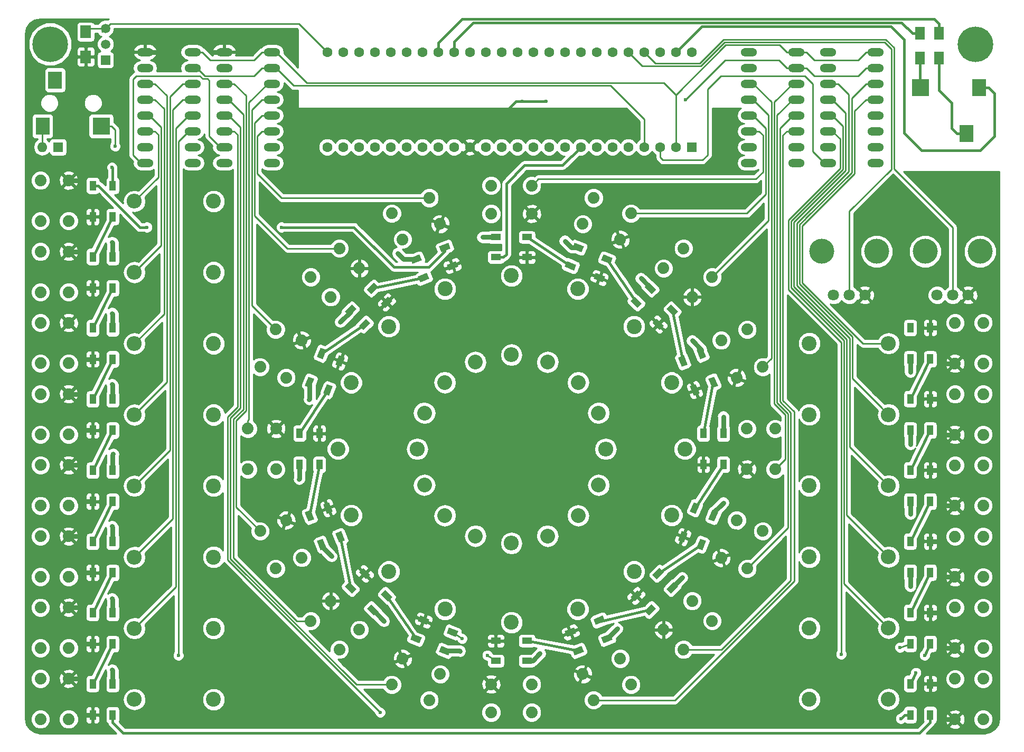
<source format=gtl>
G04 #@! TF.FileFunction,Copper,L1,Top,Signal*
%FSLAX46Y46*%
G04 Gerber Fmt 4.6, Leading zero omitted, Abs format (unit mm)*
G04 Created by KiCad (PCBNEW 4.0.6) date Thursday, 28. March 2019 'u40' 22:40:51*
%MOMM*%
%LPD*%
G01*
G04 APERTURE LIST*
%ADD10C,0.100000*%
%ADD11C,1.800000*%
%ADD12C,4.000000*%
%ADD13C,5.700000*%
%ADD14O,2.641600X1.320800*%
%ADD15C,1.600000*%
%ADD16R,1.600000X1.600000*%
%ADD17R,2.200000X2.800000*%
%ADD18R,2.800000X2.800000*%
%ADD19R,1.000000X1.600000*%
%ADD20R,1.600000X1.000000*%
%ADD21C,1.879600*%
%ADD22R,1.600000X2.000000*%
%ADD23C,2.400000*%
%ADD24O,2.400000X2.400000*%
%ADD25C,2.400000*%
%ADD26C,1.520000*%
%ADD27R,1.520000X1.520000*%
%ADD28R,1.700000X2.000000*%
%ADD29O,1.600000X1.600000*%
%ADD30C,0.600000*%
%ADD31C,0.250000*%
%ADD32C,0.400000*%
%ADD33C,0.800000*%
%ADD34C,0.254000*%
G04 APERTURE END LIST*
D10*
D11*
X197450700Y-79171800D03*
X199950700Y-79171800D03*
X202450700Y-79171800D03*
D12*
X195550700Y-72171800D03*
X204350700Y-72171800D03*
D11*
X214024200Y-79171800D03*
X216524200Y-79171800D03*
X219024200Y-79171800D03*
D12*
X212124200Y-72171800D03*
X220924200Y-72171800D03*
D13*
X220167200Y-38912800D03*
D14*
X191511200Y-40182800D03*
X191511200Y-42722800D03*
X191511200Y-45262800D03*
X191511200Y-47802800D03*
X191511200Y-50342800D03*
X191511200Y-52882800D03*
X191511200Y-55422800D03*
X191511200Y-57962800D03*
X183891200Y-57962800D03*
X183891200Y-55422800D03*
X183891200Y-52882800D03*
X183891200Y-50342800D03*
X183891200Y-47802800D03*
X183891200Y-45262800D03*
X183891200Y-42722800D03*
X183891200Y-40182800D03*
D15*
X134061200Y-55422800D03*
X131521200Y-55422800D03*
X128981200Y-55422800D03*
X126441200Y-55422800D03*
X136601200Y-55422800D03*
X139141200Y-55422800D03*
X141681200Y-55422800D03*
X123901200Y-55422800D03*
X121361200Y-55422800D03*
X118821200Y-55422800D03*
X116281200Y-55422800D03*
X116281200Y-40182800D03*
X118821200Y-40182800D03*
X121361200Y-40182800D03*
X123901200Y-40182800D03*
X126441200Y-40182800D03*
X128981200Y-40182800D03*
X131521200Y-40182800D03*
X134061200Y-40182800D03*
X144221200Y-55422800D03*
X146761200Y-55422800D03*
X149301200Y-55422800D03*
X151841200Y-55422800D03*
X154381200Y-55422800D03*
X156921200Y-55422800D03*
X159461200Y-55422800D03*
X162001200Y-55422800D03*
X164541200Y-55422800D03*
X167081200Y-55422800D03*
X169621200Y-55422800D03*
X172161200Y-55422800D03*
D16*
X174701200Y-55422800D03*
D15*
X136601200Y-40182800D03*
X139141200Y-40182800D03*
X141681200Y-40182800D03*
X144221200Y-40182800D03*
X146761200Y-40182800D03*
X149301200Y-40182800D03*
X151841200Y-40182800D03*
X154381200Y-40182800D03*
X156921200Y-40182800D03*
X159461200Y-40182800D03*
X162001200Y-40182800D03*
X164541200Y-40182800D03*
X167081200Y-40182800D03*
X169621200Y-40182800D03*
X172161200Y-40182800D03*
X174701200Y-40182800D03*
D14*
X204211200Y-40182800D03*
X204211200Y-42722800D03*
X204211200Y-45262800D03*
X204211200Y-47802800D03*
X204211200Y-50342800D03*
X204211200Y-52882800D03*
X204211200Y-55422800D03*
X204211200Y-57962800D03*
X196591200Y-57962800D03*
X196591200Y-55422800D03*
X196591200Y-52882800D03*
X196591200Y-50342800D03*
X196591200Y-47802800D03*
X196591200Y-45262800D03*
X196591200Y-42722800D03*
X196591200Y-40182800D03*
X107391200Y-40182800D03*
X107391200Y-42722800D03*
X107391200Y-45262800D03*
X107391200Y-47802800D03*
X107391200Y-50342800D03*
X107391200Y-52882800D03*
X107391200Y-55422800D03*
X107391200Y-57962800D03*
X99771200Y-57962800D03*
X99771200Y-55422800D03*
X99771200Y-52882800D03*
X99771200Y-50342800D03*
X99771200Y-47802800D03*
X99771200Y-45262800D03*
X99771200Y-42722800D03*
X99771200Y-40182800D03*
D17*
X218759200Y-53280800D03*
X220759200Y-45880800D03*
D18*
X211359200Y-45880800D03*
D14*
X94691200Y-40182800D03*
X94691200Y-42722800D03*
X94691200Y-45262800D03*
X94691200Y-47802800D03*
X94691200Y-50342800D03*
X94691200Y-52882800D03*
X94691200Y-55422800D03*
X94691200Y-57962800D03*
X87071200Y-57962800D03*
X87071200Y-55422800D03*
X87071200Y-52882800D03*
X87071200Y-50342800D03*
X87071200Y-47802800D03*
X87071200Y-45262800D03*
X87071200Y-42722800D03*
X87071200Y-40182800D03*
D10*
G36*
X122617039Y-129448724D02*
X123324146Y-128741617D01*
X124455517Y-129872988D01*
X123748410Y-130580095D01*
X122617039Y-129448724D01*
X122617039Y-129448724D01*
G37*
G36*
X124879781Y-127185982D02*
X125586888Y-126478875D01*
X126718259Y-127610246D01*
X126011152Y-128317353D01*
X124879781Y-127185982D01*
X124879781Y-127185982D01*
G37*
G36*
X119081505Y-125913190D02*
X119788612Y-125206083D01*
X120919983Y-126337454D01*
X120212876Y-127044561D01*
X119081505Y-125913190D01*
X119081505Y-125913190D01*
G37*
G36*
X121344247Y-123650448D02*
X122051354Y-122943341D01*
X123182725Y-124074712D01*
X122475618Y-124781819D01*
X121344247Y-123650448D01*
X121344247Y-123650448D01*
G37*
D19*
X81864000Y-141549600D03*
X78664000Y-141549600D03*
X81864000Y-146549600D03*
X78664000Y-146549600D03*
X81864000Y-130129600D03*
X78664000Y-130129600D03*
X81864000Y-135129600D03*
X78664000Y-135129600D03*
X81864000Y-118709600D03*
X78664000Y-118709600D03*
X81864000Y-123709600D03*
X78664000Y-123709600D03*
X81864000Y-107289600D03*
X78664000Y-107289600D03*
X81864000Y-112289600D03*
X78664000Y-112289600D03*
X81864000Y-95869600D03*
X78664000Y-95869600D03*
X81864000Y-100869600D03*
X78664000Y-100869600D03*
X81864000Y-84449600D03*
X78664000Y-84449600D03*
X81864000Y-89449600D03*
X78664000Y-89449600D03*
X81864000Y-73029600D03*
X78664000Y-73029600D03*
X81864000Y-78029600D03*
X78664000Y-78029600D03*
X81864000Y-61609600D03*
X78664000Y-61609600D03*
X81864000Y-66609600D03*
X78664000Y-66609600D03*
X209728000Y-146518800D03*
X212928000Y-146518800D03*
X209728000Y-141518800D03*
X212928000Y-141518800D03*
X209728000Y-135098800D03*
X212928000Y-135098800D03*
X209728000Y-130098800D03*
X212928000Y-130098800D03*
X209728000Y-123678800D03*
X212928000Y-123678800D03*
X209728000Y-118678800D03*
X212928000Y-118678800D03*
X209728000Y-112258800D03*
X212928000Y-112258800D03*
X209728000Y-107258800D03*
X212928000Y-107258800D03*
X209728000Y-100838800D03*
X212928000Y-100838800D03*
X209728000Y-95838800D03*
X212928000Y-95838800D03*
X209728000Y-89418800D03*
X212928000Y-89418800D03*
X209728000Y-84418800D03*
X212928000Y-84418800D03*
D20*
X148296000Y-137845600D03*
X148296000Y-134645600D03*
X143296000Y-137845600D03*
X143296000Y-134645600D03*
D10*
G36*
X160561520Y-135070405D02*
X160178837Y-134146525D01*
X161657044Y-133534231D01*
X162039727Y-134458111D01*
X160561520Y-135070405D01*
X160561520Y-135070405D01*
G37*
G36*
X159336933Y-132113990D02*
X158954250Y-131190110D01*
X160432457Y-130577816D01*
X160815140Y-131501696D01*
X159336933Y-132113990D01*
X159336933Y-132113990D01*
G37*
G36*
X155942123Y-136983822D02*
X155559440Y-136059942D01*
X157037647Y-135447648D01*
X157420330Y-136371528D01*
X155942123Y-136983822D01*
X155942123Y-136983822D01*
G37*
G36*
X154717536Y-134027407D02*
X154334853Y-133103527D01*
X155813060Y-132491233D01*
X156195743Y-133415113D01*
X154717536Y-134027407D01*
X154717536Y-134027407D01*
G37*
G36*
X171379124Y-127044561D02*
X170672017Y-126337454D01*
X171803388Y-125206083D01*
X172510495Y-125913190D01*
X171379124Y-127044561D01*
X171379124Y-127044561D01*
G37*
G36*
X169116382Y-124781819D02*
X168409275Y-124074712D01*
X169540646Y-122943341D01*
X170247753Y-123650448D01*
X169116382Y-124781819D01*
X169116382Y-124781819D01*
G37*
G36*
X167843590Y-130580095D02*
X167136483Y-129872988D01*
X168267854Y-128741617D01*
X168974961Y-129448724D01*
X167843590Y-130580095D01*
X167843590Y-130580095D01*
G37*
G36*
X165580848Y-128317353D02*
X164873741Y-127610246D01*
X166005112Y-126478875D01*
X166712219Y-127185982D01*
X165580848Y-128317353D01*
X165580848Y-128317353D01*
G37*
G36*
X178301928Y-115489930D02*
X177378048Y-115107247D01*
X177990342Y-113629040D01*
X178914222Y-114011723D01*
X178301928Y-115489930D01*
X178301928Y-115489930D01*
G37*
G36*
X175345513Y-114265343D02*
X174421633Y-113882660D01*
X175033927Y-112404453D01*
X175957807Y-112787136D01*
X175345513Y-114265343D01*
X175345513Y-114265343D01*
G37*
G36*
X176388511Y-120109327D02*
X175464631Y-119726644D01*
X176076925Y-118248437D01*
X177000805Y-118631120D01*
X176388511Y-120109327D01*
X176388511Y-120109327D01*
G37*
G36*
X173432096Y-118884740D02*
X172508216Y-118502057D01*
X173120510Y-117023850D01*
X174044390Y-117406533D01*
X173432096Y-118884740D01*
X173432096Y-118884740D01*
G37*
D19*
X179776000Y-101365600D03*
X176576000Y-101365600D03*
X179776000Y-106365600D03*
X176576000Y-106365600D03*
D10*
G36*
X177000805Y-89100080D02*
X176076925Y-89482763D01*
X175464631Y-88004556D01*
X176388511Y-87621873D01*
X177000805Y-89100080D01*
X177000805Y-89100080D01*
G37*
G36*
X174044390Y-90324667D02*
X173120510Y-90707350D01*
X172508216Y-89229143D01*
X173432096Y-88846460D01*
X174044390Y-90324667D01*
X174044390Y-90324667D01*
G37*
G36*
X178914222Y-93719477D02*
X177990342Y-94102160D01*
X177378048Y-92623953D01*
X178301928Y-92241270D01*
X178914222Y-93719477D01*
X178914222Y-93719477D01*
G37*
G36*
X175957807Y-94944064D02*
X175033927Y-95326747D01*
X174421633Y-93848540D01*
X175345513Y-93465857D01*
X175957807Y-94944064D01*
X175957807Y-94944064D01*
G37*
G36*
X168974961Y-78282476D02*
X168267854Y-78989583D01*
X167136483Y-77858212D01*
X167843590Y-77151105D01*
X168974961Y-78282476D01*
X168974961Y-78282476D01*
G37*
G36*
X166712219Y-80545218D02*
X166005112Y-81252325D01*
X164873741Y-80120954D01*
X165580848Y-79413847D01*
X166712219Y-80545218D01*
X166712219Y-80545218D01*
G37*
G36*
X172510495Y-81818010D02*
X171803388Y-82525117D01*
X170672017Y-81393746D01*
X171379124Y-80686639D01*
X172510495Y-81818010D01*
X172510495Y-81818010D01*
G37*
G36*
X170247753Y-84080752D02*
X169540646Y-84787859D01*
X168409275Y-83656488D01*
X169116382Y-82949381D01*
X170247753Y-84080752D01*
X170247753Y-84080752D01*
G37*
G36*
X157420330Y-71359672D02*
X157037647Y-72283552D01*
X155559440Y-71671258D01*
X155942123Y-70747378D01*
X157420330Y-71359672D01*
X157420330Y-71359672D01*
G37*
G36*
X156195743Y-74316087D02*
X155813060Y-75239967D01*
X154334853Y-74627673D01*
X154717536Y-73703793D01*
X156195743Y-74316087D01*
X156195743Y-74316087D01*
G37*
G36*
X162039727Y-73273089D02*
X161657044Y-74196969D01*
X160178837Y-73584675D01*
X160561520Y-72660795D01*
X162039727Y-73273089D01*
X162039727Y-73273089D01*
G37*
G36*
X160815140Y-76229504D02*
X160432457Y-77153384D01*
X158954250Y-76541090D01*
X159336933Y-75617210D01*
X160815140Y-76229504D01*
X160815140Y-76229504D01*
G37*
D20*
X143296000Y-69885600D03*
X143296000Y-73085600D03*
X148296000Y-69885600D03*
X148296000Y-73085600D03*
D10*
G36*
X131030480Y-72660795D02*
X131413163Y-73584675D01*
X129934956Y-74196969D01*
X129552273Y-73273089D01*
X131030480Y-72660795D01*
X131030480Y-72660795D01*
G37*
G36*
X132255067Y-75617210D02*
X132637750Y-76541090D01*
X131159543Y-77153384D01*
X130776860Y-76229504D01*
X132255067Y-75617210D01*
X132255067Y-75617210D01*
G37*
G36*
X135649877Y-70747378D02*
X136032560Y-71671258D01*
X134554353Y-72283552D01*
X134171670Y-71359672D01*
X135649877Y-70747378D01*
X135649877Y-70747378D01*
G37*
G36*
X136874464Y-73703793D02*
X137257147Y-74627673D01*
X135778940Y-75239967D01*
X135396257Y-74316087D01*
X136874464Y-73703793D01*
X136874464Y-73703793D01*
G37*
G36*
X120212876Y-80686639D02*
X120919983Y-81393746D01*
X119788612Y-82525117D01*
X119081505Y-81818010D01*
X120212876Y-80686639D01*
X120212876Y-80686639D01*
G37*
G36*
X122475618Y-82949381D02*
X123182725Y-83656488D01*
X122051354Y-84787859D01*
X121344247Y-84080752D01*
X122475618Y-82949381D01*
X122475618Y-82949381D01*
G37*
G36*
X123748410Y-77151105D02*
X124455517Y-77858212D01*
X123324146Y-78989583D01*
X122617039Y-78282476D01*
X123748410Y-77151105D01*
X123748410Y-77151105D01*
G37*
G36*
X126011152Y-79413847D02*
X126718259Y-80120954D01*
X125586888Y-81252325D01*
X124879781Y-80545218D01*
X126011152Y-79413847D01*
X126011152Y-79413847D01*
G37*
G36*
X113290072Y-92241270D02*
X114213952Y-92623953D01*
X113601658Y-94102160D01*
X112677778Y-93719477D01*
X113290072Y-92241270D01*
X113290072Y-92241270D01*
G37*
G36*
X116246487Y-93465857D02*
X117170367Y-93848540D01*
X116558073Y-95326747D01*
X115634193Y-94944064D01*
X116246487Y-93465857D01*
X116246487Y-93465857D01*
G37*
G36*
X115203489Y-87621873D02*
X116127369Y-88004556D01*
X115515075Y-89482763D01*
X114591195Y-89100080D01*
X115203489Y-87621873D01*
X115203489Y-87621873D01*
G37*
G36*
X118159904Y-88846460D02*
X119083784Y-89229143D01*
X118471490Y-90707350D01*
X117547610Y-90324667D01*
X118159904Y-88846460D01*
X118159904Y-88846460D01*
G37*
D19*
X111816000Y-106365600D03*
X115016000Y-106365600D03*
X111816000Y-101365600D03*
X115016000Y-101365600D03*
D10*
G36*
X114591195Y-118631120D02*
X115515075Y-118248437D01*
X116127369Y-119726644D01*
X115203489Y-120109327D01*
X114591195Y-118631120D01*
X114591195Y-118631120D01*
G37*
G36*
X117547610Y-117406533D02*
X118471490Y-117023850D01*
X119083784Y-118502057D01*
X118159904Y-118884740D01*
X117547610Y-117406533D01*
X117547610Y-117406533D01*
G37*
G36*
X112677778Y-114011723D02*
X113601658Y-113629040D01*
X114213952Y-115107247D01*
X113290072Y-115489930D01*
X112677778Y-114011723D01*
X112677778Y-114011723D01*
G37*
G36*
X115634193Y-112787136D02*
X116558073Y-112404453D01*
X117170367Y-113882660D01*
X116246487Y-114265343D01*
X115634193Y-112787136D01*
X115634193Y-112787136D01*
G37*
G36*
X134171670Y-136371528D02*
X134554353Y-135447648D01*
X136032560Y-136059942D01*
X135649877Y-136983822D01*
X134171670Y-136371528D01*
X134171670Y-136371528D01*
G37*
G36*
X135396257Y-133415113D02*
X135778940Y-132491233D01*
X137257147Y-133103527D01*
X136874464Y-134027407D01*
X135396257Y-133415113D01*
X135396257Y-133415113D01*
G37*
G36*
X129552273Y-134458111D02*
X129934956Y-133534231D01*
X131413163Y-134146525D01*
X131030480Y-135070405D01*
X129552273Y-134458111D01*
X129552273Y-134458111D01*
G37*
G36*
X130776860Y-131501696D02*
X131159543Y-130577816D01*
X132637750Y-131190110D01*
X132255067Y-132113990D01*
X130776860Y-131501696D01*
X130776860Y-131501696D01*
G37*
D21*
X142544800Y-141605000D03*
X149047200Y-141605000D03*
X142544800Y-146126200D03*
X149047200Y-146126200D03*
X157234526Y-139976439D03*
X163241960Y-137488079D03*
X158964714Y-144153483D03*
X164972148Y-141665123D03*
X170182840Y-132850331D03*
X174780731Y-128252440D03*
X173379811Y-136047302D03*
X177977702Y-131449411D03*
X179418479Y-121311560D03*
X181906839Y-115304126D03*
X183595523Y-123041748D03*
X186083883Y-117034314D03*
X183535400Y-107116800D03*
X183535400Y-100614400D03*
X188056600Y-107116800D03*
X188056600Y-100614400D03*
X181906839Y-92427074D03*
X179418479Y-86419640D03*
X186083883Y-90696886D03*
X183595523Y-84689452D03*
X174780731Y-79478760D03*
X170182840Y-74880869D03*
X177977702Y-76281789D03*
X173379811Y-71683898D03*
X163241960Y-70243121D03*
X157234526Y-67754761D03*
X164972148Y-66066077D03*
X158964714Y-63577717D03*
X149047200Y-66126200D03*
X142544800Y-66126200D03*
X149047200Y-61605000D03*
X142544800Y-61605000D03*
X134357474Y-67754761D03*
X128350040Y-70243121D03*
X132627286Y-63577717D03*
X126619852Y-66066077D03*
X121409160Y-74880869D03*
X116811269Y-79478760D03*
X118212189Y-71683898D03*
X113614298Y-76281789D03*
X112173521Y-86419640D03*
X109685161Y-92427074D03*
X107996477Y-84689452D03*
X105508117Y-90696886D03*
X108056600Y-100614400D03*
X108056600Y-107116800D03*
X103535400Y-100614400D03*
X103535400Y-107116800D03*
X109685161Y-115304126D03*
X112173521Y-121311560D03*
X105508117Y-117034314D03*
X107996477Y-123041748D03*
X116811269Y-128252440D03*
X121409160Y-132850331D03*
X113614298Y-131449411D03*
X118212189Y-136047302D03*
X128350040Y-137488079D03*
X134357474Y-139976439D03*
X126619852Y-141665123D03*
X132627286Y-144153483D03*
X74808080Y-60777120D03*
X74808080Y-67279520D03*
X70286880Y-60777120D03*
X70286880Y-67279520D03*
X74808080Y-72197120D03*
X74808080Y-78699520D03*
X70286880Y-72197120D03*
X70286880Y-78699520D03*
X74808080Y-83617120D03*
X74808080Y-90119520D03*
X70286880Y-83617120D03*
X70286880Y-90119520D03*
X74808080Y-95037120D03*
X74808080Y-101539520D03*
X70286880Y-95037120D03*
X70286880Y-101539520D03*
X74808080Y-106457120D03*
X74808080Y-112959520D03*
X70286880Y-106457120D03*
X70286880Y-112959520D03*
X74808080Y-117877120D03*
X74808080Y-124379520D03*
X70286880Y-117877120D03*
X70286880Y-124379520D03*
X74808080Y-129297120D03*
X74808080Y-135799520D03*
X70286880Y-129297120D03*
X70286880Y-135799520D03*
X74808080Y-140717120D03*
X74808080Y-147219520D03*
X70286880Y-140717120D03*
X70286880Y-147219520D03*
X216910920Y-90139520D03*
X216910920Y-83637120D03*
X221432120Y-90139520D03*
X221432120Y-83637120D03*
X216910920Y-101559520D03*
X216910920Y-95057120D03*
X221432120Y-101559520D03*
X221432120Y-95057120D03*
X216910920Y-112979520D03*
X216910920Y-106477120D03*
X221432120Y-112979520D03*
X221432120Y-106477120D03*
X216910920Y-124399520D03*
X216910920Y-117897120D03*
X221432120Y-124399520D03*
X221432120Y-117897120D03*
X216910920Y-135819520D03*
X216910920Y-129317120D03*
X221432120Y-135819520D03*
X221432120Y-129317120D03*
X216910920Y-147239520D03*
X216910920Y-140737120D03*
X221432120Y-147239520D03*
X221432120Y-140737120D03*
D22*
X214325200Y-37166800D03*
X214325200Y-41166800D03*
X211277200Y-37166800D03*
X211277200Y-41166800D03*
D23*
X145796000Y-76057600D03*
D24*
X145796000Y-88757600D03*
D23*
X156437661Y-78174358D03*
D25*
X151577581Y-89907628D02*
X151577581Y-89907628D01*
D23*
X165459225Y-84202375D03*
D25*
X156478969Y-93182631D02*
X156478969Y-93182631D01*
D23*
X171487242Y-93223939D03*
D25*
X159753972Y-98084019D02*
X159753972Y-98084019D01*
D23*
X173604000Y-103865600D03*
D24*
X160904000Y-103865600D03*
D23*
X171487242Y-114507261D03*
D25*
X159753972Y-109647181D02*
X159753972Y-109647181D01*
D23*
X165459225Y-123528825D03*
D25*
X156478969Y-114548569D02*
X156478969Y-114548569D01*
D23*
X156437661Y-129556842D03*
D25*
X151577581Y-117823572D02*
X151577581Y-117823572D01*
D23*
X145796000Y-131673600D03*
D24*
X145796000Y-118973600D03*
D23*
X135154339Y-129556842D03*
D25*
X140014419Y-117823572D02*
X140014419Y-117823572D01*
D23*
X126132775Y-123528825D03*
D25*
X135113031Y-114548569D02*
X135113031Y-114548569D01*
D23*
X120104758Y-114507261D03*
D25*
X131838028Y-109647181D02*
X131838028Y-109647181D01*
D23*
X117988000Y-103865600D03*
D24*
X130688000Y-103865600D03*
D23*
X120104758Y-93223939D03*
D25*
X131838028Y-98084019D02*
X131838028Y-98084019D01*
D23*
X126132775Y-84202375D03*
D25*
X135113031Y-93182631D02*
X135113031Y-93182631D01*
D23*
X135154339Y-78174358D03*
D25*
X140014419Y-89907628D02*
X140014419Y-89907628D01*
D23*
X98044000Y-64109600D03*
D24*
X85344000Y-64109600D03*
D23*
X98044000Y-75529600D03*
D24*
X85344000Y-75529600D03*
D23*
X98044000Y-86949600D03*
D24*
X85344000Y-86949600D03*
D23*
X98044000Y-98369600D03*
D24*
X85344000Y-98369600D03*
D23*
X98044000Y-109789600D03*
D24*
X85344000Y-109789600D03*
D23*
X98044000Y-121209600D03*
D24*
X85344000Y-121209600D03*
D23*
X98044000Y-132629600D03*
D24*
X85344000Y-132629600D03*
D23*
X98044000Y-144049600D03*
D24*
X85344000Y-144049600D03*
D23*
X193548000Y-144018800D03*
D24*
X206248000Y-144018800D03*
D23*
X193548000Y-132598800D03*
D24*
X206248000Y-132598800D03*
D23*
X193548000Y-121178800D03*
D24*
X206248000Y-121178800D03*
D23*
X193548000Y-109758800D03*
D24*
X206248000Y-109758800D03*
D23*
X193548000Y-98338800D03*
D24*
X206248000Y-98338800D03*
D23*
X193548000Y-86918800D03*
D24*
X206248000Y-86918800D03*
D13*
X71831200Y-38912800D03*
D17*
X72629600Y-44661600D03*
X70629600Y-52061600D03*
D18*
X80029600Y-52061600D03*
D26*
X80721200Y-38912800D03*
X80721200Y-36372800D03*
D27*
X80721200Y-41452800D03*
D28*
X77546200Y-36944800D03*
X77546200Y-40944800D03*
D16*
X73101200Y-55422800D03*
D29*
X70561200Y-55422800D03*
D30*
X208102200Y-135686800D03*
X208229200Y-147116800D03*
X127561200Y-72482800D03*
X118361200Y-83482800D03*
X113361200Y-95882800D03*
X111761200Y-108682800D03*
X116961200Y-121082800D03*
X125361200Y-131482800D03*
X137561200Y-136282800D03*
X150361200Y-136682800D03*
X162761200Y-132682800D03*
X173161200Y-124482800D03*
X179761200Y-112482800D03*
X179761200Y-98682800D03*
X174761200Y-86482800D03*
X166561200Y-76482800D03*
X154361200Y-70482800D03*
X141161200Y-69882800D03*
X81761200Y-139282800D03*
X81761200Y-127882800D03*
X81761200Y-116282800D03*
X81961200Y-104682800D03*
X81761200Y-93482800D03*
X81761200Y-82082800D03*
X81761200Y-70682800D03*
X209761200Y-91482800D03*
X209761200Y-103082800D03*
X209761200Y-114282800D03*
X209761200Y-125882800D03*
X81761200Y-58682800D03*
X151333200Y-48056800D03*
X147523200Y-48056800D03*
X87361200Y-68282800D03*
X108961200Y-68282800D03*
X141935200Y-136956800D03*
X137871200Y-134289800D03*
X212039200Y-136956800D03*
X210642200Y-139750800D03*
X92405200Y-136988400D03*
X124768190Y-146126200D03*
X198663947Y-136789547D03*
X173685200Y-47802800D03*
X82245200Y-55295800D03*
D31*
X70561200Y-55422800D02*
X70561200Y-52130000D01*
X70561200Y-52130000D02*
X70629600Y-52061600D01*
X70629600Y-52061600D02*
X70629600Y-51761600D01*
X209728000Y-135098800D02*
X208102200Y-135686800D01*
D32*
X209728000Y-146518800D02*
X208827200Y-146518800D01*
X208827200Y-146518800D02*
X208229200Y-147116800D01*
D33*
X130482718Y-73428882D02*
X128507282Y-73428882D01*
X128507282Y-73428882D02*
X127561200Y-72482800D01*
X120000744Y-81605878D02*
X120000744Y-81843256D01*
X120000744Y-81843256D02*
X118361200Y-83482800D01*
X113445865Y-93171715D02*
X113445865Y-95798135D01*
X113445865Y-95798135D02*
X113361200Y-95882800D01*
X111816000Y-106365600D02*
X111816000Y-108628000D01*
X111816000Y-108628000D02*
X111761200Y-108682800D01*
X115359282Y-119178882D02*
X115359282Y-119480882D01*
X115359282Y-119480882D02*
X116961200Y-121082800D01*
X123536278Y-129660856D02*
X123539256Y-129660856D01*
X123539256Y-129660856D02*
X125361200Y-131482800D01*
X135102115Y-136215735D02*
X137494135Y-136215735D01*
X137494135Y-136215735D02*
X137561200Y-136282800D01*
X148296000Y-137845600D02*
X149198400Y-137845600D01*
X149198400Y-137845600D02*
X150361200Y-136682800D01*
X161109282Y-134302318D02*
X161141682Y-134302318D01*
X161141682Y-134302318D02*
X162761200Y-132682800D01*
X171591256Y-126125322D02*
X171591256Y-126052744D01*
X171591256Y-126052744D02*
X173161200Y-124482800D01*
X178146135Y-114559485D02*
X178146135Y-114097865D01*
X178146135Y-114097865D02*
X179761200Y-112482800D01*
X179776000Y-101365600D02*
X179776000Y-98697600D01*
X179776000Y-98697600D02*
X179761200Y-98682800D01*
X176232718Y-88552318D02*
X176232718Y-87954318D01*
X176232718Y-87954318D02*
X174761200Y-86482800D01*
X168055722Y-78070344D02*
X168055722Y-77977322D01*
X168055722Y-77977322D02*
X166561200Y-76482800D01*
X156489885Y-71515465D02*
X155393865Y-71515465D01*
X155393865Y-71515465D02*
X154361200Y-70482800D01*
X143296000Y-69885600D02*
X141164000Y-69885600D01*
X141164000Y-69885600D02*
X141161200Y-69882800D01*
X81864000Y-141549600D02*
X81864000Y-139385600D01*
X81864000Y-139385600D02*
X81761200Y-139282800D01*
X81864000Y-130129600D02*
X81864000Y-127985600D01*
X81864000Y-127985600D02*
X81761200Y-127882800D01*
X81864000Y-118709600D02*
X81864000Y-116385600D01*
X81864000Y-116385600D02*
X81761200Y-116282800D01*
X81864000Y-107289600D02*
X81864000Y-104780000D01*
X81864000Y-104780000D02*
X81961200Y-104682800D01*
X81864000Y-95869600D02*
X81864000Y-93585600D01*
X81864000Y-93585600D02*
X81761200Y-93482800D01*
X81864000Y-84449600D02*
X81864000Y-82185600D01*
X81864000Y-82185600D02*
X81761200Y-82082800D01*
X81864000Y-73029600D02*
X81864000Y-70785600D01*
X81864000Y-70785600D02*
X81761200Y-70682800D01*
X209728000Y-89418800D02*
X209728000Y-91449600D01*
X209728000Y-91449600D02*
X209761200Y-91482800D01*
X209728000Y-100838800D02*
X209728000Y-103049600D01*
X209728000Y-103049600D02*
X209761200Y-103082800D01*
X209728000Y-112258800D02*
X209728000Y-114249600D01*
X209728000Y-114249600D02*
X209761200Y-114282800D01*
X209728000Y-123678800D02*
X209728000Y-125849600D01*
X209728000Y-125849600D02*
X209761200Y-125882800D01*
D32*
X81864000Y-61609600D02*
X81864000Y-58785600D01*
X81864000Y-58785600D02*
X81761200Y-58682800D01*
X147904200Y-58343800D02*
X154000200Y-58343800D01*
X154000200Y-58343800D02*
X156921200Y-55422800D01*
X144983200Y-61264800D02*
X147904200Y-58343800D01*
X144983200Y-72598400D02*
X144983200Y-61264800D01*
X143296000Y-73085600D02*
X144496000Y-73085600D01*
X144496000Y-73085600D02*
X144983200Y-72598400D01*
D31*
X99110800Y-55422800D02*
X97358200Y-53670200D01*
X97358200Y-53670200D02*
X97358200Y-44754800D01*
X97358200Y-44754800D02*
X97046210Y-44442810D01*
X97046210Y-44442810D02*
X96284210Y-44442810D01*
X96284210Y-44442810D02*
X95834200Y-43992800D01*
X95834200Y-43992800D02*
X85674200Y-43992800D01*
X85674200Y-43992800D02*
X85166200Y-44500800D01*
X85166200Y-44500800D02*
X85166200Y-56718200D01*
X85166200Y-56718200D02*
X86410800Y-57962800D01*
X86410800Y-57962800D02*
X87071200Y-57962800D01*
D32*
X99771200Y-55422800D02*
X99110800Y-55422800D01*
X147523200Y-48056800D02*
X151333200Y-48056800D01*
X147523200Y-48056800D02*
X146507200Y-48056800D01*
X146507200Y-48056800D02*
X139141200Y-55422800D01*
D33*
X183230800Y-40182800D02*
X183891200Y-40182800D01*
X78664000Y-146549600D02*
X77364000Y-146549600D01*
X77364000Y-146549600D02*
X76635760Y-145821360D01*
X76635760Y-145821360D02*
X76635760Y-140717120D01*
X90992000Y-38382800D02*
X95850400Y-38382800D01*
X95850400Y-38382800D02*
X97650400Y-40182800D01*
X97650400Y-40182800D02*
X99771200Y-40182800D01*
X87071200Y-40182800D02*
X89192000Y-40182800D01*
X89192000Y-40182800D02*
X90992000Y-38382800D01*
X76661200Y-62622240D02*
X76661200Y-60732800D01*
X74808080Y-60777120D02*
X76616880Y-60777120D01*
X76616880Y-60777120D02*
X76661200Y-60732800D01*
X76657200Y-66629280D02*
X76657200Y-62626240D01*
X76657200Y-62626240D02*
X76661200Y-62622240D01*
X86410800Y-40182800D02*
X87071200Y-40182800D01*
X214993220Y-135826500D02*
X214993220Y-141528800D01*
X214993220Y-141528800D02*
X214993220Y-147159980D01*
X214228000Y-141518800D02*
X214238000Y-141528800D01*
X212928000Y-141518800D02*
X214228000Y-141518800D01*
X214238000Y-141528800D02*
X214993220Y-141528800D01*
X214993220Y-130040380D02*
X214993220Y-135826500D01*
X216910920Y-135819520D02*
X215581843Y-135819520D01*
X215581843Y-135819520D02*
X215574863Y-135826500D01*
X215574863Y-135826500D02*
X214993220Y-135826500D01*
X214993220Y-124391420D02*
X214993220Y-130040380D01*
X214934800Y-130098800D02*
X214993220Y-130040380D01*
X212928000Y-130098800D02*
X214934800Y-130098800D01*
X214993220Y-118681500D02*
X214993220Y-124391420D01*
X216910920Y-124399520D02*
X215581843Y-124399520D01*
X215581843Y-124399520D02*
X215573743Y-124391420D01*
X215573743Y-124391420D02*
X214993220Y-124391420D01*
X214993220Y-112979200D02*
X214993220Y-118681500D01*
X212928000Y-118678800D02*
X214228000Y-118678800D01*
X214228000Y-118678800D02*
X214230700Y-118681500D01*
X214230700Y-118681500D02*
X214993220Y-118681500D01*
X214993220Y-107258800D02*
X214993220Y-112979200D01*
X215581523Y-112979200D02*
X214993220Y-112979200D01*
X216910920Y-112979520D02*
X215581843Y-112979520D01*
X215581843Y-112979520D02*
X215581523Y-112979200D01*
X214993220Y-101559520D02*
X214993220Y-107258800D01*
X212928000Y-107258800D02*
X214993220Y-107258800D01*
X214993220Y-95838800D02*
X214993220Y-101559520D01*
X216910920Y-101559520D02*
X214993220Y-101559520D01*
X214993220Y-90129360D02*
X214993220Y-95838800D01*
X212928000Y-95838800D02*
X214993220Y-95838800D01*
X214993220Y-84420700D02*
X214993220Y-90129360D01*
X216910920Y-90139520D02*
X215581843Y-90139520D01*
X215581843Y-90139520D02*
X215571683Y-90129360D01*
X215571683Y-90129360D02*
X214993220Y-90129360D01*
X214993220Y-147159980D02*
X215072760Y-147239520D01*
X215072760Y-147239520D02*
X216910920Y-147239520D01*
X214995120Y-84418800D02*
X214993220Y-84420700D01*
X212928000Y-84418800D02*
X214995120Y-84418800D01*
X76657200Y-66629280D02*
X76657200Y-72179180D01*
X78664000Y-66609600D02*
X77364000Y-66609600D01*
X77364000Y-66609600D02*
X77344320Y-66629280D01*
X77344320Y-66629280D02*
X76657200Y-66629280D01*
X76657200Y-72179180D02*
X76657200Y-78026260D01*
X74808080Y-72197120D02*
X76639260Y-72197120D01*
X76639260Y-72197120D02*
X76657200Y-72179180D01*
X76657200Y-78026260D02*
X76657200Y-89451180D01*
X78664000Y-78029600D02*
X77364000Y-78029600D01*
X77364000Y-78029600D02*
X77360660Y-78026260D01*
X77360660Y-78026260D02*
X76657200Y-78026260D01*
X76657200Y-89451180D02*
X76657200Y-95041720D01*
X78664000Y-89449600D02*
X77364000Y-89449600D01*
X77364000Y-89449600D02*
X77362420Y-89451180D01*
X77362420Y-89451180D02*
X76657200Y-89451180D01*
X76657200Y-95041720D02*
X76657200Y-100832920D01*
X74808080Y-95037120D02*
X76137157Y-95037120D01*
X76137157Y-95037120D02*
X76141757Y-95041720D01*
X76141757Y-95041720D02*
X76657200Y-95041720D01*
X76657200Y-100832920D02*
X76657200Y-106408220D01*
X78664000Y-100869600D02*
X76693880Y-100869600D01*
X76693880Y-100869600D02*
X76657200Y-100832920D01*
X76657200Y-106408220D02*
X76657200Y-112288320D01*
X74808080Y-106457120D02*
X76608300Y-106457120D01*
X76608300Y-106457120D02*
X76657200Y-106408220D01*
X76657200Y-112288320D02*
X76657200Y-118000780D01*
X78664000Y-112289600D02*
X77364000Y-112289600D01*
X77364000Y-112289600D02*
X77362720Y-112288320D01*
X77362720Y-112288320D02*
X76657200Y-112288320D01*
X76657200Y-118000780D02*
X76657200Y-123708160D01*
X74808080Y-117877120D02*
X76533540Y-117877120D01*
X76533540Y-117877120D02*
X76657200Y-118000780D01*
X76657200Y-123708160D02*
X76657200Y-129334260D01*
X78664000Y-123709600D02*
X77364000Y-123709600D01*
X77362560Y-123708160D02*
X76657200Y-123708160D01*
X77364000Y-123709600D02*
X77362560Y-123708160D01*
X76620060Y-129297120D02*
X76657200Y-129334260D01*
X76657200Y-129334260D02*
X76657200Y-135117840D01*
X74808080Y-129297120D02*
X76620060Y-129297120D01*
X76657200Y-135117840D02*
X76657200Y-140695680D01*
X78664000Y-135129600D02*
X77364000Y-135129600D01*
X77364000Y-135129600D02*
X77352240Y-135117840D01*
X77352240Y-135117840D02*
X76657200Y-135117840D01*
X74808080Y-140717120D02*
X76635760Y-140717120D01*
X76635760Y-140717120D02*
X76657200Y-140695680D01*
D31*
X169621200Y-55422800D02*
X169621200Y-57073800D01*
X169621200Y-57073800D02*
X170060190Y-57512790D01*
X179400200Y-43992800D02*
X192862200Y-43992800D01*
X170060190Y-57512790D02*
X176421210Y-57512790D01*
X194132200Y-45262800D02*
X194132200Y-56164200D01*
X195930800Y-57962800D02*
X196591200Y-57962800D01*
X176421210Y-57512790D02*
X177241200Y-56692800D01*
X177241200Y-56692800D02*
X177241200Y-46151800D01*
X177241200Y-46151800D02*
X179400200Y-43992800D01*
X194132200Y-56164200D02*
X195930800Y-57962800D01*
X192862200Y-43992800D02*
X194132200Y-45262800D01*
X183230800Y-55422800D02*
X183891200Y-55422800D01*
D32*
X99110800Y-57962800D02*
X99771200Y-57962800D01*
X156489885Y-136215735D02*
X148296000Y-134645600D01*
X87361200Y-68282800D02*
X86237200Y-68282800D01*
X86237200Y-68282800D02*
X79564000Y-61609600D01*
X79564000Y-61609600D02*
X78664000Y-61609600D01*
X120561200Y-68282800D02*
X108961200Y-68282800D01*
X126961200Y-74682800D02*
X120561200Y-68282800D01*
X132575976Y-74682800D02*
X126961200Y-74682800D01*
X135102115Y-71515465D02*
X135102115Y-72156661D01*
X135102115Y-72156661D02*
X132575976Y-74682800D01*
X212928000Y-146518800D02*
X212928000Y-147718800D01*
X212928000Y-147718800D02*
X211244000Y-149402800D01*
X211244000Y-149402800D02*
X83515200Y-149402800D01*
X83515200Y-149402800D02*
X81864000Y-147751600D01*
X81864000Y-147751600D02*
X81864000Y-146549600D01*
X81864000Y-146549600D02*
X81932000Y-146549600D01*
X148296000Y-69885600D02*
X155265298Y-74471880D01*
X161109282Y-73428882D02*
X165792980Y-80333086D01*
X171591256Y-81605878D02*
X173276303Y-89776905D01*
X178146135Y-93171715D02*
X176576000Y-101365600D01*
X179776000Y-106365600D02*
X175189720Y-113334898D01*
X176232718Y-119178882D02*
X169328514Y-123862580D01*
X168055722Y-129660856D02*
X159461200Y-131622800D01*
X159461200Y-131622800D02*
X159884695Y-131345903D01*
D31*
X136326702Y-133259320D02*
X137871200Y-134289800D01*
X141935200Y-136956800D02*
X143296000Y-137845600D01*
D32*
X130482718Y-134302318D02*
X125799020Y-127398114D01*
X120000744Y-126125322D02*
X118315697Y-117954295D01*
X113445865Y-114559485D02*
X115016000Y-106365600D01*
X111816000Y-101365600D02*
X116402280Y-94396302D01*
X115359282Y-88552318D02*
X122263486Y-83868620D01*
X123536278Y-78070344D02*
X131707305Y-76385297D01*
X81864000Y-66609600D02*
X78664000Y-73029600D01*
X81864000Y-78029600D02*
X78664000Y-84449600D01*
X81864000Y-89449600D02*
X78664000Y-95869600D01*
X81864000Y-100869600D02*
X78664000Y-107289600D01*
X81864000Y-112289600D02*
X78664000Y-118709600D01*
X81864000Y-123709600D02*
X78664000Y-130129600D01*
X81864000Y-135129600D02*
X78664000Y-141549600D01*
X209728000Y-141518800D02*
X210642200Y-139750800D01*
X212039200Y-136956800D02*
X212928000Y-135098800D01*
X209728000Y-130098800D02*
X212928000Y-123678800D01*
X209728000Y-118678800D02*
X212928000Y-112258800D01*
X209728000Y-107258800D02*
X212928000Y-100838800D01*
X209728000Y-95838800D02*
X212928000Y-89418800D01*
D31*
X91061200Y-47322000D02*
X91061200Y-104072400D01*
X91061200Y-104072400D02*
X85344000Y-109789600D01*
X94691200Y-45262800D02*
X93120400Y-45262800D01*
X93120400Y-45262800D02*
X91061200Y-47322000D01*
X91511210Y-49411990D02*
X91511210Y-115042390D01*
X91511210Y-115042390D02*
X85344000Y-121209600D01*
X94691200Y-47802800D02*
X93120400Y-47802800D01*
X93120400Y-47802800D02*
X91511210Y-49411990D01*
X91961220Y-52412380D02*
X91961220Y-126012380D01*
X91961220Y-126012380D02*
X85344000Y-132629600D01*
X94691200Y-50342800D02*
X94030800Y-50342800D01*
X94030800Y-50342800D02*
X91961220Y-52412380D01*
X92411230Y-54502370D02*
X92411230Y-136982370D01*
X94691200Y-52882800D02*
X94030800Y-52882800D01*
X94030800Y-52882800D02*
X92411230Y-54502370D01*
X89211170Y-53451970D02*
X89211170Y-60242430D01*
X89211170Y-60242430D02*
X85344000Y-64109600D01*
X87071200Y-52882800D02*
X88642000Y-52882800D01*
X88642000Y-52882800D02*
X89211170Y-53451970D01*
X89661180Y-52272380D02*
X89661180Y-71212420D01*
X89661180Y-71212420D02*
X85344000Y-75529600D01*
X87071200Y-50342800D02*
X87731600Y-50342800D01*
X87731600Y-50342800D02*
X89661180Y-52272380D01*
X90111190Y-49271990D02*
X90111190Y-82182410D01*
X90111190Y-82182410D02*
X85344000Y-86949600D01*
X87071200Y-47802800D02*
X88642000Y-47802800D01*
X88642000Y-47802800D02*
X90111190Y-49271990D01*
X90561200Y-47182000D02*
X90561200Y-93152400D01*
X90561200Y-93152400D02*
X85344000Y-98369600D01*
X87071200Y-45262800D02*
X88642000Y-45262800D01*
X88642000Y-45262800D02*
X90561200Y-47182000D01*
X103711210Y-48282390D02*
X103711210Y-99109513D01*
X103711210Y-99109513D02*
X103535400Y-99285323D01*
X103535400Y-99285323D02*
X103535400Y-100614400D01*
X107391200Y-45262800D02*
X106730800Y-45262800D01*
X106730800Y-45262800D02*
X103711210Y-48282390D01*
X104161220Y-49461980D02*
X104161220Y-80854195D01*
X104161220Y-80854195D02*
X107996477Y-84689452D01*
X107391200Y-47802800D02*
X105820400Y-47802800D01*
X105820400Y-47802800D02*
X104161220Y-49461980D01*
X107391200Y-50342800D02*
X105820400Y-50342800D01*
X105820400Y-50342800D02*
X104611230Y-51551970D01*
X104611230Y-51551970D02*
X104611230Y-66432830D01*
X104611230Y-66432830D02*
X109862298Y-71683898D01*
X109862298Y-71683898D02*
X118212189Y-71683898D01*
X105061240Y-59682840D02*
X108956117Y-63577717D01*
X108956117Y-63577717D02*
X132627286Y-63577717D01*
X105061240Y-53641960D02*
X105061240Y-59682840D01*
X107391200Y-52882800D02*
X105820400Y-52882800D01*
X105820400Y-52882800D02*
X105061240Y-53641960D01*
X107391200Y-52882800D02*
X106730800Y-52882800D01*
X100311170Y-98723600D02*
X100311171Y-121669181D01*
X100311171Y-121669181D02*
X124768190Y-146126200D01*
X101911170Y-53451970D02*
X101911170Y-97123600D01*
X101911170Y-97123600D02*
X100311170Y-98723600D01*
X99771200Y-52882800D02*
X101342000Y-52882800D01*
X101342000Y-52882800D02*
X101911170Y-53451970D01*
X100761180Y-121482780D02*
X120943523Y-141665123D01*
X120943523Y-141665123D02*
X126619852Y-141665123D01*
X102361180Y-97310000D02*
X100761180Y-98910000D01*
X100761180Y-98910000D02*
X100761180Y-121482780D01*
X102361180Y-52272380D02*
X102361180Y-97310000D01*
X99771200Y-50342800D02*
X100431600Y-50342800D01*
X100431600Y-50342800D02*
X102361180Y-52272380D01*
X99771200Y-47802800D02*
X100431600Y-47802800D01*
X100431600Y-47802800D02*
X102811190Y-50182390D01*
X102811190Y-50182390D02*
X102811190Y-97496400D01*
X101211190Y-121296380D02*
X111364221Y-131449411D01*
X102811190Y-97496400D02*
X101211190Y-99096400D01*
X101211190Y-99096400D02*
X101211190Y-121296380D01*
X111364221Y-131449411D02*
X113614298Y-131449411D01*
X101661200Y-99282800D02*
X101661200Y-113187397D01*
X101661200Y-113187397D02*
X105508117Y-117034314D01*
X103261200Y-97682800D02*
X101661200Y-99282800D01*
X103261200Y-47182000D02*
X103261200Y-97682800D01*
X99771200Y-45262800D02*
X101342000Y-45262800D01*
X101342000Y-45262800D02*
X103261200Y-47182000D01*
X191511200Y-45262800D02*
X190850800Y-45262800D01*
X190850800Y-45262800D02*
X187927410Y-48186190D01*
X187927410Y-48186190D02*
X187927410Y-96614410D01*
X187927410Y-96614410D02*
X189687200Y-98374200D01*
X189687200Y-98374200D02*
X189687200Y-105486200D01*
X189687200Y-105486200D02*
X188056600Y-107116800D01*
X188377420Y-50276180D02*
X188377420Y-96428010D01*
X188377420Y-96428010D02*
X190137210Y-98187800D01*
X190137210Y-98187800D02*
X190137210Y-116500061D01*
X190137210Y-116500061D02*
X184535322Y-122101949D01*
X184535322Y-122101949D02*
X183595523Y-123041748D01*
X190850800Y-47802800D02*
X188377420Y-50276180D01*
X191511200Y-47802800D02*
X190850800Y-47802800D01*
X190587220Y-124931580D02*
X179471498Y-136047302D01*
X179471498Y-136047302D02*
X173379811Y-136047302D01*
X188827430Y-52366170D02*
X188827430Y-96241610D01*
X188827430Y-96241610D02*
X190587220Y-98001400D01*
X190587220Y-98001400D02*
X190587220Y-124931580D01*
X191511200Y-50342800D02*
X190850800Y-50342800D01*
X190850800Y-50342800D02*
X188827430Y-52366170D01*
X191109600Y-97887370D02*
X191109600Y-125045610D01*
X191109600Y-125045610D02*
X172001727Y-144153483D01*
X172001727Y-144153483D02*
X160293791Y-144153483D01*
X160293791Y-144153483D02*
X158964714Y-144153483D01*
X189277440Y-53545760D02*
X189277440Y-96055210D01*
X189277440Y-96055210D02*
X191109600Y-97887370D01*
X191511200Y-52882800D02*
X189940400Y-52882800D01*
X189940400Y-52882800D02*
X189277440Y-53545760D01*
X191511200Y-52882800D02*
X190850800Y-52882800D01*
X184962800Y-60566300D02*
X150085900Y-60566300D01*
X150085900Y-60566300D02*
X149047200Y-61605000D01*
X186127370Y-59401730D02*
X184962800Y-60566300D01*
X186127370Y-53548170D02*
X186127370Y-59401730D01*
X183891200Y-52882800D02*
X185462000Y-52882800D01*
X185462000Y-52882800D02*
X186127370Y-53548170D01*
X186577380Y-63028420D02*
X183539723Y-66066077D01*
X183539723Y-66066077D02*
X164972148Y-66066077D01*
X186577380Y-52368580D02*
X186577380Y-63028420D01*
X183891200Y-50342800D02*
X184551600Y-50342800D01*
X184551600Y-50342800D02*
X186577380Y-52368580D01*
X187027390Y-50278590D02*
X187027390Y-67232101D01*
X187027390Y-67232101D02*
X177977702Y-76281789D01*
X183891200Y-47802800D02*
X184551600Y-47802800D01*
X184551600Y-47802800D02*
X187027390Y-50278590D01*
X187477400Y-48188600D02*
X187477400Y-89303369D01*
X187477400Y-89303369D02*
X186083883Y-90696886D01*
X183891200Y-45262800D02*
X184551600Y-45262800D01*
X184551600Y-45262800D02*
X187477400Y-48188600D01*
X204211200Y-45262800D02*
X202640400Y-45262800D01*
X202640400Y-45262800D02*
X200355200Y-47548000D01*
X200355200Y-47548000D02*
X200355200Y-59486800D01*
X200355200Y-59486800D02*
X192921596Y-66920404D01*
X192921596Y-66920404D02*
X192921596Y-66926044D01*
X200463991Y-92554791D02*
X205048001Y-97138801D01*
X192921596Y-66926044D02*
X191995240Y-67852400D01*
X191995240Y-67852400D02*
X191995241Y-77411611D01*
X191995241Y-77411611D02*
X200463991Y-85880361D01*
X200463991Y-85880361D02*
X200463991Y-92554791D01*
X205048001Y-97138801D02*
X206248000Y-98338800D01*
X204211200Y-45262800D02*
X203550800Y-45262800D01*
X204211200Y-47802800D02*
X202640400Y-47802800D01*
X202640400Y-47802800D02*
X200805210Y-49637990D01*
X200805210Y-49637990D02*
X200805210Y-59673200D01*
X200805210Y-59673200D02*
X193371606Y-67106804D01*
X193371606Y-67106804D02*
X193371606Y-67112444D01*
X193371606Y-67112444D02*
X192445250Y-68038800D01*
X192445250Y-68038800D02*
X192445250Y-77225210D01*
X192445250Y-77225210D02*
X202138840Y-86918800D01*
X202138840Y-86918800D02*
X206248000Y-86918800D01*
X204211200Y-47802800D02*
X203550800Y-47802800D01*
X190195200Y-67106800D02*
X190195200Y-78282800D01*
X190195200Y-78282800D02*
X198663947Y-86751547D01*
X198663947Y-136789547D02*
X198663947Y-86751547D01*
X191121560Y-66174800D02*
X198497170Y-58799190D01*
X190195200Y-67106800D02*
X191121560Y-66180440D01*
X191121560Y-66180440D02*
X191121560Y-66174800D01*
X198497170Y-54128370D02*
X197251600Y-52882800D01*
X198497170Y-58799190D02*
X198497170Y-54128370D01*
X197251600Y-52882800D02*
X196591200Y-52882800D01*
X198663947Y-136434747D02*
X198663947Y-136789547D01*
X206248000Y-132598800D02*
X199113958Y-125464758D01*
X199113958Y-125464758D02*
X199113958Y-86439558D01*
X199113958Y-86439558D02*
X190645210Y-77970810D01*
X190645210Y-77970810D02*
X190645210Y-67293200D01*
X190645210Y-67293200D02*
X191571569Y-66366841D01*
X191571569Y-66366841D02*
X191571570Y-66361200D01*
X191571570Y-66361200D02*
X198947180Y-58985590D01*
X198947180Y-58985590D02*
X198947180Y-52038380D01*
X198947180Y-52038380D02*
X197251600Y-50342800D01*
X197251600Y-50342800D02*
X196591200Y-50342800D01*
X206248000Y-121178800D02*
X199563969Y-114494769D01*
X199563969Y-114494769D02*
X199563967Y-86253157D01*
X197251600Y-47802800D02*
X196591200Y-47802800D01*
X199563967Y-86253157D02*
X191095220Y-77784410D01*
X191095220Y-77784410D02*
X191095220Y-67479600D01*
X191095220Y-67479600D02*
X192021578Y-66553242D01*
X192021578Y-66553242D02*
X192021578Y-66547602D01*
X199397190Y-59171990D02*
X199397190Y-49948390D01*
X192021578Y-66547602D02*
X199397190Y-59171990D01*
X199397190Y-49948390D02*
X197251600Y-47802800D01*
X200013980Y-103524780D02*
X200299000Y-103809800D01*
X200013976Y-86066756D02*
X200013976Y-103524776D01*
X200299000Y-103809800D02*
X205048001Y-108558801D01*
X191545230Y-77598010D02*
X200013976Y-86066756D01*
X196591200Y-45262800D02*
X198162000Y-45262800D01*
X198162000Y-45262800D02*
X199847200Y-46948000D01*
X199847200Y-46948000D02*
X199847200Y-59358390D01*
X199847200Y-59358390D02*
X192471588Y-66734002D01*
X192471588Y-66734002D02*
X192471587Y-66739643D01*
X192471587Y-66739643D02*
X191545230Y-67666000D01*
X191545230Y-67666000D02*
X191545230Y-77598010D01*
X200013976Y-103524776D02*
X200299000Y-103809800D01*
X205048001Y-108558801D02*
X206248000Y-109758800D01*
X196591200Y-45262800D02*
X197251600Y-45262800D01*
X216524200Y-79171800D02*
X216524200Y-68289800D01*
X216524200Y-68289800D02*
X207155210Y-58920810D01*
X207155210Y-58920810D02*
X207155210Y-39488400D01*
X207155210Y-39488400D02*
X205806591Y-38139781D01*
X205806591Y-38139781D02*
X179789400Y-38139780D01*
X179789400Y-38139780D02*
X175974595Y-41954585D01*
X175974595Y-41954585D02*
X168852985Y-41954585D01*
X168852985Y-41954585D02*
X167081200Y-40182800D01*
X199950700Y-65733300D02*
X206705200Y-58978800D01*
X199950700Y-79171800D02*
X199950700Y-65733300D01*
X164541200Y-40182800D02*
X166762995Y-42404595D01*
X166762995Y-42404595D02*
X176160995Y-42404595D01*
X176160995Y-42404595D02*
X179975800Y-38589790D01*
X179975800Y-38589790D02*
X205620190Y-38589790D01*
X205620190Y-38589790D02*
X206705200Y-39674800D01*
X206705200Y-39674800D02*
X206705200Y-58978800D01*
X107391200Y-40182800D02*
X108051600Y-40182800D01*
X108051600Y-40182800D02*
X113004600Y-45135800D01*
X113004600Y-45135800D02*
X170256200Y-45135800D01*
X170256200Y-45135800D02*
X172161200Y-47040800D01*
X172161200Y-55422800D02*
X172161200Y-47040800D01*
X172161200Y-47040800D02*
X180162200Y-39039800D01*
X180162200Y-39039800D02*
X188797400Y-39039800D01*
X188797400Y-39039800D02*
X189940400Y-40182800D01*
X189940400Y-40182800D02*
X191511200Y-40182800D01*
X97532000Y-41452800D02*
X104550400Y-41452800D01*
X105820400Y-40182800D02*
X107391200Y-40182800D01*
X104550400Y-41452800D02*
X105820400Y-40182800D01*
X94691200Y-40182800D02*
X96262000Y-40182800D01*
X96262000Y-40182800D02*
X97532000Y-41452800D01*
X201370400Y-41452800D02*
X194352000Y-41452800D01*
X194352000Y-41452800D02*
X193082000Y-40182800D01*
X193082000Y-40182800D02*
X191511200Y-40182800D01*
X204211200Y-40182800D02*
X202640400Y-40182800D01*
X202640400Y-40182800D02*
X201370400Y-41452800D01*
X180035200Y-41452800D02*
X173685200Y-47802800D01*
X188670400Y-41452800D02*
X180035200Y-41452800D01*
X191511200Y-42722800D02*
X189940400Y-42722800D01*
X189940400Y-42722800D02*
X188670400Y-41452800D01*
X107391200Y-42722800D02*
X108051600Y-42722800D01*
X108051600Y-42722800D02*
X110914610Y-45585810D01*
X110914610Y-45585810D02*
X161687800Y-45585810D01*
X161687800Y-45585810D02*
X167081200Y-50979210D01*
X167081200Y-50979210D02*
X167081200Y-55422800D01*
X96621600Y-43992800D02*
X104550400Y-43992800D01*
X104550400Y-43992800D02*
X105820400Y-42722800D01*
X105820400Y-42722800D02*
X107391200Y-42722800D01*
X94691200Y-42722800D02*
X95351600Y-42722800D01*
X95351600Y-42722800D02*
X96621600Y-43992800D01*
X194352000Y-43992800D02*
X201370400Y-43992800D01*
X201370400Y-43992800D02*
X202640400Y-42722800D01*
X202640400Y-42722800D02*
X204211200Y-42722800D01*
X191511200Y-42722800D02*
X193082000Y-42722800D01*
X193082000Y-42722800D02*
X194352000Y-43992800D01*
D32*
X134061200Y-40182800D02*
X134061200Y-38658800D01*
X134061200Y-38658800D02*
X137871200Y-34848800D01*
X137871200Y-34848800D02*
X213563200Y-34848800D01*
X213563200Y-34848800D02*
X214325200Y-35610800D01*
X214325200Y-35610800D02*
X214325200Y-37166800D01*
X214325200Y-37166800D02*
X214325200Y-36966800D01*
X134061200Y-40182800D02*
X134061200Y-39582800D01*
X208359210Y-35448810D02*
X210077200Y-37166800D01*
X210077200Y-37166800D02*
X211277200Y-37166800D01*
X208359210Y-35448810D02*
X139643732Y-35448810D01*
X136601200Y-40182800D02*
X136601200Y-38491342D01*
X136601200Y-38491342D02*
X139643732Y-35448810D01*
X211277200Y-36966800D02*
X211277200Y-37166800D01*
X136601200Y-40182800D02*
X136711200Y-40182800D01*
X214325200Y-41166800D02*
X214325200Y-46278800D01*
X214325200Y-46278800D02*
X216357200Y-48310800D01*
X216357200Y-48310800D02*
X216357200Y-52378800D01*
X216357200Y-52378800D02*
X217259200Y-53280800D01*
X217259200Y-53280800D02*
X218759200Y-53280800D01*
X211277200Y-41166800D02*
X211277200Y-45798800D01*
X211277200Y-45798800D02*
X211359200Y-45880800D01*
X211277200Y-44782800D02*
X211613200Y-45118800D01*
X211277200Y-46306800D02*
X211613200Y-46642800D01*
X172161200Y-40182800D02*
X176295180Y-36048820D01*
X176295180Y-36048820D02*
X206635220Y-36048820D01*
X222259200Y-45880800D02*
X220759200Y-45880800D01*
X206635220Y-36048820D02*
X208737200Y-38150800D01*
X208737200Y-38150800D02*
X208737200Y-53136800D01*
X208737200Y-53136800D02*
X211531200Y-55930800D01*
X220929200Y-55930800D02*
X223215200Y-53644800D01*
X211531200Y-55930800D02*
X220929200Y-55930800D01*
X223215200Y-53644800D02*
X223215200Y-46836800D01*
X223215200Y-46836800D02*
X222259200Y-45880800D01*
D31*
X82245200Y-52627200D02*
X82245200Y-55295800D01*
X80029600Y-52061600D02*
X81679600Y-52061600D01*
X81679600Y-52061600D02*
X82245200Y-52627200D01*
X80721200Y-36372800D02*
X78118200Y-36372800D01*
X78118200Y-36372800D02*
X77546200Y-36944800D01*
X80149200Y-36944800D02*
X80721200Y-36372800D01*
X111709200Y-35610800D02*
X81483200Y-35610800D01*
X81483200Y-35610800D02*
X80721200Y-36372800D01*
X111709200Y-35610800D02*
X116281200Y-40182800D01*
D34*
G36*
X81192361Y-34908652D02*
X81054549Y-35000734D01*
X80999900Y-34978042D01*
X80444935Y-34977558D01*
X79932028Y-35189487D01*
X79539266Y-35581564D01*
X79526296Y-35612800D01*
X78937148Y-35612800D01*
X78860290Y-35493359D01*
X78648090Y-35348369D01*
X78396200Y-35297360D01*
X76696200Y-35297360D01*
X76460883Y-35341638D01*
X76244759Y-35480710D01*
X76099769Y-35692910D01*
X76048760Y-35944800D01*
X76048760Y-37944800D01*
X76093038Y-38180117D01*
X76232110Y-38396241D01*
X76444310Y-38541231D01*
X76696200Y-38592240D01*
X78396200Y-38592240D01*
X78631517Y-38547962D01*
X78847641Y-38408890D01*
X78992631Y-38196690D01*
X79043640Y-37944800D01*
X79043640Y-37132800D01*
X79426596Y-37132800D01*
X79447052Y-37235639D01*
X79611799Y-37482201D01*
X79858361Y-37646948D01*
X80042933Y-37683662D01*
X79932028Y-37729487D01*
X79539266Y-38121564D01*
X79326442Y-38634100D01*
X79325958Y-39189065D01*
X79537887Y-39701972D01*
X79893410Y-40058116D01*
X79725883Y-40089638D01*
X79509759Y-40228710D01*
X79364769Y-40440910D01*
X79313760Y-40692800D01*
X79313760Y-42212800D01*
X79358038Y-42448117D01*
X79497110Y-42664241D01*
X79709310Y-42809231D01*
X79961200Y-42860240D01*
X81481200Y-42860240D01*
X81716517Y-42815962D01*
X81932641Y-42676890D01*
X82077631Y-42464690D01*
X82128640Y-42212800D01*
X82128640Y-40692800D01*
X82084362Y-40457483D01*
X81945290Y-40241359D01*
X81733090Y-40096369D01*
X81547720Y-40058831D01*
X81751210Y-39855695D01*
X85157380Y-39855695D01*
X85281267Y-40055800D01*
X86944200Y-40055800D01*
X86944200Y-38887400D01*
X87198200Y-38887400D01*
X87198200Y-40055800D01*
X88861133Y-40055800D01*
X88985020Y-39855695D01*
X88976995Y-39804404D01*
X88737389Y-39356616D01*
X88344661Y-39034607D01*
X87858600Y-38887400D01*
X87198200Y-38887400D01*
X86944200Y-38887400D01*
X86283800Y-38887400D01*
X85797739Y-39034607D01*
X85405011Y-39356616D01*
X85165405Y-39804404D01*
X85157380Y-39855695D01*
X81751210Y-39855695D01*
X81903134Y-39704036D01*
X82115958Y-39191500D01*
X82116442Y-38636535D01*
X81904513Y-38123628D01*
X81512436Y-37730866D01*
X81300462Y-37642846D01*
X81510372Y-37556113D01*
X81903134Y-37164036D01*
X82115958Y-36651500D01*
X82116203Y-36370800D01*
X111394398Y-36370800D01*
X111582200Y-36558602D01*
X111582200Y-42638598D01*
X109342360Y-40398758D01*
X109385316Y-40182800D01*
X109286710Y-39687072D01*
X109005902Y-39266814D01*
X108585644Y-38986006D01*
X108089916Y-38887400D01*
X106692484Y-38887400D01*
X106196756Y-38986006D01*
X105776498Y-39266814D01*
X105649566Y-39456781D01*
X105529560Y-39480652D01*
X105282999Y-39645399D01*
X104235598Y-40692800D01*
X101606575Y-40692800D01*
X101676995Y-40561196D01*
X101685020Y-40509905D01*
X101561133Y-40309800D01*
X99898200Y-40309800D01*
X99898200Y-40329800D01*
X99644200Y-40329800D01*
X99644200Y-40309800D01*
X97981267Y-40309800D01*
X97857380Y-40509905D01*
X97865405Y-40561196D01*
X97935825Y-40692800D01*
X97846802Y-40692800D01*
X97009697Y-39855695D01*
X97857380Y-39855695D01*
X97981267Y-40055800D01*
X99644200Y-40055800D01*
X99644200Y-38887400D01*
X99898200Y-38887400D01*
X99898200Y-40055800D01*
X101561133Y-40055800D01*
X101685020Y-39855695D01*
X101676995Y-39804404D01*
X101437389Y-39356616D01*
X101044661Y-39034607D01*
X100558600Y-38887400D01*
X99898200Y-38887400D01*
X99644200Y-38887400D01*
X98983800Y-38887400D01*
X98497739Y-39034607D01*
X98105011Y-39356616D01*
X97865405Y-39804404D01*
X97857380Y-39855695D01*
X97009697Y-39855695D01*
X96799401Y-39645399D01*
X96552839Y-39480652D01*
X96432834Y-39456781D01*
X96305902Y-39266814D01*
X95885644Y-38986006D01*
X95389916Y-38887400D01*
X93992484Y-38887400D01*
X93496756Y-38986006D01*
X93076498Y-39266814D01*
X92795690Y-39687072D01*
X92697084Y-40182800D01*
X92795690Y-40678528D01*
X93076498Y-41098786D01*
X93496756Y-41379594D01*
X93864789Y-41452800D01*
X93496756Y-41526006D01*
X93076498Y-41806814D01*
X92795690Y-42227072D01*
X92697084Y-42722800D01*
X92795690Y-43218528D01*
X92805226Y-43232800D01*
X88957174Y-43232800D01*
X88966710Y-43218528D01*
X89065316Y-42722800D01*
X88966710Y-42227072D01*
X88685902Y-41806814D01*
X88265644Y-41526006D01*
X87924686Y-41458185D01*
X88344661Y-41330993D01*
X88737389Y-41008984D01*
X88976995Y-40561196D01*
X88985020Y-40509905D01*
X88861133Y-40309800D01*
X87198200Y-40309800D01*
X87198200Y-40329800D01*
X86944200Y-40329800D01*
X86944200Y-40309800D01*
X85281267Y-40309800D01*
X85157380Y-40509905D01*
X85165405Y-40561196D01*
X85405011Y-41008984D01*
X85797739Y-41330993D01*
X86217714Y-41458185D01*
X85876756Y-41526006D01*
X85456498Y-41806814D01*
X85175690Y-42227072D01*
X85077084Y-42722800D01*
X85175690Y-43218528D01*
X85273106Y-43364322D01*
X85136799Y-43455399D01*
X84628799Y-43963399D01*
X84464052Y-44209961D01*
X84406200Y-44500800D01*
X84406200Y-56718200D01*
X84464052Y-57009039D01*
X84628799Y-57255601D01*
X85120040Y-57746842D01*
X85077084Y-57962800D01*
X85175690Y-58458528D01*
X85456498Y-58878786D01*
X85876756Y-59159594D01*
X86372484Y-59258200D01*
X87769916Y-59258200D01*
X88265644Y-59159594D01*
X88451170Y-59035629D01*
X88451170Y-59927628D01*
X85984038Y-62394760D01*
X85379950Y-62274600D01*
X85308050Y-62274600D01*
X84605826Y-62414281D01*
X84010509Y-62812059D01*
X83612731Y-63407376D01*
X83473050Y-64109600D01*
X83529708Y-64394440D01*
X82192308Y-63057040D01*
X82364000Y-63057040D01*
X82599317Y-63012762D01*
X82815441Y-62873690D01*
X82960431Y-62661490D01*
X83011440Y-62409600D01*
X83011440Y-60809600D01*
X82967162Y-60574283D01*
X82828090Y-60358159D01*
X82699000Y-60269956D01*
X82699000Y-58785600D01*
X82696124Y-58771140D01*
X82696362Y-58497633D01*
X82554317Y-58153857D01*
X82291527Y-57890608D01*
X81947999Y-57747962D01*
X81576033Y-57747638D01*
X81232257Y-57889683D01*
X80969008Y-58152473D01*
X80826362Y-58496001D01*
X80826038Y-58867967D01*
X80968083Y-59211743D01*
X81029000Y-59272766D01*
X81029000Y-60270582D01*
X80912559Y-60345510D01*
X80767569Y-60557710D01*
X80716560Y-60809600D01*
X80716560Y-61581292D01*
X80154434Y-61019166D01*
X80060984Y-60956725D01*
X79883541Y-60838161D01*
X79811440Y-60823819D01*
X79811440Y-60809600D01*
X79767162Y-60574283D01*
X79628090Y-60358159D01*
X79415890Y-60213169D01*
X79164000Y-60162160D01*
X78164000Y-60162160D01*
X77928683Y-60206438D01*
X77712559Y-60345510D01*
X77567569Y-60557710D01*
X77516560Y-60809600D01*
X77516560Y-62409600D01*
X77560838Y-62644917D01*
X77699910Y-62861041D01*
X77912110Y-63006031D01*
X78164000Y-63057040D01*
X79164000Y-63057040D01*
X79399317Y-63012762D01*
X79615441Y-62873690D01*
X79628341Y-62854809D01*
X81935692Y-65162160D01*
X81364000Y-65162160D01*
X81128683Y-65206438D01*
X80912559Y-65345510D01*
X80767569Y-65557710D01*
X80716560Y-65809600D01*
X80716560Y-67039865D01*
X78452488Y-71582160D01*
X78164000Y-71582160D01*
X77928683Y-71626438D01*
X77712559Y-71765510D01*
X77567569Y-71977710D01*
X77516560Y-72229600D01*
X77516560Y-73829600D01*
X77560838Y-74064917D01*
X77699910Y-74281041D01*
X77912110Y-74426031D01*
X78164000Y-74477040D01*
X79164000Y-74477040D01*
X79399317Y-74432762D01*
X79615441Y-74293690D01*
X79760431Y-74081490D01*
X79811440Y-73829600D01*
X79811440Y-72599335D01*
X80737758Y-70740910D01*
X80804985Y-71078877D01*
X80829000Y-71114818D01*
X80829000Y-71887803D01*
X80767569Y-71977710D01*
X80716560Y-72229600D01*
X80716560Y-73829600D01*
X80760838Y-74064917D01*
X80899910Y-74281041D01*
X81112110Y-74426031D01*
X81364000Y-74477040D01*
X82364000Y-74477040D01*
X82599317Y-74432762D01*
X82815441Y-74293690D01*
X82960431Y-74081490D01*
X83011440Y-73829600D01*
X83011440Y-72229600D01*
X82967162Y-71994283D01*
X82899000Y-71888356D01*
X82899000Y-70785605D01*
X82899001Y-70785600D01*
X82820215Y-70389523D01*
X82757726Y-70296001D01*
X82595856Y-70053744D01*
X82595853Y-70053742D01*
X82493056Y-69950944D01*
X82157277Y-69726585D01*
X81761200Y-69647799D01*
X81365123Y-69726585D01*
X81182528Y-69848591D01*
X82075512Y-68057040D01*
X82364000Y-68057040D01*
X82599317Y-68012762D01*
X82815441Y-67873690D01*
X82960431Y-67661490D01*
X83011440Y-67409600D01*
X83011440Y-66237908D01*
X85646766Y-68873234D01*
X85917659Y-69054239D01*
X86237200Y-69117800D01*
X86933966Y-69117800D01*
X87174401Y-69217638D01*
X87546367Y-69217962D01*
X87890143Y-69075917D01*
X88153392Y-68813127D01*
X88296038Y-68469599D01*
X88296362Y-68097633D01*
X88154317Y-67753857D01*
X87891527Y-67490608D01*
X87547999Y-67347962D01*
X87176033Y-67347638D01*
X86933622Y-67447800D01*
X86583068Y-67447800D01*
X85023210Y-65887942D01*
X85308050Y-65944600D01*
X85379950Y-65944600D01*
X86082174Y-65804919D01*
X86677491Y-65407141D01*
X87075269Y-64811824D01*
X87214950Y-64109600D01*
X87082861Y-63445541D01*
X88901180Y-61627222D01*
X88901180Y-70897617D01*
X85984037Y-73814760D01*
X85379950Y-73694600D01*
X85308050Y-73694600D01*
X84605826Y-73834281D01*
X84010509Y-74232059D01*
X83612731Y-74827376D01*
X83473050Y-75529600D01*
X83612731Y-76231824D01*
X84010509Y-76827141D01*
X84605826Y-77224919D01*
X85308050Y-77364600D01*
X85379950Y-77364600D01*
X86082174Y-77224919D01*
X86677491Y-76827141D01*
X87075269Y-76231824D01*
X87214950Y-75529600D01*
X87082861Y-74865542D01*
X89351190Y-72597213D01*
X89351190Y-81867608D01*
X85984038Y-85234760D01*
X85379950Y-85114600D01*
X85308050Y-85114600D01*
X84605826Y-85254281D01*
X84010509Y-85652059D01*
X83612731Y-86247376D01*
X83473050Y-86949600D01*
X83612731Y-87651824D01*
X84010509Y-88247141D01*
X84605826Y-88644919D01*
X85308050Y-88784600D01*
X85379950Y-88784600D01*
X86082174Y-88644919D01*
X86677491Y-88247141D01*
X87075269Y-87651824D01*
X87214950Y-86949600D01*
X87082861Y-86285541D01*
X89801200Y-83567202D01*
X89801200Y-92837598D01*
X85984038Y-96654760D01*
X85379950Y-96534600D01*
X85308050Y-96534600D01*
X84605826Y-96674281D01*
X84010509Y-97072059D01*
X83612731Y-97667376D01*
X83473050Y-98369600D01*
X83612731Y-99071824D01*
X84010509Y-99667141D01*
X84605826Y-100064919D01*
X85308050Y-100204600D01*
X85379950Y-100204600D01*
X86082174Y-100064919D01*
X86677491Y-99667141D01*
X87075269Y-99071824D01*
X87214950Y-98369600D01*
X87082861Y-97705541D01*
X90301200Y-94487202D01*
X90301200Y-103757598D01*
X85984038Y-108074760D01*
X85379950Y-107954600D01*
X85308050Y-107954600D01*
X84605826Y-108094281D01*
X84010509Y-108492059D01*
X83612731Y-109087376D01*
X83473050Y-109789600D01*
X83612731Y-110491824D01*
X84010509Y-111087141D01*
X84605826Y-111484919D01*
X85308050Y-111624600D01*
X85379950Y-111624600D01*
X86082174Y-111484919D01*
X86677491Y-111087141D01*
X87075269Y-110491824D01*
X87214950Y-109789600D01*
X87082861Y-109125541D01*
X90751210Y-105457192D01*
X90751210Y-114727588D01*
X85984038Y-119494760D01*
X85379950Y-119374600D01*
X85308050Y-119374600D01*
X84605826Y-119514281D01*
X84010509Y-119912059D01*
X83612731Y-120507376D01*
X83473050Y-121209600D01*
X83612731Y-121911824D01*
X84010509Y-122507141D01*
X84605826Y-122904919D01*
X85308050Y-123044600D01*
X85379950Y-123044600D01*
X86082174Y-122904919D01*
X86677491Y-122507141D01*
X87075269Y-121911824D01*
X87214950Y-121209600D01*
X87082861Y-120545541D01*
X91201220Y-116427182D01*
X91201220Y-125697578D01*
X85984038Y-130914760D01*
X85379950Y-130794600D01*
X85308050Y-130794600D01*
X84605826Y-130934281D01*
X84010509Y-131332059D01*
X83612731Y-131927376D01*
X83473050Y-132629600D01*
X83612731Y-133331824D01*
X84010509Y-133927141D01*
X84605826Y-134324919D01*
X85308050Y-134464600D01*
X85379950Y-134464600D01*
X86082174Y-134324919D01*
X86677491Y-133927141D01*
X87075269Y-133331824D01*
X87214950Y-132629600D01*
X87082861Y-131965541D01*
X91651230Y-127397172D01*
X91651230Y-136419918D01*
X91613008Y-136458073D01*
X91470362Y-136801601D01*
X91470038Y-137173567D01*
X91612083Y-137517343D01*
X91874873Y-137780592D01*
X92218401Y-137923238D01*
X92590367Y-137923562D01*
X92934143Y-137781517D01*
X93197392Y-137518727D01*
X93340038Y-137175199D01*
X93340362Y-136803233D01*
X93198317Y-136459457D01*
X93171230Y-136432323D01*
X93171230Y-132993003D01*
X96208682Y-132993003D01*
X96487455Y-133667686D01*
X97003199Y-134184330D01*
X97677395Y-134464281D01*
X98407403Y-134464918D01*
X99082086Y-134186145D01*
X99598730Y-133670401D01*
X99878681Y-132996205D01*
X99879318Y-132266197D01*
X99600545Y-131591514D01*
X99084801Y-131074870D01*
X98410605Y-130794919D01*
X97680597Y-130794282D01*
X97005914Y-131073055D01*
X96489270Y-131588799D01*
X96209319Y-132262995D01*
X96208682Y-132993003D01*
X93171230Y-132993003D01*
X93171230Y-87313003D01*
X96208682Y-87313003D01*
X96487455Y-87987686D01*
X97003199Y-88504330D01*
X97677395Y-88784281D01*
X98407403Y-88784918D01*
X99082086Y-88506145D01*
X99598730Y-87990401D01*
X99878681Y-87316205D01*
X99879318Y-86586197D01*
X99600545Y-85911514D01*
X99084801Y-85394870D01*
X98410605Y-85114919D01*
X97680597Y-85114282D01*
X97005914Y-85393055D01*
X96489270Y-85908799D01*
X96209319Y-86582995D01*
X96208682Y-87313003D01*
X93171230Y-87313003D01*
X93171230Y-75893003D01*
X96208682Y-75893003D01*
X96487455Y-76567686D01*
X97003199Y-77084330D01*
X97677395Y-77364281D01*
X98407403Y-77364918D01*
X99082086Y-77086145D01*
X99598730Y-76570401D01*
X99878681Y-75896205D01*
X99879318Y-75166197D01*
X99600545Y-74491514D01*
X99084801Y-73974870D01*
X98410605Y-73694919D01*
X97680597Y-73694282D01*
X97005914Y-73973055D01*
X96489270Y-74488799D01*
X96209319Y-75162995D01*
X96208682Y-75893003D01*
X93171230Y-75893003D01*
X93171230Y-64473003D01*
X96208682Y-64473003D01*
X96487455Y-65147686D01*
X97003199Y-65664330D01*
X97677395Y-65944281D01*
X98407403Y-65944918D01*
X99082086Y-65666145D01*
X99598730Y-65150401D01*
X99878681Y-64476205D01*
X99879318Y-63746197D01*
X99600545Y-63071514D01*
X99084801Y-62554870D01*
X98410605Y-62274919D01*
X97680597Y-62274282D01*
X97005914Y-62553055D01*
X96489270Y-63068799D01*
X96209319Y-63742995D01*
X96208682Y-64473003D01*
X93171230Y-64473003D01*
X93171230Y-58942084D01*
X93496756Y-59159594D01*
X93992484Y-59258200D01*
X95389916Y-59258200D01*
X95885644Y-59159594D01*
X96305902Y-58878786D01*
X96586710Y-58458528D01*
X96685316Y-57962800D01*
X96586710Y-57467072D01*
X96305902Y-57046814D01*
X95885644Y-56766006D01*
X95517611Y-56692800D01*
X95885644Y-56619594D01*
X96305902Y-56338786D01*
X96586710Y-55918528D01*
X96685316Y-55422800D01*
X96586710Y-54927072D01*
X96305902Y-54506814D01*
X95885644Y-54226006D01*
X95517611Y-54152800D01*
X95885644Y-54079594D01*
X96305902Y-53798786D01*
X96586710Y-53378528D01*
X96598200Y-53320764D01*
X96598200Y-53670200D01*
X96656052Y-53961039D01*
X96820799Y-54207601D01*
X97820040Y-55206842D01*
X97777084Y-55422800D01*
X97875690Y-55918528D01*
X98156498Y-56338786D01*
X98576756Y-56619594D01*
X98944789Y-56692800D01*
X98576756Y-56766006D01*
X98156498Y-57046814D01*
X97875690Y-57467072D01*
X97777084Y-57962800D01*
X97875690Y-58458528D01*
X98156498Y-58878786D01*
X98576756Y-59159594D01*
X99072484Y-59258200D01*
X100469916Y-59258200D01*
X100965644Y-59159594D01*
X101151170Y-59035629D01*
X101151170Y-96808798D01*
X99879253Y-98080715D01*
X99879318Y-98006197D01*
X99600545Y-97331514D01*
X99084801Y-96814870D01*
X98410605Y-96534919D01*
X97680597Y-96534282D01*
X97005914Y-96813055D01*
X96489270Y-97328799D01*
X96209319Y-98002995D01*
X96208682Y-98733003D01*
X96487455Y-99407686D01*
X97003199Y-99924330D01*
X97677395Y-100204281D01*
X98407403Y-100204918D01*
X99082086Y-99926145D01*
X99551170Y-99457878D01*
X99551170Y-108702053D01*
X99084801Y-108234870D01*
X98410605Y-107954919D01*
X97680597Y-107954282D01*
X97005914Y-108233055D01*
X96489270Y-108748799D01*
X96209319Y-109422995D01*
X96208682Y-110153003D01*
X96487455Y-110827686D01*
X97003199Y-111344330D01*
X97677395Y-111624281D01*
X98407403Y-111624918D01*
X99082086Y-111346145D01*
X99551171Y-110877878D01*
X99551171Y-120122054D01*
X99084801Y-119654870D01*
X98410605Y-119374919D01*
X97680597Y-119374282D01*
X97005914Y-119653055D01*
X96489270Y-120168799D01*
X96209319Y-120842995D01*
X96208682Y-121573003D01*
X96487455Y-122247686D01*
X97003199Y-122764330D01*
X97677395Y-123044281D01*
X98407403Y-123044918D01*
X99082086Y-122766145D01*
X99598730Y-122250401D01*
X99677039Y-122061813D01*
X99773770Y-122206582D01*
X123833068Y-146265880D01*
X123833028Y-146311367D01*
X123975073Y-146655143D01*
X124237863Y-146918392D01*
X124581391Y-147061038D01*
X124953357Y-147061362D01*
X125297133Y-146919317D01*
X125560382Y-146656527D01*
X125651092Y-146438073D01*
X140969727Y-146438073D01*
X141208971Y-147017087D01*
X141651583Y-147460472D01*
X142230179Y-147700726D01*
X142856673Y-147701273D01*
X143435687Y-147462029D01*
X143879072Y-147019417D01*
X144119326Y-146440821D01*
X144119328Y-146438073D01*
X147472127Y-146438073D01*
X147711371Y-147017087D01*
X148153983Y-147460472D01*
X148732579Y-147700726D01*
X149359073Y-147701273D01*
X149938087Y-147462029D01*
X150098428Y-147301967D01*
X207294038Y-147301967D01*
X207436083Y-147645743D01*
X207698873Y-147908992D01*
X208042401Y-148051638D01*
X208414367Y-148051962D01*
X208758143Y-147909917D01*
X208843551Y-147824658D01*
X208976110Y-147915231D01*
X209228000Y-147966240D01*
X210228000Y-147966240D01*
X210463317Y-147921962D01*
X210679441Y-147782890D01*
X210824431Y-147570690D01*
X210875440Y-147318800D01*
X210875440Y-145718800D01*
X210831162Y-145483483D01*
X210692090Y-145267359D01*
X210479890Y-145122369D01*
X210228000Y-145071360D01*
X209228000Y-145071360D01*
X208992683Y-145115638D01*
X208776559Y-145254710D01*
X208631569Y-145466910D01*
X208580560Y-145718800D01*
X208580560Y-145732859D01*
X208507660Y-145747360D01*
X208236766Y-145928366D01*
X207940867Y-146224265D01*
X207700257Y-146323683D01*
X207437008Y-146586473D01*
X207294362Y-146930001D01*
X207294038Y-147301967D01*
X150098428Y-147301967D01*
X150381472Y-147019417D01*
X150621726Y-146440821D01*
X150622273Y-145814327D01*
X150383029Y-145235313D01*
X149940417Y-144791928D01*
X149361821Y-144551674D01*
X148735327Y-144551127D01*
X148156313Y-144790371D01*
X147712928Y-145232983D01*
X147472674Y-145811579D01*
X147472127Y-146438073D01*
X144119328Y-146438073D01*
X144119873Y-145814327D01*
X143880629Y-145235313D01*
X143438017Y-144791928D01*
X142859421Y-144551674D01*
X142232927Y-144551127D01*
X141653913Y-144790371D01*
X141210528Y-145232983D01*
X140970274Y-145811579D01*
X140969727Y-146438073D01*
X125651092Y-146438073D01*
X125703028Y-146312999D01*
X125703352Y-145941033D01*
X125561307Y-145597257D01*
X125298517Y-145334008D01*
X124954989Y-145191362D01*
X124908113Y-145191321D01*
X124182148Y-144465356D01*
X131052213Y-144465356D01*
X131291457Y-145044370D01*
X131734069Y-145487755D01*
X132312665Y-145728009D01*
X132939159Y-145728556D01*
X133518173Y-145489312D01*
X133961558Y-145046700D01*
X134201812Y-144468104D01*
X134202359Y-143841610D01*
X133963115Y-143262596D01*
X133520503Y-142819211D01*
X133267050Y-142713968D01*
X141615437Y-142713968D01*
X141706723Y-142974580D01*
X142294633Y-143191045D01*
X142920628Y-143166049D01*
X143382877Y-142974580D01*
X143474163Y-142713968D01*
X142544800Y-141784605D01*
X141615437Y-142713968D01*
X133267050Y-142713968D01*
X132941907Y-142578957D01*
X132315413Y-142578410D01*
X131736399Y-142817654D01*
X131293014Y-143260266D01*
X131052760Y-143838862D01*
X131052213Y-144465356D01*
X124182148Y-144465356D01*
X122141915Y-142425123D01*
X125229942Y-142425123D01*
X125284023Y-142556010D01*
X125726635Y-142999395D01*
X126305231Y-143239649D01*
X126931725Y-143240196D01*
X127510739Y-143000952D01*
X127954124Y-142558340D01*
X128194378Y-141979744D01*
X128194925Y-141353250D01*
X127955681Y-140774236D01*
X127513069Y-140330851D01*
X127410624Y-140288312D01*
X132782401Y-140288312D01*
X133021645Y-140867326D01*
X133464257Y-141310711D01*
X134042853Y-141550965D01*
X134669347Y-141551512D01*
X135145345Y-141354833D01*
X140958755Y-141354833D01*
X140983751Y-141980828D01*
X141175220Y-142443077D01*
X141435832Y-142534363D01*
X142365195Y-141605000D01*
X142724405Y-141605000D01*
X143653768Y-142534363D01*
X143914380Y-142443077D01*
X144108125Y-141916873D01*
X147472127Y-141916873D01*
X147711371Y-142495887D01*
X148153983Y-142939272D01*
X148732579Y-143179526D01*
X149359073Y-143180073D01*
X149938087Y-142940829D01*
X150381472Y-142498217D01*
X150597901Y-141976996D01*
X163397075Y-141976996D01*
X163636319Y-142556010D01*
X164078931Y-142999395D01*
X164657527Y-143239649D01*
X165284021Y-143240196D01*
X165863035Y-143000952D01*
X166306420Y-142558340D01*
X166546674Y-141979744D01*
X166547221Y-141353250D01*
X166307977Y-140774236D01*
X165865365Y-140330851D01*
X165286769Y-140090597D01*
X164660275Y-140090050D01*
X164081261Y-140329294D01*
X163637876Y-140771906D01*
X163397622Y-141350502D01*
X163397075Y-141976996D01*
X150597901Y-141976996D01*
X150621726Y-141919621D01*
X150622217Y-141356644D01*
X156800290Y-141356644D01*
X156984359Y-141562484D01*
X157610355Y-141537488D01*
X158179133Y-141274837D01*
X158532924Y-140921047D01*
X158517529Y-140645340D01*
X157303258Y-140142372D01*
X156800290Y-141356644D01*
X150622217Y-141356644D01*
X150622273Y-141293127D01*
X150383029Y-140714113D01*
X149940417Y-140270728D01*
X149361821Y-140030474D01*
X148735327Y-140029927D01*
X148156313Y-140269171D01*
X147712928Y-140711783D01*
X147472674Y-141290379D01*
X147472127Y-141916873D01*
X144108125Y-141916873D01*
X144130845Y-141855167D01*
X144105849Y-141229172D01*
X143914380Y-140766923D01*
X143653768Y-140675637D01*
X142724405Y-141605000D01*
X142365195Y-141605000D01*
X141435832Y-140675637D01*
X141175220Y-140766923D01*
X140958755Y-141354833D01*
X135145345Y-141354833D01*
X135248361Y-141312268D01*
X135691746Y-140869656D01*
X135846888Y-140496032D01*
X141615437Y-140496032D01*
X142544800Y-141425395D01*
X143474163Y-140496032D01*
X143382877Y-140235420D01*
X142794967Y-140018955D01*
X142168972Y-140043951D01*
X141706723Y-140235420D01*
X141615437Y-140496032D01*
X135846888Y-140496032D01*
X135932000Y-140291060D01*
X135932493Y-139726272D01*
X155648481Y-139726272D01*
X155673477Y-140352268D01*
X155936128Y-140921046D01*
X156289918Y-141274837D01*
X156565625Y-141259442D01*
X157068593Y-140045171D01*
X156736726Y-139907707D01*
X157400459Y-139907707D01*
X158614731Y-140410675D01*
X158820571Y-140226606D01*
X158795575Y-139600610D01*
X158532924Y-139031832D01*
X158179134Y-138678041D01*
X157903427Y-138693436D01*
X157400459Y-139907707D01*
X156736726Y-139907707D01*
X155854321Y-139542203D01*
X155648481Y-139726272D01*
X135932493Y-139726272D01*
X135932547Y-139664566D01*
X135693303Y-139085552D01*
X135639676Y-139031831D01*
X155936128Y-139031831D01*
X155951523Y-139307538D01*
X157165794Y-139810506D01*
X157668762Y-138596234D01*
X157484693Y-138390394D01*
X156858697Y-138415390D01*
X156289919Y-138678041D01*
X155936128Y-139031831D01*
X135639676Y-139031831D01*
X135250691Y-138642167D01*
X134672095Y-138401913D01*
X134045601Y-138401366D01*
X133466587Y-138640610D01*
X133023202Y-139083222D01*
X132782948Y-139661818D01*
X132782401Y-140288312D01*
X127410624Y-140288312D01*
X126934473Y-140090597D01*
X126307979Y-140090050D01*
X125728965Y-140329294D01*
X125285580Y-140771906D01*
X125230263Y-140905123D01*
X121258325Y-140905123D01*
X118785889Y-138432687D01*
X127051642Y-138432687D01*
X127511962Y-138857658D01*
X128099872Y-139074124D01*
X128600207Y-139074124D01*
X128784276Y-138868284D01*
X128281308Y-137654012D01*
X127067037Y-138156980D01*
X127051642Y-138432687D01*
X118785889Y-138432687D01*
X117975098Y-137621896D01*
X118524062Y-137622375D01*
X119103076Y-137383131D01*
X119248549Y-137237911D01*
X126763995Y-137237911D01*
X126763995Y-137738246D01*
X126969835Y-137922315D01*
X127852239Y-137556811D01*
X128515973Y-137556811D01*
X129018941Y-138771082D01*
X129294648Y-138786477D01*
X129719619Y-138326157D01*
X129936085Y-137738247D01*
X129936085Y-137237912D01*
X129730245Y-137053843D01*
X128515973Y-137556811D01*
X127852239Y-137556811D01*
X128184107Y-137419347D01*
X127681139Y-136205076D01*
X127405432Y-136189681D01*
X126980461Y-136650001D01*
X126763995Y-137237911D01*
X119248549Y-137237911D01*
X119546461Y-136940519D01*
X119786715Y-136361923D01*
X119786936Y-136107874D01*
X127915804Y-136107874D01*
X128418772Y-137322146D01*
X129633043Y-136819178D01*
X129648438Y-136543471D01*
X129447661Y-136358112D01*
X133524369Y-136358112D01*
X133570148Y-136611005D01*
X133710709Y-136826164D01*
X133923905Y-136969684D01*
X135402112Y-137581978D01*
X135636462Y-137631123D01*
X135889355Y-137585344D01*
X136104513Y-137444782D01*
X136235143Y-137250735D01*
X137224042Y-137250735D01*
X137561200Y-137317801D01*
X137957277Y-137239015D01*
X138102519Y-137141967D01*
X141000038Y-137141967D01*
X141142083Y-137485743D01*
X141404873Y-137748992D01*
X141748401Y-137891638D01*
X141848560Y-137891725D01*
X141848560Y-138345600D01*
X141892838Y-138580917D01*
X142031910Y-138797041D01*
X142244110Y-138942031D01*
X142496000Y-138993040D01*
X144096000Y-138993040D01*
X144331317Y-138948762D01*
X144547441Y-138809690D01*
X144692431Y-138597490D01*
X144743440Y-138345600D01*
X144743440Y-137345600D01*
X144699162Y-137110283D01*
X144560090Y-136894159D01*
X144347890Y-136749169D01*
X144096000Y-136698160D01*
X142929016Y-136698160D01*
X142807102Y-136618533D01*
X142728317Y-136427857D01*
X142465527Y-136164608D01*
X142121999Y-136021962D01*
X141750033Y-136021638D01*
X141406257Y-136163683D01*
X141143008Y-136426473D01*
X141000362Y-136770001D01*
X141000038Y-137141967D01*
X138102519Y-137141967D01*
X138293055Y-137014655D01*
X138517415Y-136678877D01*
X138596201Y-136282800D01*
X138517415Y-135886722D01*
X138293055Y-135550944D01*
X138225991Y-135483879D01*
X137890212Y-135259520D01*
X137714985Y-135224665D01*
X138056367Y-135224962D01*
X138400143Y-135082917D01*
X138551974Y-134931350D01*
X141861000Y-134931350D01*
X141861000Y-135271910D01*
X141957673Y-135505299D01*
X142136302Y-135683927D01*
X142369691Y-135780600D01*
X143010250Y-135780600D01*
X143169000Y-135621850D01*
X143169000Y-134772600D01*
X143423000Y-134772600D01*
X143423000Y-135621850D01*
X143581750Y-135780600D01*
X144222309Y-135780600D01*
X144455698Y-135683927D01*
X144634327Y-135505299D01*
X144731000Y-135271910D01*
X144731000Y-134931350D01*
X144572250Y-134772600D01*
X143423000Y-134772600D01*
X143169000Y-134772600D01*
X142019750Y-134772600D01*
X141861000Y-134931350D01*
X138551974Y-134931350D01*
X138663392Y-134820127D01*
X138806038Y-134476599D01*
X138806362Y-134104633D01*
X138771100Y-134019290D01*
X141861000Y-134019290D01*
X141861000Y-134359850D01*
X142019750Y-134518600D01*
X143169000Y-134518600D01*
X143169000Y-133669350D01*
X143423000Y-133669350D01*
X143423000Y-134518600D01*
X144572250Y-134518600D01*
X144731000Y-134359850D01*
X144731000Y-134145600D01*
X146848560Y-134145600D01*
X146848560Y-135145600D01*
X146892838Y-135380917D01*
X147031910Y-135597041D01*
X147244110Y-135742031D01*
X147496000Y-135793040D01*
X149096000Y-135793040D01*
X149331317Y-135748762D01*
X149396674Y-135706706D01*
X149861554Y-135795788D01*
X149629345Y-135950944D01*
X148882128Y-136698160D01*
X147496000Y-136698160D01*
X147260683Y-136742438D01*
X147044559Y-136881510D01*
X146899569Y-137093710D01*
X146848560Y-137345600D01*
X146848560Y-138345600D01*
X146892838Y-138580917D01*
X147031910Y-138797041D01*
X147244110Y-138942031D01*
X147496000Y-138993040D01*
X149096000Y-138993040D01*
X149331317Y-138948762D01*
X149544109Y-138811834D01*
X149594477Y-138801815D01*
X149930256Y-138577456D01*
X150707759Y-137799952D01*
X161666887Y-137799952D01*
X161906131Y-138378966D01*
X162348743Y-138822351D01*
X162927339Y-139062605D01*
X163553833Y-139063152D01*
X164132847Y-138823908D01*
X164576232Y-138381296D01*
X164816486Y-137802700D01*
X164817033Y-137176206D01*
X164577789Y-136597192D01*
X164135177Y-136153807D01*
X163556581Y-135913553D01*
X162930087Y-135913006D01*
X162351073Y-136152250D01*
X161907688Y-136594862D01*
X161667434Y-137173458D01*
X161666887Y-137799952D01*
X150707759Y-137799952D01*
X151093056Y-137414655D01*
X151317415Y-137078877D01*
X151396201Y-136682800D01*
X151317415Y-136286722D01*
X151154993Y-136043640D01*
X155170636Y-136813129D01*
X155343966Y-137231586D01*
X155474926Y-137432047D01*
X155686119Y-137578499D01*
X155937651Y-137631247D01*
X156189888Y-137581978D01*
X157668095Y-136969684D01*
X157868554Y-136838726D01*
X158015007Y-136627533D01*
X158067755Y-136376001D01*
X158018487Y-136123764D01*
X157635804Y-135199884D01*
X157504844Y-134999423D01*
X157293651Y-134852971D01*
X157042119Y-134800223D01*
X156789882Y-134849492D01*
X155843195Y-135241623D01*
X149741864Y-134072469D01*
X154048883Y-134072469D01*
X154082536Y-134153716D01*
X154179209Y-134387106D01*
X154357838Y-134565734D01*
X154591227Y-134662406D01*
X154843846Y-134662406D01*
X155435645Y-134417275D01*
X155521560Y-134209858D01*
X155196566Y-133425253D01*
X154134798Y-133865052D01*
X154048883Y-134072469D01*
X149741864Y-134072469D01*
X149729224Y-134070047D01*
X149699162Y-133910283D01*
X149560090Y-133694159D01*
X149347890Y-133549169D01*
X149096000Y-133498160D01*
X147496000Y-133498160D01*
X147260683Y-133542438D01*
X147044559Y-133681510D01*
X146899569Y-133893710D01*
X146848560Y-134145600D01*
X144731000Y-134145600D01*
X144731000Y-134019290D01*
X144634327Y-133785901D01*
X144455698Y-133607273D01*
X144222309Y-133510600D01*
X143581750Y-133510600D01*
X143423000Y-133669350D01*
X143169000Y-133669350D01*
X143010250Y-133510600D01*
X142369691Y-133510600D01*
X142136302Y-133607273D01*
X141957673Y-133785901D01*
X141861000Y-134019290D01*
X138771100Y-134019290D01*
X138664317Y-133760857D01*
X138401527Y-133497608D01*
X138057999Y-133354962D01*
X137853857Y-133354784D01*
X137855304Y-133351291D01*
X137904448Y-133116943D01*
X137858669Y-132864050D01*
X137718108Y-132648891D01*
X137504912Y-132505371D01*
X136374173Y-132037003D01*
X143960682Y-132037003D01*
X144239455Y-132711686D01*
X144755199Y-133228330D01*
X145429395Y-133508281D01*
X146159403Y-133508918D01*
X146834086Y-133230145D01*
X146834395Y-133229836D01*
X153699852Y-133229836D01*
X153796526Y-133463225D01*
X153830179Y-133544472D01*
X154037596Y-133630387D01*
X154767497Y-133328052D01*
X155431231Y-133328052D01*
X155756225Y-134112657D01*
X155963642Y-134198571D01*
X156555442Y-133953440D01*
X156734070Y-133774812D01*
X156830743Y-133541423D01*
X156830744Y-133288804D01*
X156734070Y-133055415D01*
X156700417Y-132974168D01*
X156493000Y-132888253D01*
X155431231Y-133328052D01*
X154767497Y-133328052D01*
X155099365Y-133190588D01*
X154774371Y-132405983D01*
X154566954Y-132320069D01*
X153975154Y-132565200D01*
X153796526Y-132743828D01*
X153699853Y-132977217D01*
X153699852Y-133229836D01*
X146834395Y-133229836D01*
X147350730Y-132714401D01*
X147519157Y-132308782D01*
X155009036Y-132308782D01*
X155334030Y-133093387D01*
X156395798Y-132653588D01*
X156481713Y-132446171D01*
X156448060Y-132364924D01*
X156351387Y-132131534D01*
X156172758Y-131952906D01*
X155939369Y-131856234D01*
X155686750Y-131856234D01*
X155094951Y-132101365D01*
X155009036Y-132308782D01*
X147519157Y-132308782D01*
X147630681Y-132040205D01*
X147631318Y-131310197D01*
X147352545Y-130635514D01*
X146836801Y-130118870D01*
X146358460Y-129920245D01*
X154602343Y-129920245D01*
X154881116Y-130594928D01*
X155396860Y-131111572D01*
X156071056Y-131391523D01*
X156801064Y-131392160D01*
X157300888Y-131185637D01*
X158306825Y-131185637D01*
X158356093Y-131437874D01*
X158738776Y-132361754D01*
X158869736Y-132562215D01*
X159080929Y-132708667D01*
X159332461Y-132761415D01*
X159584698Y-132712146D01*
X160988719Y-132130581D01*
X162161002Y-131862974D01*
X162029344Y-131950945D01*
X160786072Y-133194216D01*
X159931072Y-133548369D01*
X159730613Y-133679327D01*
X159584160Y-133890520D01*
X159531412Y-134142052D01*
X159580680Y-134394289D01*
X159963363Y-135318169D01*
X160094323Y-135518630D01*
X160305516Y-135665082D01*
X160557048Y-135717830D01*
X160809285Y-135668561D01*
X162287492Y-135056267D01*
X162487951Y-134925309D01*
X162634404Y-134714116D01*
X162687152Y-134462584D01*
X162647604Y-134260108D01*
X163493055Y-133414656D01*
X163619004Y-133226160D01*
X168621791Y-133226160D01*
X168884442Y-133794939D01*
X169344762Y-134219910D01*
X169807011Y-134411380D01*
X170055840Y-134291649D01*
X170055840Y-132977331D01*
X170309840Y-132977331D01*
X170309840Y-134291649D01*
X170558669Y-134411380D01*
X171127448Y-134148729D01*
X171552419Y-133688409D01*
X171743889Y-133226160D01*
X171624158Y-132977331D01*
X170309840Y-132977331D01*
X170055840Y-132977331D01*
X168741522Y-132977331D01*
X168621791Y-133226160D01*
X163619004Y-133226160D01*
X163717415Y-133078878D01*
X163796200Y-132682800D01*
X163754767Y-132474502D01*
X168621791Y-132474502D01*
X168741522Y-132723331D01*
X170055840Y-132723331D01*
X170055840Y-131409013D01*
X170309840Y-131409013D01*
X170309840Y-132723331D01*
X171624158Y-132723331D01*
X171743889Y-132474502D01*
X171481238Y-131905723D01*
X171324785Y-131761284D01*
X176402629Y-131761284D01*
X176641873Y-132340298D01*
X177084485Y-132783683D01*
X177663081Y-133023937D01*
X178289575Y-133024484D01*
X178868589Y-132785240D01*
X179311974Y-132342628D01*
X179552228Y-131764032D01*
X179552775Y-131137538D01*
X179313531Y-130558524D01*
X178870919Y-130115139D01*
X178292323Y-129874885D01*
X177665829Y-129874338D01*
X177086815Y-130113582D01*
X176643430Y-130556194D01*
X176403176Y-131134790D01*
X176402629Y-131761284D01*
X171324785Y-131761284D01*
X171020918Y-131480752D01*
X170558669Y-131289282D01*
X170309840Y-131409013D01*
X170055840Y-131409013D01*
X169807011Y-131289282D01*
X169238232Y-131551933D01*
X168813261Y-132012253D01*
X168621791Y-132474502D01*
X163754767Y-132474502D01*
X163717415Y-132286723D01*
X163493055Y-131950945D01*
X163157277Y-131726585D01*
X162944166Y-131684194D01*
X167086472Y-130738595D01*
X167385781Y-131037904D01*
X167583484Y-131172989D01*
X167834646Y-131227473D01*
X168087217Y-131179949D01*
X168301399Y-131037904D01*
X169432770Y-129906533D01*
X169567855Y-129708830D01*
X169622339Y-129457668D01*
X169574815Y-129205097D01*
X169432770Y-128990915D01*
X169006168Y-128564313D01*
X173205658Y-128564313D01*
X173444902Y-129143327D01*
X173887514Y-129586712D01*
X174466110Y-129826966D01*
X175092604Y-129827513D01*
X175671618Y-129588269D01*
X176115003Y-129145657D01*
X176355257Y-128567061D01*
X176355804Y-127940567D01*
X176116560Y-127361553D01*
X175673948Y-126918168D01*
X175095352Y-126677914D01*
X174468858Y-126677367D01*
X173889844Y-126916611D01*
X173446459Y-127359223D01*
X173206205Y-127937819D01*
X173205658Y-128564313D01*
X169006168Y-128564313D01*
X168725663Y-128283808D01*
X168527960Y-128148723D01*
X168276798Y-128094239D01*
X168024227Y-128141763D01*
X167810045Y-128283808D01*
X167062819Y-129031034D01*
X161060133Y-130401318D01*
X161030614Y-130330052D01*
X160899654Y-130129591D01*
X160688461Y-129983139D01*
X160436929Y-129930391D01*
X160184692Y-129979660D01*
X158706485Y-130591954D01*
X158506026Y-130722912D01*
X158359573Y-130934105D01*
X158306825Y-131185637D01*
X157300888Y-131185637D01*
X157475747Y-131113387D01*
X157992391Y-130597643D01*
X158272342Y-129923447D01*
X158272979Y-129193439D01*
X157994206Y-128518756D01*
X157866036Y-128390362D01*
X164980338Y-128390362D01*
X164980338Y-128614868D01*
X165042521Y-128677052D01*
X165221150Y-128855680D01*
X165454539Y-128952353D01*
X165707158Y-128952352D01*
X165940547Y-128855680D01*
X166393490Y-128402736D01*
X166393490Y-128178230D01*
X165792980Y-127577719D01*
X164980338Y-128390362D01*
X157866036Y-128390362D01*
X157478462Y-128002112D01*
X156838931Y-127736555D01*
X164238741Y-127736555D01*
X164335414Y-127969944D01*
X164514042Y-128148573D01*
X164576226Y-128210756D01*
X164800732Y-128210756D01*
X165613375Y-127398114D01*
X165972585Y-127398114D01*
X166573096Y-127998624D01*
X166797602Y-127998624D01*
X167250546Y-127545681D01*
X167347218Y-127312292D01*
X167347219Y-127059673D01*
X167250546Y-126826284D01*
X167071918Y-126647655D01*
X167009734Y-126585472D01*
X166785228Y-126585472D01*
X165972585Y-127398114D01*
X165613375Y-127398114D01*
X165012864Y-126797604D01*
X164788358Y-126797604D01*
X164335414Y-127250547D01*
X164238742Y-127483936D01*
X164238741Y-127736555D01*
X156838931Y-127736555D01*
X156804266Y-127722161D01*
X156074258Y-127721524D01*
X155399575Y-128000297D01*
X154882931Y-128516041D01*
X154602980Y-129190237D01*
X154602343Y-129920245D01*
X146358460Y-129920245D01*
X146162605Y-129838919D01*
X145432597Y-129838282D01*
X144757914Y-130117055D01*
X144241270Y-130632799D01*
X143961319Y-131306995D01*
X143960682Y-132037003D01*
X136374173Y-132037003D01*
X136026705Y-131893077D01*
X135792355Y-131843932D01*
X135539462Y-131889711D01*
X135324304Y-132030273D01*
X135180783Y-132243469D01*
X134798100Y-133167349D01*
X134748956Y-133401697D01*
X134794735Y-133654590D01*
X134935296Y-133869749D01*
X135148492Y-134013269D01*
X136626699Y-134625563D01*
X136861049Y-134674708D01*
X137007607Y-134648178D01*
X137078083Y-134818743D01*
X137340873Y-135081992D01*
X137656401Y-135213011D01*
X137494135Y-135180734D01*
X137494130Y-135180735D01*
X135601809Y-135180735D01*
X134802118Y-134849492D01*
X134567768Y-134800347D01*
X134314875Y-134846126D01*
X134099717Y-134986688D01*
X133956196Y-135199884D01*
X133573513Y-136123764D01*
X133524369Y-136358112D01*
X129447661Y-136358112D01*
X129188118Y-136118500D01*
X128600208Y-135902034D01*
X128099873Y-135902034D01*
X127915804Y-136107874D01*
X119786936Y-136107874D01*
X119787262Y-135735429D01*
X119548018Y-135156415D01*
X119105406Y-134713030D01*
X118526810Y-134472776D01*
X117900316Y-134472229D01*
X117321302Y-134711473D01*
X116877917Y-135154085D01*
X116637663Y-135732681D01*
X116637182Y-136283980D01*
X113515406Y-133162204D01*
X119834087Y-133162204D01*
X120073331Y-133741218D01*
X120515943Y-134184603D01*
X121094539Y-134424857D01*
X121721033Y-134425404D01*
X122300047Y-134186160D01*
X122743432Y-133743548D01*
X122983686Y-133164952D01*
X122984233Y-132538458D01*
X122744989Y-131959444D01*
X122302377Y-131516059D01*
X121723781Y-131275805D01*
X121097287Y-131275258D01*
X120518273Y-131514502D01*
X120074888Y-131957114D01*
X119834634Y-132535710D01*
X119834087Y-133162204D01*
X113515406Y-133162204D01*
X113377207Y-133024005D01*
X113926171Y-133024484D01*
X114505185Y-132785240D01*
X114948570Y-132342628D01*
X115188824Y-131764032D01*
X115189371Y-131137538D01*
X114950127Y-130558524D01*
X114507515Y-130115139D01*
X113928919Y-129874885D01*
X113302425Y-129874338D01*
X112723411Y-130113582D01*
X112280026Y-130556194D01*
X112224709Y-130689411D01*
X111679023Y-130689411D01*
X109617881Y-128628269D01*
X115250220Y-128628269D01*
X115512871Y-129197048D01*
X115973191Y-129622019D01*
X116435440Y-129813489D01*
X116684269Y-129693758D01*
X116684269Y-128379440D01*
X116938269Y-128379440D01*
X116938269Y-129693758D01*
X117187098Y-129813489D01*
X117755877Y-129550838D01*
X117858406Y-129439780D01*
X121969661Y-129439780D01*
X122017185Y-129692351D01*
X122159230Y-129906533D01*
X123290601Y-131037904D01*
X123488304Y-131172989D01*
X123615206Y-131200518D01*
X124629345Y-132214656D01*
X124965123Y-132439015D01*
X125361200Y-132517801D01*
X125757277Y-132439015D01*
X126093056Y-132214656D01*
X126317415Y-131878877D01*
X126396201Y-131482800D01*
X126317415Y-131086723D01*
X126093056Y-130750945D01*
X125074816Y-129732705D01*
X125055371Y-129629361D01*
X124913326Y-129415179D01*
X123781955Y-128283808D01*
X123584252Y-128148723D01*
X123333090Y-128094239D01*
X123080519Y-128141763D01*
X122866337Y-128283808D01*
X122159230Y-128990915D01*
X122024145Y-129188618D01*
X121969661Y-129439780D01*
X117858406Y-129439780D01*
X118180848Y-129090518D01*
X118372318Y-128628269D01*
X118252587Y-128379440D01*
X116938269Y-128379440D01*
X116684269Y-128379440D01*
X115369951Y-128379440D01*
X115250220Y-128628269D01*
X109617881Y-128628269D01*
X108866223Y-127876611D01*
X115250220Y-127876611D01*
X115369951Y-128125440D01*
X116684269Y-128125440D01*
X116684269Y-126811122D01*
X116938269Y-126811122D01*
X116938269Y-128125440D01*
X118252587Y-128125440D01*
X118372318Y-127876611D01*
X118109667Y-127307832D01*
X117649347Y-126882861D01*
X117187098Y-126691391D01*
X116938269Y-126811122D01*
X116684269Y-126811122D01*
X116435440Y-126691391D01*
X115866661Y-126954042D01*
X115441690Y-127414362D01*
X115250220Y-127876611D01*
X108866223Y-127876611D01*
X104343233Y-123353621D01*
X106421404Y-123353621D01*
X106660648Y-123932635D01*
X107103260Y-124376020D01*
X107681856Y-124616274D01*
X108308350Y-124616821D01*
X108887364Y-124377577D01*
X109330749Y-123934965D01*
X109571003Y-123356369D01*
X109571550Y-122729875D01*
X109332306Y-122150861D01*
X108889694Y-121707476D01*
X108687296Y-121623433D01*
X110598448Y-121623433D01*
X110837692Y-122202447D01*
X111280304Y-122645832D01*
X111858900Y-122886086D01*
X112485394Y-122886633D01*
X113064408Y-122647389D01*
X113507793Y-122204777D01*
X113748047Y-121626181D01*
X113748594Y-120999687D01*
X113509350Y-120420673D01*
X113066738Y-119977288D01*
X112488142Y-119737034D01*
X111861648Y-119736487D01*
X111282634Y-119975731D01*
X110839249Y-120418343D01*
X110598995Y-120996939D01*
X110598448Y-121623433D01*
X108687296Y-121623433D01*
X108311098Y-121467222D01*
X107684604Y-121466675D01*
X107105590Y-121705919D01*
X106662205Y-122148531D01*
X106421951Y-122727127D01*
X106421404Y-123353621D01*
X104343233Y-123353621D01*
X101971190Y-120981578D01*
X101971190Y-118626648D01*
X113943770Y-118626648D01*
X113993039Y-118878885D01*
X114399937Y-119861222D01*
X114403067Y-119876959D01*
X114411981Y-119890300D01*
X114605333Y-120357092D01*
X114736291Y-120557551D01*
X114947484Y-120704004D01*
X115164123Y-120749435D01*
X116229344Y-121814655D01*
X116565123Y-122039015D01*
X116961200Y-122117801D01*
X117357277Y-122039015D01*
X117693055Y-121814655D01*
X117917415Y-121478877D01*
X117996201Y-121082800D01*
X117917415Y-120686723D01*
X117693055Y-120350944D01*
X116658020Y-119315909D01*
X116113231Y-118000672D01*
X115982273Y-117800213D01*
X115771080Y-117653760D01*
X115519548Y-117601012D01*
X115267311Y-117650280D01*
X114343431Y-118032963D01*
X114142970Y-118163923D01*
X113996518Y-118375116D01*
X113943770Y-118626648D01*
X101971190Y-118626648D01*
X101971190Y-114572189D01*
X103987901Y-116588900D01*
X103933591Y-116719693D01*
X103933044Y-117346187D01*
X104172288Y-117925201D01*
X104614900Y-118368586D01*
X105193496Y-118608840D01*
X105819990Y-118609387D01*
X106399004Y-118370143D01*
X106842389Y-117927531D01*
X107060583Y-117402061D01*
X116900185Y-117402061D01*
X116949454Y-117654298D01*
X117561748Y-119132505D01*
X117692706Y-119332964D01*
X117756572Y-119377252D01*
X118943969Y-125135108D01*
X118623696Y-125455381D01*
X118488611Y-125653084D01*
X118434127Y-125904246D01*
X118481651Y-126156817D01*
X118623696Y-126370999D01*
X119755067Y-127502370D01*
X119952770Y-127637455D01*
X120203932Y-127691939D01*
X120456503Y-127644415D01*
X120670685Y-127502370D01*
X120996017Y-127177038D01*
X124232403Y-127177038D01*
X124279927Y-127429609D01*
X124421972Y-127643791D01*
X125553343Y-128775162D01*
X125751046Y-128910247D01*
X125826998Y-128926723D01*
X129127447Y-133791889D01*
X128954116Y-134210347D01*
X128904972Y-134444695D01*
X128950751Y-134697588D01*
X129091312Y-134912747D01*
X129304508Y-135056267D01*
X130782715Y-135668561D01*
X131017065Y-135717706D01*
X131269958Y-135671927D01*
X131485116Y-135531365D01*
X131628637Y-135318169D01*
X132011320Y-134394289D01*
X132060464Y-134159941D01*
X132014685Y-133907048D01*
X131874124Y-133691889D01*
X131660928Y-133548369D01*
X130714242Y-133156238D01*
X130130970Y-132296441D01*
X131451043Y-132296441D01*
X131536958Y-132503858D01*
X132128757Y-132748989D01*
X132381376Y-132748989D01*
X132614765Y-132652317D01*
X132793394Y-132473689D01*
X132890067Y-132240299D01*
X132923720Y-132159052D01*
X132837805Y-131951635D01*
X131776037Y-131511836D01*
X131451043Y-132296441D01*
X130130970Y-132296441D01*
X129506142Y-131375387D01*
X130141859Y-131375387D01*
X130141860Y-131628006D01*
X130238533Y-131861395D01*
X130417161Y-132040023D01*
X131008961Y-132285154D01*
X131216378Y-132199240D01*
X131541372Y-131414635D01*
X131209505Y-131277171D01*
X131873238Y-131277171D01*
X132935007Y-131716970D01*
X133142424Y-131631055D01*
X133176077Y-131549808D01*
X133272751Y-131316419D01*
X133272750Y-131063800D01*
X133176077Y-130830411D01*
X132997449Y-130651783D01*
X132405649Y-130406652D01*
X132198232Y-130492566D01*
X131873238Y-131277171D01*
X131209505Y-131277171D01*
X130479603Y-130974836D01*
X130272186Y-131060751D01*
X130238533Y-131141998D01*
X130141859Y-131375387D01*
X129506142Y-131375387D01*
X128934514Y-130532754D01*
X130490890Y-130532754D01*
X130576805Y-130740171D01*
X131638573Y-131179970D01*
X131963567Y-130395365D01*
X131877652Y-130187948D01*
X131285853Y-129942817D01*
X131033234Y-129942817D01*
X130799845Y-130039489D01*
X130621216Y-130218117D01*
X130524543Y-130451507D01*
X130490890Y-130532754D01*
X128934514Y-130532754D01*
X128518998Y-129920245D01*
X133319021Y-129920245D01*
X133597794Y-130594928D01*
X134113538Y-131111572D01*
X134787734Y-131391523D01*
X135517742Y-131392160D01*
X136192425Y-131113387D01*
X136709069Y-130597643D01*
X136989020Y-129923447D01*
X136989657Y-129193439D01*
X136710884Y-128518756D01*
X136195140Y-128002112D01*
X135520944Y-127722161D01*
X134790936Y-127721524D01*
X134116253Y-128000297D01*
X133599609Y-128516041D01*
X133319658Y-129190237D01*
X133319021Y-129920245D01*
X128518998Y-129920245D01*
X127219440Y-128004578D01*
X127311153Y-127870352D01*
X127365637Y-127619190D01*
X127318113Y-127366619D01*
X127176068Y-127152437D01*
X126417123Y-126393492D01*
X165192470Y-126393492D01*
X165192470Y-126617998D01*
X165792980Y-127218509D01*
X166605622Y-126405866D01*
X166605622Y-126328510D01*
X170024639Y-126328510D01*
X170072163Y-126581081D01*
X170214208Y-126795263D01*
X170921315Y-127502370D01*
X171119018Y-127637455D01*
X171370180Y-127691939D01*
X171622751Y-127644415D01*
X171836933Y-127502370D01*
X172968304Y-126370999D01*
X173103389Y-126173296D01*
X173150198Y-125957513D01*
X173893055Y-125214656D01*
X174117415Y-124878877D01*
X174196201Y-124482800D01*
X174117415Y-124086723D01*
X173893055Y-123750945D01*
X173557277Y-123526585D01*
X173161200Y-123447799D01*
X172765123Y-123526585D01*
X172429344Y-123750945D01*
X171577373Y-124602915D01*
X171559761Y-124606229D01*
X171345579Y-124748274D01*
X170214208Y-125879645D01*
X170079123Y-126077348D01*
X170024639Y-126328510D01*
X166605622Y-126328510D01*
X166605622Y-126181360D01*
X166543439Y-126119176D01*
X166364810Y-125940548D01*
X166131421Y-125843875D01*
X165878802Y-125843876D01*
X165645413Y-125940548D01*
X165192470Y-126393492D01*
X126417123Y-126393492D01*
X126044697Y-126021066D01*
X125846994Y-125885981D01*
X125595832Y-125831497D01*
X125343261Y-125879021D01*
X125129079Y-126021066D01*
X124421972Y-126728173D01*
X124286887Y-126925876D01*
X124232403Y-127177038D01*
X120996017Y-127177038D01*
X121377792Y-126795263D01*
X121512877Y-126597560D01*
X121567361Y-126346398D01*
X121519837Y-126093827D01*
X121377792Y-125879645D01*
X120653230Y-125155083D01*
X120547565Y-124642696D01*
X121662976Y-124642696D01*
X121662976Y-124867202D01*
X122115919Y-125320146D01*
X122349308Y-125416818D01*
X122601927Y-125416819D01*
X122835316Y-125320146D01*
X123013945Y-125141518D01*
X123076128Y-125079334D01*
X123076128Y-124854828D01*
X122263486Y-124042185D01*
X121662976Y-124642696D01*
X120547565Y-124642696D01*
X120316894Y-123524139D01*
X120709247Y-123524139D01*
X120709248Y-123776758D01*
X120805920Y-124010147D01*
X121258864Y-124463090D01*
X121483370Y-124463090D01*
X122083881Y-123862580D01*
X122443091Y-123862580D01*
X123255734Y-124675222D01*
X123480240Y-124675222D01*
X123542424Y-124613039D01*
X123721052Y-124434410D01*
X123817725Y-124201021D01*
X123817724Y-123948402D01*
X123794457Y-123892228D01*
X124297457Y-123892228D01*
X124576230Y-124566911D01*
X125091974Y-125083555D01*
X125766170Y-125363506D01*
X126496178Y-125364143D01*
X127170861Y-125085370D01*
X127687505Y-124569626D01*
X127967456Y-123895430D01*
X127967458Y-123892228D01*
X163623907Y-123892228D01*
X163902680Y-124566911D01*
X164418424Y-125083555D01*
X165092620Y-125363506D01*
X165822628Y-125364143D01*
X166497311Y-125085370D01*
X167013955Y-124569626D01*
X167223175Y-124065768D01*
X167761897Y-124065768D01*
X167809421Y-124318339D01*
X167951466Y-124532521D01*
X168658573Y-125239628D01*
X168856276Y-125374713D01*
X169107438Y-125429197D01*
X169360009Y-125381673D01*
X169574191Y-125239628D01*
X170705562Y-124108257D01*
X170840647Y-123910554D01*
X170857123Y-123834602D01*
X173183880Y-122256168D01*
X178120081Y-122256168D01*
X178580401Y-122681139D01*
X179168311Y-122897605D01*
X179668646Y-122897605D01*
X179852715Y-122691765D01*
X179349747Y-121477493D01*
X178135476Y-121980461D01*
X178120081Y-122256168D01*
X173183880Y-122256168D01*
X174945090Y-121061392D01*
X177832434Y-121061392D01*
X177832434Y-121561727D01*
X178038274Y-121745796D01*
X178920678Y-121380292D01*
X179584412Y-121380292D01*
X180087380Y-122594563D01*
X180363087Y-122609958D01*
X180788058Y-122149638D01*
X181004524Y-121561728D01*
X181004524Y-121061393D01*
X180798684Y-120877324D01*
X179584412Y-121380292D01*
X178920678Y-121380292D01*
X179252546Y-121242828D01*
X178749578Y-120028557D01*
X178473871Y-120013162D01*
X178048900Y-120473482D01*
X177832434Y-121061392D01*
X174945090Y-121061392D01*
X175722289Y-120534153D01*
X176140747Y-120707484D01*
X176375095Y-120756628D01*
X176627988Y-120710849D01*
X176843147Y-120570288D01*
X176986667Y-120357092D01*
X177163013Y-119931355D01*
X178984243Y-119931355D01*
X179487211Y-121145627D01*
X180701482Y-120642659D01*
X180716877Y-120366952D01*
X180256557Y-119941981D01*
X179668647Y-119725515D01*
X179168312Y-119725515D01*
X178984243Y-119931355D01*
X177163013Y-119931355D01*
X177598961Y-118878885D01*
X177648106Y-118644535D01*
X177602327Y-118391642D01*
X177461765Y-118176484D01*
X177248569Y-118032963D01*
X176324689Y-117650280D01*
X176090341Y-117601136D01*
X175837448Y-117646915D01*
X175622289Y-117787476D01*
X175478769Y-118000672D01*
X175086638Y-118947358D01*
X169934978Y-122442160D01*
X169800752Y-122350447D01*
X169549590Y-122295963D01*
X169297019Y-122343487D01*
X169082837Y-122485532D01*
X167951466Y-123616903D01*
X167816381Y-123814606D01*
X167761897Y-124065768D01*
X167223175Y-124065768D01*
X167293906Y-123895430D01*
X167294543Y-123165422D01*
X167015770Y-122490739D01*
X166500026Y-121974095D01*
X165825830Y-121694144D01*
X165095822Y-121693507D01*
X164421139Y-121972280D01*
X163904495Y-122488024D01*
X163624544Y-123162220D01*
X163623907Y-123892228D01*
X127967458Y-123892228D01*
X127968093Y-123165422D01*
X127689320Y-122490739D01*
X127173576Y-121974095D01*
X126499380Y-121694144D01*
X125769372Y-121693507D01*
X125094689Y-121972280D01*
X124578045Y-122488024D01*
X124298094Y-123162220D01*
X124297457Y-123892228D01*
X123794457Y-123892228D01*
X123721052Y-123715013D01*
X123268108Y-123262070D01*
X123043602Y-123262070D01*
X122443091Y-123862580D01*
X122083881Y-123862580D01*
X121271238Y-123049938D01*
X121046732Y-123049938D01*
X120984548Y-123112121D01*
X120805920Y-123290750D01*
X120709247Y-123524139D01*
X120316894Y-123524139D01*
X120135767Y-122645826D01*
X121450844Y-122645826D01*
X121450844Y-122870332D01*
X122263486Y-123682975D01*
X122863996Y-123082464D01*
X122863996Y-122857958D01*
X122411053Y-122405014D01*
X122177664Y-122308342D01*
X121925045Y-122308341D01*
X121691656Y-122405014D01*
X121513027Y-122583642D01*
X121450844Y-122645826D01*
X120135767Y-122645826D01*
X119395911Y-119058166D01*
X119532009Y-118969254D01*
X119678461Y-118758061D01*
X119731209Y-118506529D01*
X119681940Y-118254292D01*
X119517293Y-117856798D01*
X138165662Y-117856798D01*
X138305348Y-118559021D01*
X138703130Y-119154335D01*
X139298450Y-119552109D01*
X140000675Y-119691785D01*
X140702898Y-119552099D01*
X141298212Y-119154317D01*
X141442982Y-118937650D01*
X143961000Y-118937650D01*
X143961000Y-119009550D01*
X144100681Y-119711774D01*
X144498459Y-120307091D01*
X145093776Y-120704869D01*
X145796000Y-120844550D01*
X146498224Y-120704869D01*
X147093541Y-120307091D01*
X147491319Y-119711774D01*
X147631000Y-119009550D01*
X147631000Y-118937650D01*
X147491319Y-118235426D01*
X147193927Y-117790346D01*
X149728824Y-117790346D01*
X149868500Y-118492571D01*
X149896014Y-118558997D01*
X150293788Y-119154317D01*
X150889102Y-119552099D01*
X151591325Y-119691785D01*
X152293550Y-119552109D01*
X152847470Y-119181997D01*
X172905236Y-119181997D01*
X172991151Y-119389414D01*
X173072398Y-119423067D01*
X173305787Y-119519741D01*
X173558406Y-119519740D01*
X173791795Y-119423067D01*
X173970423Y-119244439D01*
X174215554Y-118652639D01*
X174129640Y-118445222D01*
X173345035Y-118120228D01*
X172905236Y-119181997D01*
X152847470Y-119181997D01*
X152888870Y-119154335D01*
X153286652Y-118559021D01*
X153323108Y-118375747D01*
X171873217Y-118375747D01*
X171873217Y-118628366D01*
X171969889Y-118861755D01*
X172148517Y-119040384D01*
X172381907Y-119137057D01*
X172463154Y-119170710D01*
X172670571Y-119084795D01*
X173110370Y-118023027D01*
X172778503Y-117885563D01*
X173442236Y-117885563D01*
X174226841Y-118210557D01*
X174434258Y-118124642D01*
X174679389Y-117532843D01*
X174679389Y-117346187D01*
X184508810Y-117346187D01*
X184748054Y-117925201D01*
X185190666Y-118368586D01*
X185769262Y-118608840D01*
X186395756Y-118609387D01*
X186974770Y-118370143D01*
X187418155Y-117927531D01*
X187658409Y-117348935D01*
X187658956Y-116722441D01*
X187419712Y-116143427D01*
X186977100Y-115700042D01*
X186398504Y-115459788D01*
X185772010Y-115459241D01*
X185192996Y-115698485D01*
X184749611Y-116141097D01*
X184509357Y-116719693D01*
X184508810Y-117346187D01*
X174679389Y-117346187D01*
X174679389Y-117280224D01*
X174582717Y-117046835D01*
X174404089Y-116868206D01*
X174170699Y-116771533D01*
X174089452Y-116737880D01*
X173882035Y-116823795D01*
X173442236Y-117885563D01*
X172778503Y-117885563D01*
X172325765Y-117698033D01*
X172118348Y-117783948D01*
X171873217Y-118375747D01*
X153323108Y-118375747D01*
X153426338Y-117856798D01*
X153306827Y-117255951D01*
X172337052Y-117255951D01*
X172422966Y-117463368D01*
X173207571Y-117788362D01*
X173647370Y-116726593D01*
X173561455Y-116519176D01*
X173480208Y-116485523D01*
X173246819Y-116388849D01*
X172994200Y-116388850D01*
X172760811Y-116485523D01*
X172582183Y-116664151D01*
X172337052Y-117255951D01*
X153306827Y-117255951D01*
X153286662Y-117154573D01*
X153259148Y-117088147D01*
X152861374Y-116492827D01*
X152266060Y-116095045D01*
X151563837Y-115955359D01*
X150861612Y-116095035D01*
X150266292Y-116492809D01*
X149868510Y-117088123D01*
X149728824Y-117790346D01*
X147193927Y-117790346D01*
X147093541Y-117640109D01*
X146498224Y-117242331D01*
X145796000Y-117102650D01*
X145093776Y-117242331D01*
X144498459Y-117640109D01*
X144100681Y-118235426D01*
X143961000Y-118937650D01*
X141442982Y-118937650D01*
X141695986Y-118558997D01*
X141723500Y-118492571D01*
X141863176Y-117790346D01*
X141723490Y-117088123D01*
X141325708Y-116492809D01*
X140730388Y-116095035D01*
X140028163Y-115955359D01*
X139325940Y-116095045D01*
X138730626Y-116492827D01*
X138332852Y-117088147D01*
X138305338Y-117154573D01*
X138165662Y-117856798D01*
X119517293Y-117856798D01*
X119069646Y-116776085D01*
X118938688Y-116575626D01*
X118727495Y-116429173D01*
X118475963Y-116376425D01*
X118223726Y-116425693D01*
X117299846Y-116808376D01*
X117099385Y-116939336D01*
X116952933Y-117150529D01*
X116900185Y-117402061D01*
X107060583Y-117402061D01*
X107082643Y-117348935D01*
X107083190Y-116722441D01*
X107067444Y-116684331D01*
X109250925Y-116684331D01*
X109434994Y-116890171D01*
X110060990Y-116865175D01*
X110629768Y-116602524D01*
X110983559Y-116248734D01*
X110968164Y-115973027D01*
X109753893Y-115470059D01*
X109250925Y-116684331D01*
X107067444Y-116684331D01*
X106843946Y-116143427D01*
X106401334Y-115700042D01*
X105822738Y-115459788D01*
X105196244Y-115459241D01*
X105062930Y-115514325D01*
X104602564Y-115053959D01*
X108099116Y-115053959D01*
X108124112Y-115679955D01*
X108386763Y-116248733D01*
X108740553Y-116602524D01*
X109016260Y-116587129D01*
X109519228Y-115372858D01*
X109187361Y-115235394D01*
X109851094Y-115235394D01*
X111065366Y-115738362D01*
X111271206Y-115554293D01*
X111246210Y-114928297D01*
X110983559Y-114359519D01*
X110631292Y-114007251D01*
X112030353Y-114007251D01*
X112079622Y-114259488D01*
X112691916Y-115737695D01*
X112822874Y-115938154D01*
X113034067Y-116084607D01*
X113285599Y-116137355D01*
X113537836Y-116088087D01*
X114461716Y-115705404D01*
X114662177Y-115574444D01*
X114808629Y-115363251D01*
X114861377Y-115111719D01*
X114812108Y-114859482D01*
X114469868Y-114033242D01*
X115463029Y-114033242D01*
X115708160Y-114625042D01*
X115886788Y-114803670D01*
X116120177Y-114900343D01*
X116372796Y-114900344D01*
X116444449Y-114870664D01*
X118269440Y-114870664D01*
X118548213Y-115545347D01*
X119063957Y-116061991D01*
X119738153Y-116341942D01*
X120468161Y-116342579D01*
X121142844Y-116063806D01*
X121659488Y-115548062D01*
X121939439Y-114873866D01*
X121939700Y-114573989D01*
X133252611Y-114573989D01*
X133392292Y-115276213D01*
X133790070Y-115871530D01*
X134385387Y-116269308D01*
X135087611Y-116408989D01*
X135789835Y-116269308D01*
X136385152Y-115871530D01*
X136435992Y-115820690D01*
X136833770Y-115225373D01*
X136973451Y-114523149D01*
X154618549Y-114523149D01*
X154758230Y-115225373D01*
X155156008Y-115820690D01*
X155206848Y-115871530D01*
X155802165Y-116269308D01*
X156504389Y-116408989D01*
X157206613Y-116269308D01*
X157801930Y-115871530D01*
X158199708Y-115276213D01*
X158280376Y-114870664D01*
X169651924Y-114870664D01*
X169930697Y-115545347D01*
X170446441Y-116061991D01*
X171120637Y-116341942D01*
X171850645Y-116342579D01*
X172525328Y-116063806D01*
X173041972Y-115548062D01*
X173230585Y-115093832D01*
X176730747Y-115093832D01*
X176776526Y-115346725D01*
X176917088Y-115561883D01*
X177130284Y-115705404D01*
X178054164Y-116088087D01*
X178288512Y-116137231D01*
X178541405Y-116091452D01*
X178756564Y-115950891D01*
X178900084Y-115737695D01*
X178950492Y-115615999D01*
X180331766Y-115615999D01*
X180571010Y-116195013D01*
X181013622Y-116638398D01*
X181592218Y-116878652D01*
X182218712Y-116879199D01*
X182797726Y-116639955D01*
X183241111Y-116197343D01*
X183481365Y-115618747D01*
X183481912Y-114992253D01*
X183242668Y-114413239D01*
X182800056Y-113969854D01*
X182221460Y-113729600D01*
X181594966Y-113729053D01*
X181015952Y-113968297D01*
X180572567Y-114410909D01*
X180332313Y-114989505D01*
X180331766Y-115615999D01*
X178950492Y-115615999D01*
X179512378Y-114259488D01*
X179529402Y-114178310D01*
X180493056Y-113214655D01*
X180717415Y-112878877D01*
X180796201Y-112482800D01*
X180717415Y-112086722D01*
X180493056Y-111750944D01*
X180157278Y-111526585D01*
X179761200Y-111447799D01*
X179365123Y-111526585D01*
X179029345Y-111750944D01*
X177753191Y-113027097D01*
X177750865Y-113027518D01*
X177535706Y-113168079D01*
X177392186Y-113381275D01*
X177372789Y-113428104D01*
X177189920Y-113701788D01*
X177125704Y-114024620D01*
X176779892Y-114859482D01*
X176730747Y-115093832D01*
X173230585Y-115093832D01*
X173321923Y-114873866D01*
X173322560Y-114143858D01*
X173209093Y-113869245D01*
X173774332Y-113869245D01*
X173820111Y-114122138D01*
X173960673Y-114337296D01*
X174173869Y-114480817D01*
X175097749Y-114863500D01*
X175332097Y-114912644D01*
X175584990Y-114866865D01*
X175800149Y-114726304D01*
X175943669Y-114513108D01*
X176555963Y-113034901D01*
X176605108Y-112800551D01*
X176591264Y-112724075D01*
X179551461Y-108225768D01*
X182606037Y-108225768D01*
X182697323Y-108486380D01*
X183285233Y-108702845D01*
X183911228Y-108677849D01*
X184373477Y-108486380D01*
X184464763Y-108225768D01*
X183535400Y-107296405D01*
X182606037Y-108225768D01*
X179551461Y-108225768D01*
X179823065Y-107813040D01*
X180276000Y-107813040D01*
X180511317Y-107768762D01*
X180727441Y-107629690D01*
X180872431Y-107417490D01*
X180923440Y-107165600D01*
X180923440Y-106866633D01*
X181949355Y-106866633D01*
X181974351Y-107492628D01*
X182165820Y-107954877D01*
X182426432Y-108046163D01*
X183355795Y-107116800D01*
X183715005Y-107116800D01*
X184644368Y-108046163D01*
X184904980Y-107954877D01*
X185121445Y-107366967D01*
X185096449Y-106740972D01*
X184904980Y-106278723D01*
X184644368Y-106187437D01*
X183715005Y-107116800D01*
X183355795Y-107116800D01*
X182426432Y-106187437D01*
X182165820Y-106278723D01*
X181949355Y-106866633D01*
X180923440Y-106866633D01*
X180923440Y-106007832D01*
X182606037Y-106007832D01*
X183535400Y-106937195D01*
X184464763Y-106007832D01*
X184373477Y-105747220D01*
X183785567Y-105530755D01*
X183159572Y-105555751D01*
X182697323Y-105747220D01*
X182606037Y-106007832D01*
X180923440Y-106007832D01*
X180923440Y-105565600D01*
X180879162Y-105330283D01*
X180740090Y-105114159D01*
X180527890Y-104969169D01*
X180276000Y-104918160D01*
X179276000Y-104918160D01*
X179040683Y-104962438D01*
X178824559Y-105101510D01*
X178679569Y-105313710D01*
X178628560Y-105565600D01*
X178628560Y-106590287D01*
X175206449Y-111790517D01*
X175047343Y-111757152D01*
X174794450Y-111802931D01*
X174579291Y-111943492D01*
X174435771Y-112156688D01*
X173823477Y-113634895D01*
X173774332Y-113869245D01*
X173209093Y-113869245D01*
X173043787Y-113469175D01*
X172528043Y-112952531D01*
X171853847Y-112672580D01*
X171123839Y-112671943D01*
X170449156Y-112950716D01*
X169932512Y-113466460D01*
X169652561Y-114140656D01*
X169651924Y-114870664D01*
X158280376Y-114870664D01*
X158339389Y-114573989D01*
X158199708Y-113871765D01*
X157801930Y-113276448D01*
X157751090Y-113225608D01*
X157155773Y-112827830D01*
X156453549Y-112688149D01*
X155751325Y-112827830D01*
X155156008Y-113225608D01*
X154758230Y-113820925D01*
X154618549Y-114523149D01*
X136973451Y-114523149D01*
X136833770Y-113820925D01*
X136435992Y-113225608D01*
X135840675Y-112827830D01*
X135138451Y-112688149D01*
X134436227Y-112827830D01*
X133840910Y-113225608D01*
X133790070Y-113276448D01*
X133392292Y-113871765D01*
X133252611Y-114573989D01*
X121939700Y-114573989D01*
X121940076Y-114143858D01*
X121661303Y-113469175D01*
X121145559Y-112952531D01*
X120471363Y-112672580D01*
X119741355Y-112671943D01*
X119066672Y-112950716D01*
X118550028Y-113466460D01*
X118270077Y-114140656D01*
X118269440Y-114870664D01*
X116444449Y-114870664D01*
X116606185Y-114803670D01*
X116687432Y-114770017D01*
X116773347Y-114562600D01*
X116333548Y-113500831D01*
X115548943Y-113825825D01*
X115463029Y-114033242D01*
X114469868Y-114033242D01*
X114419977Y-113912795D01*
X114659882Y-112660827D01*
X114999194Y-112660827D01*
X114999194Y-112913446D01*
X115244325Y-113505245D01*
X115451742Y-113591160D01*
X115904479Y-113403630D01*
X116568213Y-113403630D01*
X117008012Y-114465398D01*
X117215429Y-114551313D01*
X117296676Y-114517660D01*
X117530066Y-114420987D01*
X117708694Y-114242358D01*
X117805366Y-114008969D01*
X117805366Y-113756350D01*
X117560235Y-113164551D01*
X117352818Y-113078636D01*
X116568213Y-113403630D01*
X115904479Y-113403630D01*
X116236347Y-113266166D01*
X115796548Y-112204398D01*
X115589131Y-112118483D01*
X115507884Y-112152136D01*
X115274494Y-112248809D01*
X115095866Y-112427438D01*
X114999194Y-112660827D01*
X114659882Y-112660827D01*
X114765970Y-112107196D01*
X116031213Y-112107196D01*
X116471012Y-113168965D01*
X117255617Y-112843971D01*
X117341531Y-112636554D01*
X117096400Y-112044754D01*
X116917772Y-111866126D01*
X116684383Y-111769453D01*
X116431764Y-111769452D01*
X116198375Y-111866126D01*
X116117128Y-111899779D01*
X116031213Y-112107196D01*
X114765970Y-112107196D01*
X115234731Y-109660925D01*
X129969815Y-109660925D01*
X130109491Y-110363150D01*
X130507265Y-110958470D01*
X131102579Y-111356252D01*
X131804802Y-111495938D01*
X132507027Y-111356262D01*
X132573453Y-111328748D01*
X133168773Y-110930974D01*
X133566555Y-110335660D01*
X133706241Y-109633437D01*
X157885759Y-109633437D01*
X158025445Y-110335660D01*
X158423227Y-110930974D01*
X159018547Y-111328748D01*
X159084973Y-111356262D01*
X159787198Y-111495938D01*
X160489421Y-111356252D01*
X161084735Y-110958470D01*
X161482509Y-110363150D01*
X161622185Y-109660925D01*
X161482499Y-108958702D01*
X161084717Y-108363388D01*
X160489397Y-107965614D01*
X160422971Y-107938100D01*
X159720746Y-107798424D01*
X159018523Y-107938110D01*
X158423209Y-108335892D01*
X158025435Y-108931212D01*
X157885759Y-109633437D01*
X133706241Y-109633437D01*
X133566565Y-108931212D01*
X133168791Y-108335892D01*
X132573477Y-107938110D01*
X131871254Y-107798424D01*
X131169029Y-107938100D01*
X131102603Y-107965614D01*
X130507283Y-108363388D01*
X130109501Y-108958702D01*
X129969815Y-109660925D01*
X115234731Y-109660925D01*
X115591553Y-107798824D01*
X115751317Y-107768762D01*
X115967441Y-107629690D01*
X116112431Y-107417490D01*
X116163440Y-107165600D01*
X116163440Y-106651350D01*
X175441000Y-106651350D01*
X175441000Y-107291909D01*
X175537673Y-107525298D01*
X175716301Y-107703927D01*
X175949690Y-107800600D01*
X176290250Y-107800600D01*
X176449000Y-107641850D01*
X176449000Y-106492600D01*
X176703000Y-106492600D01*
X176703000Y-107641850D01*
X176861750Y-107800600D01*
X177202310Y-107800600D01*
X177435699Y-107703927D01*
X177614327Y-107525298D01*
X177711000Y-107291909D01*
X177711000Y-106651350D01*
X177552250Y-106492600D01*
X176703000Y-106492600D01*
X176449000Y-106492600D01*
X175599750Y-106492600D01*
X175441000Y-106651350D01*
X116163440Y-106651350D01*
X116163440Y-105565600D01*
X116119162Y-105330283D01*
X115980090Y-105114159D01*
X115767890Y-104969169D01*
X115516000Y-104918160D01*
X114516000Y-104918160D01*
X114280683Y-104962438D01*
X114064559Y-105101510D01*
X113919569Y-105313710D01*
X113868560Y-105565600D01*
X113868560Y-107165600D01*
X113912838Y-107400917D01*
X113954894Y-107466274D01*
X112848471Y-113240236D01*
X112430014Y-113413566D01*
X112229553Y-113544526D01*
X112083101Y-113755719D01*
X112030353Y-114007251D01*
X110631292Y-114007251D01*
X110629769Y-114005728D01*
X110354062Y-114021123D01*
X109851094Y-115235394D01*
X109187361Y-115235394D01*
X108304956Y-114869890D01*
X108099116Y-115053959D01*
X104602564Y-115053959D01*
X103908123Y-114359518D01*
X108386763Y-114359518D01*
X108402158Y-114635225D01*
X109616429Y-115138193D01*
X110119397Y-113923921D01*
X109935328Y-113718081D01*
X109309332Y-113743077D01*
X108740554Y-114005728D01*
X108386763Y-114359518D01*
X103908123Y-114359518D01*
X102421200Y-112872595D01*
X102421200Y-108229703D01*
X102642183Y-108451072D01*
X103220779Y-108691326D01*
X103847273Y-108691873D01*
X104426287Y-108452629D01*
X104869672Y-108010017D01*
X105109926Y-107431421D01*
X105109928Y-107428673D01*
X106481527Y-107428673D01*
X106720771Y-108007687D01*
X107163383Y-108451072D01*
X107741979Y-108691326D01*
X108368473Y-108691873D01*
X108947487Y-108452629D01*
X109390872Y-108010017D01*
X109631126Y-107431421D01*
X109631673Y-106804927D01*
X109392429Y-106225913D01*
X108949817Y-105782528D01*
X108427397Y-105565600D01*
X110668560Y-105565600D01*
X110668560Y-107165600D01*
X110712838Y-107400917D01*
X110781000Y-107506844D01*
X110781000Y-108407302D01*
X110726199Y-108682800D01*
X110804985Y-109078877D01*
X111029344Y-109414656D01*
X111365123Y-109639015D01*
X111761200Y-109717801D01*
X112157277Y-109639015D01*
X112493056Y-109414656D01*
X112547853Y-109359858D01*
X112547856Y-109359856D01*
X112772215Y-109024077D01*
X112802943Y-108869599D01*
X112851001Y-108628000D01*
X112851000Y-108627995D01*
X112851000Y-107507397D01*
X112912431Y-107417490D01*
X112963440Y-107165600D01*
X112963440Y-105565600D01*
X112919162Y-105330283D01*
X112780090Y-105114159D01*
X112567890Y-104969169D01*
X112316000Y-104918160D01*
X111316000Y-104918160D01*
X111080683Y-104962438D01*
X110864559Y-105101510D01*
X110719569Y-105313710D01*
X110668560Y-105565600D01*
X108427397Y-105565600D01*
X108371221Y-105542274D01*
X107744727Y-105541727D01*
X107165713Y-105780971D01*
X106722328Y-106223583D01*
X106482074Y-106802179D01*
X106481527Y-107428673D01*
X105109928Y-107428673D01*
X105110473Y-106804927D01*
X104871229Y-106225913D01*
X104428617Y-105782528D01*
X103850021Y-105542274D01*
X103223527Y-105541727D01*
X102644513Y-105780971D01*
X102421200Y-106003895D01*
X102421200Y-104229003D01*
X116152682Y-104229003D01*
X116431455Y-104903686D01*
X116947199Y-105420330D01*
X117621395Y-105700281D01*
X118351403Y-105700918D01*
X119026086Y-105422145D01*
X119542730Y-104906401D01*
X119822681Y-104232205D01*
X119823000Y-103865600D01*
X128817050Y-103865600D01*
X128956731Y-104567824D01*
X129354509Y-105163141D01*
X129949826Y-105560919D01*
X130652050Y-105700600D01*
X130723950Y-105700600D01*
X131426174Y-105560919D01*
X132021491Y-105163141D01*
X132419269Y-104567824D01*
X132558950Y-103865600D01*
X159033050Y-103865600D01*
X159172731Y-104567824D01*
X159570509Y-105163141D01*
X160165826Y-105560919D01*
X160868050Y-105700600D01*
X160939950Y-105700600D01*
X161642174Y-105560919D01*
X162237491Y-105163141D01*
X162635269Y-104567824D01*
X162702664Y-104229003D01*
X171768682Y-104229003D01*
X172047455Y-104903686D01*
X172563199Y-105420330D01*
X173237395Y-105700281D01*
X173967403Y-105700918D01*
X174600589Y-105439291D01*
X175441000Y-105439291D01*
X175441000Y-106079850D01*
X175599750Y-106238600D01*
X176449000Y-106238600D01*
X176449000Y-105089350D01*
X176703000Y-105089350D01*
X176703000Y-106238600D01*
X177552250Y-106238600D01*
X177711000Y-106079850D01*
X177711000Y-105439291D01*
X177614327Y-105205902D01*
X177435699Y-105027273D01*
X177202310Y-104930600D01*
X176861750Y-104930600D01*
X176703000Y-105089350D01*
X176449000Y-105089350D01*
X176290250Y-104930600D01*
X175949690Y-104930600D01*
X175716301Y-105027273D01*
X175537673Y-105205902D01*
X175441000Y-105439291D01*
X174600589Y-105439291D01*
X174642086Y-105422145D01*
X175158730Y-104906401D01*
X175438681Y-104232205D01*
X175439318Y-103502197D01*
X175160545Y-102827514D01*
X174644801Y-102310870D01*
X173970605Y-102030919D01*
X173240597Y-102030282D01*
X172565914Y-102309055D01*
X172049270Y-102824799D01*
X171769319Y-103498995D01*
X171768682Y-104229003D01*
X162702664Y-104229003D01*
X162774950Y-103865600D01*
X162635269Y-103163376D01*
X162237491Y-102568059D01*
X161642174Y-102170281D01*
X160939950Y-102030600D01*
X160868050Y-102030600D01*
X160165826Y-102170281D01*
X159570509Y-102568059D01*
X159172731Y-103163376D01*
X159033050Y-103865600D01*
X132558950Y-103865600D01*
X132419269Y-103163376D01*
X132021491Y-102568059D01*
X131426174Y-102170281D01*
X130723950Y-102030600D01*
X130652050Y-102030600D01*
X129949826Y-102170281D01*
X129354509Y-102568059D01*
X128956731Y-103163376D01*
X128817050Y-103865600D01*
X119823000Y-103865600D01*
X119823318Y-103502197D01*
X119544545Y-102827514D01*
X119028801Y-102310870D01*
X118354605Y-102030919D01*
X117624597Y-102030282D01*
X116949914Y-102309055D01*
X116433270Y-102824799D01*
X116153319Y-103498995D01*
X116152682Y-104229003D01*
X102421200Y-104229003D01*
X102421200Y-101727303D01*
X102642183Y-101948672D01*
X103220779Y-102188926D01*
X103847273Y-102189473D01*
X104426287Y-101950229D01*
X104653544Y-101723368D01*
X107127237Y-101723368D01*
X107218523Y-101983980D01*
X107806433Y-102200445D01*
X108432428Y-102175449D01*
X108894677Y-101983980D01*
X108985963Y-101723368D01*
X108056600Y-100794005D01*
X107127237Y-101723368D01*
X104653544Y-101723368D01*
X104869672Y-101507617D01*
X105109926Y-100929021D01*
X105110419Y-100364233D01*
X106470555Y-100364233D01*
X106495551Y-100990228D01*
X106687020Y-101452477D01*
X106947632Y-101543763D01*
X107876995Y-100614400D01*
X108236205Y-100614400D01*
X109165568Y-101543763D01*
X109426180Y-101452477D01*
X109642645Y-100864567D01*
X109630708Y-100565600D01*
X110668560Y-100565600D01*
X110668560Y-102165600D01*
X110712838Y-102400917D01*
X110851910Y-102617041D01*
X111064110Y-102762031D01*
X111316000Y-102813040D01*
X112316000Y-102813040D01*
X112551317Y-102768762D01*
X112767441Y-102629690D01*
X112912431Y-102417490D01*
X112963440Y-102165600D01*
X112963440Y-101651350D01*
X113881000Y-101651350D01*
X113881000Y-102291909D01*
X113977673Y-102525298D01*
X114156301Y-102703927D01*
X114389690Y-102800600D01*
X114730250Y-102800600D01*
X114889000Y-102641850D01*
X114889000Y-101492600D01*
X115143000Y-101492600D01*
X115143000Y-102641850D01*
X115301750Y-102800600D01*
X115642310Y-102800600D01*
X115875699Y-102703927D01*
X116054327Y-102525298D01*
X116151000Y-102291909D01*
X116151000Y-101651350D01*
X115992250Y-101492600D01*
X115143000Y-101492600D01*
X114889000Y-101492600D01*
X114039750Y-101492600D01*
X113881000Y-101651350D01*
X112963440Y-101651350D01*
X112963440Y-101140913D01*
X113425155Y-100439291D01*
X113881000Y-100439291D01*
X113881000Y-101079850D01*
X114039750Y-101238600D01*
X114889000Y-101238600D01*
X114889000Y-100089350D01*
X115143000Y-100089350D01*
X115143000Y-101238600D01*
X115992250Y-101238600D01*
X116151000Y-101079850D01*
X116151000Y-100565600D01*
X175428560Y-100565600D01*
X175428560Y-102165600D01*
X175472838Y-102400917D01*
X175611910Y-102617041D01*
X175824110Y-102762031D01*
X176076000Y-102813040D01*
X177076000Y-102813040D01*
X177311317Y-102768762D01*
X177527441Y-102629690D01*
X177672431Y-102417490D01*
X177723440Y-102165600D01*
X177723440Y-100565600D01*
X178628560Y-100565600D01*
X178628560Y-102165600D01*
X178672838Y-102400917D01*
X178811910Y-102617041D01*
X179024110Y-102762031D01*
X179276000Y-102813040D01*
X180276000Y-102813040D01*
X180511317Y-102768762D01*
X180727441Y-102629690D01*
X180872431Y-102417490D01*
X180923440Y-102165600D01*
X180923440Y-100926273D01*
X181960327Y-100926273D01*
X182199571Y-101505287D01*
X182642183Y-101948672D01*
X183220779Y-102188926D01*
X183847273Y-102189473D01*
X184426287Y-101950229D01*
X184869672Y-101507617D01*
X185109926Y-100929021D01*
X185110473Y-100302527D01*
X184871229Y-99723513D01*
X184428617Y-99280128D01*
X183850021Y-99039874D01*
X183223527Y-99039327D01*
X182644513Y-99278571D01*
X182201128Y-99721183D01*
X181960874Y-100299779D01*
X181960327Y-100926273D01*
X180923440Y-100926273D01*
X180923440Y-100565600D01*
X180879162Y-100330283D01*
X180811000Y-100224356D01*
X180811000Y-98697600D01*
X180788239Y-98583175D01*
X180732215Y-98301522D01*
X180630971Y-98150000D01*
X180507856Y-97965744D01*
X180507853Y-97965742D01*
X180493056Y-97950944D01*
X180157277Y-97726585D01*
X179761200Y-97647799D01*
X179365123Y-97726585D01*
X179029344Y-97950944D01*
X178804985Y-98286723D01*
X178726199Y-98682800D01*
X178741000Y-98757208D01*
X178741000Y-100223803D01*
X178679569Y-100313710D01*
X178628560Y-100565600D01*
X177723440Y-100565600D01*
X177679162Y-100330283D01*
X177637106Y-100264926D01*
X178743529Y-94490964D01*
X179161986Y-94317634D01*
X179362447Y-94186674D01*
X179508899Y-93975481D01*
X179544172Y-93807279D01*
X181472603Y-93807279D01*
X181656672Y-94013119D01*
X182282668Y-93988123D01*
X182851446Y-93725472D01*
X183205237Y-93371682D01*
X183189842Y-93095975D01*
X181975571Y-92593007D01*
X181472603Y-93807279D01*
X179544172Y-93807279D01*
X179561647Y-93723949D01*
X179512378Y-93471712D01*
X178976052Y-92176907D01*
X180320794Y-92176907D01*
X180345790Y-92802903D01*
X180608441Y-93371681D01*
X180962231Y-93725472D01*
X181237938Y-93710077D01*
X181740906Y-92495806D01*
X181409039Y-92358342D01*
X182072772Y-92358342D01*
X183287044Y-92861310D01*
X183492884Y-92677241D01*
X183467888Y-92051245D01*
X183205237Y-91482467D01*
X182851447Y-91128676D01*
X182575740Y-91144071D01*
X182072772Y-92358342D01*
X181409039Y-92358342D01*
X180526634Y-91992838D01*
X180320794Y-92176907D01*
X178976052Y-92176907D01*
X178900084Y-91993505D01*
X178769126Y-91793046D01*
X178557933Y-91646593D01*
X178306401Y-91593845D01*
X178054164Y-91643113D01*
X177130284Y-92025796D01*
X176929823Y-92156756D01*
X176783371Y-92367949D01*
X176730623Y-92619481D01*
X176779892Y-92871718D01*
X177172023Y-93818405D01*
X176000447Y-99932376D01*
X175840683Y-99962438D01*
X175624559Y-100101510D01*
X175479569Y-100313710D01*
X175428560Y-100565600D01*
X116151000Y-100565600D01*
X116151000Y-100439291D01*
X116054327Y-100205902D01*
X115875699Y-100027273D01*
X115642310Y-99930600D01*
X115301750Y-99930600D01*
X115143000Y-100089350D01*
X114889000Y-100089350D01*
X114730250Y-99930600D01*
X114389690Y-99930600D01*
X114156301Y-100027273D01*
X113977673Y-100205902D01*
X113881000Y-100439291D01*
X113425155Y-100439291D01*
X114984131Y-98070275D01*
X129969815Y-98070275D01*
X130109501Y-98772498D01*
X130507283Y-99367812D01*
X131102603Y-99765586D01*
X131169029Y-99793100D01*
X131871254Y-99932776D01*
X132573477Y-99793090D01*
X133168791Y-99395308D01*
X133566565Y-98799988D01*
X133706241Y-98097763D01*
X157885759Y-98097763D01*
X158025435Y-98799988D01*
X158423209Y-99395308D01*
X159018523Y-99793090D01*
X159720746Y-99932776D01*
X160422971Y-99793100D01*
X160489397Y-99765586D01*
X161084717Y-99367812D01*
X161482499Y-98772498D01*
X161622185Y-98070275D01*
X161482509Y-97368050D01*
X161084735Y-96772730D01*
X160489421Y-96374948D01*
X159787198Y-96235262D01*
X159084973Y-96374938D01*
X159018547Y-96402452D01*
X158423227Y-96800226D01*
X158025445Y-97395540D01*
X157885759Y-98097763D01*
X133706241Y-98097763D01*
X133566555Y-97395540D01*
X133168773Y-96800226D01*
X132573453Y-96402452D01*
X132507027Y-96374938D01*
X131804802Y-96235262D01*
X131102579Y-96374948D01*
X130507265Y-96772730D01*
X130109491Y-97368050D01*
X129969815Y-98070275D01*
X114984131Y-98070275D01*
X116385551Y-95940683D01*
X116544657Y-95974048D01*
X116797550Y-95928269D01*
X117012709Y-95787708D01*
X117156229Y-95574512D01*
X117354996Y-95094646D01*
X174250469Y-95094646D01*
X174495600Y-95686446D01*
X174674228Y-95865074D01*
X174907617Y-95961747D01*
X175160236Y-95961748D01*
X175393625Y-95865074D01*
X175474872Y-95831421D01*
X175560787Y-95624004D01*
X175120988Y-94562235D01*
X174336383Y-94887229D01*
X174250469Y-95094646D01*
X117354996Y-95094646D01*
X117768523Y-94096305D01*
X117817668Y-93861955D01*
X117771889Y-93609062D01*
X117757700Y-93587342D01*
X118269440Y-93587342D01*
X118548213Y-94262025D01*
X119063957Y-94778669D01*
X119738153Y-95058620D01*
X120468161Y-95059257D01*
X121142844Y-94780484D01*
X121659488Y-94264740D01*
X121939439Y-93590544D01*
X121939817Y-93157211D01*
X133252611Y-93157211D01*
X133392292Y-93859435D01*
X133790070Y-94454752D01*
X133840910Y-94505592D01*
X134436227Y-94903370D01*
X135138451Y-95043051D01*
X135840675Y-94903370D01*
X136435992Y-94505592D01*
X136833770Y-93910275D01*
X136973451Y-93208051D01*
X154618549Y-93208051D01*
X154758230Y-93910275D01*
X155156008Y-94505592D01*
X155751325Y-94903370D01*
X156453549Y-95043051D01*
X157155773Y-94903370D01*
X157751090Y-94505592D01*
X157801930Y-94454752D01*
X158199708Y-93859435D01*
X158253830Y-93587342D01*
X169651924Y-93587342D01*
X169930697Y-94262025D01*
X170446441Y-94778669D01*
X171120637Y-95058620D01*
X171850645Y-95059257D01*
X172525328Y-94780484D01*
X173041972Y-94264740D01*
X173267241Y-93722231D01*
X173786634Y-93722231D01*
X173786634Y-93974850D01*
X174031765Y-94566649D01*
X174239182Y-94652564D01*
X174691919Y-94465034D01*
X175355653Y-94465034D01*
X175795452Y-95526802D01*
X176002869Y-95612717D01*
X176084116Y-95579064D01*
X176317506Y-95482391D01*
X176496134Y-95303762D01*
X176592806Y-95070373D01*
X176592806Y-94817754D01*
X176347675Y-94225955D01*
X176140258Y-94140040D01*
X175355653Y-94465034D01*
X174691919Y-94465034D01*
X175023787Y-94327570D01*
X174583988Y-93265802D01*
X174376571Y-93179887D01*
X174295324Y-93213540D01*
X174061934Y-93310213D01*
X173883306Y-93488842D01*
X173786634Y-93722231D01*
X173267241Y-93722231D01*
X173321923Y-93590544D01*
X173322291Y-93168600D01*
X174818653Y-93168600D01*
X175258452Y-94230369D01*
X176043057Y-93905375D01*
X176128971Y-93697958D01*
X175883840Y-93106158D01*
X175705212Y-92927530D01*
X175471823Y-92830857D01*
X175219204Y-92830856D01*
X174985815Y-92927530D01*
X174904568Y-92961183D01*
X174818653Y-93168600D01*
X173322291Y-93168600D01*
X173322560Y-92860536D01*
X173043787Y-92185853D01*
X172528043Y-91669209D01*
X172078317Y-91482466D01*
X180608441Y-91482466D01*
X180623836Y-91758173D01*
X181838107Y-92261141D01*
X182341075Y-91046869D01*
X182157006Y-90841029D01*
X181531010Y-90866025D01*
X180962232Y-91128676D01*
X180608441Y-91482466D01*
X172078317Y-91482466D01*
X171853847Y-91389258D01*
X171123839Y-91388621D01*
X170449156Y-91667394D01*
X169932512Y-92183138D01*
X169652561Y-92857334D01*
X169651924Y-93587342D01*
X158253830Y-93587342D01*
X158339389Y-93157211D01*
X158199708Y-92454987D01*
X157801930Y-91859670D01*
X157206613Y-91461892D01*
X156504389Y-91322211D01*
X155802165Y-91461892D01*
X155206848Y-91859670D01*
X155156008Y-91910510D01*
X154758230Y-92505827D01*
X154618549Y-93208051D01*
X136973451Y-93208051D01*
X136833770Y-92505827D01*
X136435992Y-91910510D01*
X136385152Y-91859670D01*
X135789835Y-91461892D01*
X135087611Y-91322211D01*
X134385387Y-91461892D01*
X133790070Y-91859670D01*
X133392292Y-92454987D01*
X133252611Y-93157211D01*
X121939817Y-93157211D01*
X121940076Y-92860536D01*
X121661303Y-92185853D01*
X121145559Y-91669209D01*
X120471363Y-91389258D01*
X119741355Y-91388621D01*
X119066672Y-91667394D01*
X118550028Y-92183138D01*
X118270077Y-92857334D01*
X118269440Y-93587342D01*
X117757700Y-93587342D01*
X117631327Y-93393904D01*
X117418131Y-93250383D01*
X116494251Y-92867700D01*
X116259903Y-92818556D01*
X116007010Y-92864335D01*
X115791851Y-93004896D01*
X115648331Y-93218092D01*
X115036037Y-94696299D01*
X114986892Y-94930649D01*
X115000736Y-95007125D01*
X114480865Y-95797119D01*
X114480865Y-93671409D01*
X114812108Y-92871718D01*
X114861253Y-92637368D01*
X114815474Y-92384475D01*
X114674912Y-92169317D01*
X114461716Y-92025796D01*
X113537836Y-91643113D01*
X113303488Y-91593969D01*
X113050595Y-91639748D01*
X112835436Y-91780309D01*
X112691916Y-91993505D01*
X112079622Y-93471712D01*
X112030477Y-93706062D01*
X112076256Y-93958955D01*
X112216818Y-94174113D01*
X112410865Y-94304743D01*
X112410865Y-95477923D01*
X112404985Y-95486723D01*
X112326199Y-95882800D01*
X112404985Y-96278877D01*
X112629344Y-96614656D01*
X112965123Y-96839015D01*
X113361200Y-96917801D01*
X113757277Y-96839015D01*
X113825006Y-96793760D01*
X111768935Y-99918160D01*
X111316000Y-99918160D01*
X111080683Y-99962438D01*
X110864559Y-100101510D01*
X110719569Y-100313710D01*
X110668560Y-100565600D01*
X109630708Y-100565600D01*
X109617649Y-100238572D01*
X109426180Y-99776323D01*
X109165568Y-99685037D01*
X108236205Y-100614400D01*
X107876995Y-100614400D01*
X106947632Y-99685037D01*
X106687020Y-99776323D01*
X106470555Y-100364233D01*
X105110419Y-100364233D01*
X105110473Y-100302527D01*
X104871229Y-99723513D01*
X104653529Y-99505432D01*
X107127237Y-99505432D01*
X108056600Y-100434795D01*
X108985963Y-99505432D01*
X108894677Y-99244820D01*
X108306767Y-99028355D01*
X107680772Y-99053351D01*
X107218523Y-99244820D01*
X107127237Y-99505432D01*
X104653529Y-99505432D01*
X104435834Y-99287358D01*
X104471210Y-99109513D01*
X104471210Y-92738947D01*
X108110088Y-92738947D01*
X108349332Y-93317961D01*
X108791944Y-93761346D01*
X109370540Y-94001600D01*
X109997034Y-94002147D01*
X110576048Y-93762903D01*
X111019433Y-93320291D01*
X111259687Y-92741695D01*
X111260234Y-92115201D01*
X111020990Y-91536187D01*
X110578378Y-91092802D01*
X110365981Y-91004607D01*
X117944630Y-91004607D01*
X118030545Y-91212024D01*
X118111792Y-91245677D01*
X118345181Y-91342351D01*
X118597800Y-91342350D01*
X118831189Y-91245677D01*
X119009817Y-91067049D01*
X119254948Y-90475249D01*
X119169034Y-90267832D01*
X118384429Y-89942838D01*
X117944630Y-91004607D01*
X110365981Y-91004607D01*
X109999782Y-90852548D01*
X109373288Y-90852001D01*
X108794274Y-91091245D01*
X108350889Y-91533857D01*
X108110635Y-92112453D01*
X108110088Y-92738947D01*
X104471210Y-92738947D01*
X104471210Y-91887217D01*
X104614900Y-92031158D01*
X105193496Y-92271412D01*
X105819990Y-92271959D01*
X106399004Y-92032715D01*
X106842389Y-91590103D01*
X107082643Y-91011507D01*
X107083190Y-90385013D01*
X107006066Y-90198357D01*
X116912611Y-90198357D01*
X116912611Y-90450976D01*
X117009283Y-90684365D01*
X117187911Y-90862994D01*
X117421301Y-90959667D01*
X117502548Y-90993320D01*
X117709965Y-90907405D01*
X118149764Y-89845637D01*
X117817897Y-89708173D01*
X118481630Y-89708173D01*
X119266235Y-90033167D01*
X119473652Y-89947252D01*
X119503827Y-89874402D01*
X138165662Y-89874402D01*
X138305338Y-90576627D01*
X138332852Y-90643053D01*
X138730626Y-91238373D01*
X139325940Y-91636155D01*
X140028163Y-91775841D01*
X140730388Y-91636165D01*
X141325708Y-91238391D01*
X141723490Y-90643077D01*
X141863176Y-89940854D01*
X141723500Y-89238629D01*
X141695986Y-89172203D01*
X141394941Y-88721650D01*
X143961000Y-88721650D01*
X143961000Y-88793550D01*
X144100681Y-89495774D01*
X144498459Y-90091091D01*
X145093776Y-90488869D01*
X145796000Y-90628550D01*
X146498224Y-90488869D01*
X147093541Y-90091091D01*
X147193926Y-89940854D01*
X149728824Y-89940854D01*
X149868510Y-90643077D01*
X150266292Y-91238391D01*
X150861612Y-91636165D01*
X151563837Y-91775841D01*
X152266060Y-91636155D01*
X152861374Y-91238373D01*
X153259148Y-90643053D01*
X153286662Y-90576627D01*
X153426338Y-89874402D01*
X153286652Y-89172179D01*
X152888870Y-88576865D01*
X152293550Y-88179091D01*
X151591325Y-88039415D01*
X150889102Y-88179101D01*
X150293788Y-88576883D01*
X149896014Y-89172203D01*
X149868500Y-89238629D01*
X149728824Y-89940854D01*
X147193926Y-89940854D01*
X147491319Y-89495774D01*
X147631000Y-88793550D01*
X147631000Y-88721650D01*
X147491319Y-88019426D01*
X147093541Y-87424109D01*
X146498224Y-87026331D01*
X145796000Y-86886650D01*
X145093776Y-87026331D01*
X144498459Y-87424109D01*
X144100681Y-88019426D01*
X143961000Y-88721650D01*
X141394941Y-88721650D01*
X141298212Y-88576883D01*
X140702898Y-88179101D01*
X140000675Y-88039415D01*
X139298450Y-88179091D01*
X138703130Y-88576865D01*
X138305348Y-89172179D01*
X138165662Y-89874402D01*
X119503827Y-89874402D01*
X119718783Y-89355453D01*
X119718783Y-89102834D01*
X119622111Y-88869445D01*
X119443483Y-88690816D01*
X119210093Y-88594143D01*
X119128846Y-88560490D01*
X118921429Y-88646405D01*
X118481630Y-89708173D01*
X117817897Y-89708173D01*
X117365159Y-89520643D01*
X117157742Y-89606558D01*
X116912611Y-90198357D01*
X107006066Y-90198357D01*
X106843946Y-89805999D01*
X106401334Y-89362614D01*
X105822738Y-89122360D01*
X105196244Y-89121813D01*
X104617230Y-89361057D01*
X104471210Y-89506822D01*
X104471210Y-89086665D01*
X113943894Y-89086665D01*
X113989673Y-89339558D01*
X114130235Y-89554716D01*
X114343431Y-89698237D01*
X115267311Y-90080920D01*
X115501659Y-90130064D01*
X115754552Y-90084285D01*
X115969711Y-89943724D01*
X116113231Y-89730528D01*
X116383285Y-89078561D01*
X117376446Y-89078561D01*
X117462360Y-89285978D01*
X118246965Y-89610972D01*
X118686764Y-88549203D01*
X118600849Y-88341786D01*
X118519602Y-88308133D01*
X118286213Y-88211459D01*
X118033594Y-88211460D01*
X117800205Y-88308133D01*
X117621577Y-88486761D01*
X117376446Y-89078561D01*
X116383285Y-89078561D01*
X116505362Y-88783842D01*
X121657022Y-85289040D01*
X121791248Y-85380753D01*
X122042410Y-85435237D01*
X122294981Y-85387713D01*
X122509163Y-85245668D01*
X123189053Y-84565778D01*
X124297457Y-84565778D01*
X124576230Y-85240461D01*
X125091974Y-85757105D01*
X125766170Y-86037056D01*
X126496178Y-86037693D01*
X127170861Y-85758920D01*
X127687505Y-85243176D01*
X127967456Y-84568980D01*
X127967458Y-84565778D01*
X163623907Y-84565778D01*
X163902680Y-85240461D01*
X164418424Y-85757105D01*
X165092620Y-86037056D01*
X165822628Y-86037693D01*
X166497311Y-85758920D01*
X167013955Y-85243176D01*
X167260788Y-84648736D01*
X168728004Y-84648736D01*
X168728004Y-84873242D01*
X169180947Y-85326186D01*
X169414336Y-85422858D01*
X169666955Y-85422859D01*
X169900344Y-85326186D01*
X170078973Y-85147558D01*
X170141156Y-85085374D01*
X170141156Y-84860868D01*
X169328514Y-84048225D01*
X168728004Y-84648736D01*
X167260788Y-84648736D01*
X167293906Y-84568980D01*
X167294543Y-83838972D01*
X167166953Y-83530179D01*
X167774275Y-83530179D01*
X167774276Y-83782798D01*
X167870948Y-84016187D01*
X168323892Y-84469130D01*
X168548398Y-84469130D01*
X169148909Y-83868620D01*
X169508119Y-83868620D01*
X170320762Y-84681262D01*
X170545268Y-84681262D01*
X170607452Y-84619079D01*
X170786080Y-84440450D01*
X170882753Y-84207061D01*
X170882752Y-83954442D01*
X170786080Y-83721053D01*
X170333136Y-83268110D01*
X170108630Y-83268110D01*
X169508119Y-83868620D01*
X169148909Y-83868620D01*
X168336266Y-83055978D01*
X168111760Y-83055978D01*
X168049576Y-83118161D01*
X167870948Y-83296790D01*
X167774275Y-83530179D01*
X167166953Y-83530179D01*
X167015770Y-83164289D01*
X166504240Y-82651866D01*
X168515872Y-82651866D01*
X168515872Y-82876372D01*
X169328514Y-83689015D01*
X169929024Y-83088504D01*
X169929024Y-82863998D01*
X169476081Y-82411054D01*
X169242692Y-82314382D01*
X168990073Y-82314381D01*
X168756684Y-82411054D01*
X168578055Y-82589682D01*
X168515872Y-82651866D01*
X166504240Y-82651866D01*
X166500026Y-82647645D01*
X165825830Y-82367694D01*
X165095822Y-82367057D01*
X164421139Y-82645830D01*
X163904495Y-83161574D01*
X163624544Y-83835770D01*
X163623907Y-84565778D01*
X127967458Y-84565778D01*
X127968093Y-83838972D01*
X127689320Y-83164289D01*
X127173576Y-82647645D01*
X126499380Y-82367694D01*
X125769372Y-82367057D01*
X125094689Y-82645830D01*
X124578045Y-83161574D01*
X124298094Y-83835770D01*
X124297457Y-84565778D01*
X123189053Y-84565778D01*
X123640534Y-84114297D01*
X123775619Y-83916594D01*
X123830103Y-83665432D01*
X123782579Y-83412861D01*
X123640534Y-83198679D01*
X122933427Y-82491572D01*
X122735724Y-82356487D01*
X122484562Y-82302003D01*
X122231991Y-82349527D01*
X122017809Y-82491572D01*
X120886438Y-83622943D01*
X120751353Y-83820646D01*
X120734877Y-83896598D01*
X115869710Y-87197046D01*
X115451253Y-87023716D01*
X115216905Y-86974572D01*
X114964012Y-87020351D01*
X114748853Y-87160912D01*
X114605333Y-87374108D01*
X113993039Y-88852315D01*
X113943894Y-89086665D01*
X104471210Y-89086665D01*
X104471210Y-87364248D01*
X110875123Y-87364248D01*
X111335443Y-87789219D01*
X111923353Y-88005685D01*
X112423688Y-88005685D01*
X112607757Y-87799845D01*
X112104789Y-86585573D01*
X110890518Y-87088541D01*
X110875123Y-87364248D01*
X104471210Y-87364248D01*
X104471210Y-82238987D01*
X106476261Y-84244038D01*
X106421951Y-84374831D01*
X106421404Y-85001325D01*
X106660648Y-85580339D01*
X107103260Y-86023724D01*
X107681856Y-86263978D01*
X108308350Y-86264525D01*
X108538395Y-86169472D01*
X110587476Y-86169472D01*
X110587476Y-86669807D01*
X110793316Y-86853876D01*
X111675720Y-86488372D01*
X112339454Y-86488372D01*
X112842422Y-87702643D01*
X113118129Y-87718038D01*
X113543100Y-87257718D01*
X113759566Y-86669808D01*
X113759566Y-86169473D01*
X113553726Y-85985404D01*
X112339454Y-86488372D01*
X111675720Y-86488372D01*
X112007588Y-86350908D01*
X111504620Y-85136637D01*
X111228913Y-85121242D01*
X110803942Y-85581562D01*
X110587476Y-86169472D01*
X108538395Y-86169472D01*
X108887364Y-86025281D01*
X109330749Y-85582669D01*
X109556319Y-85039435D01*
X111739285Y-85039435D01*
X112242253Y-86253707D01*
X113456524Y-85750739D01*
X113471919Y-85475032D01*
X113011599Y-85050061D01*
X112423689Y-84833595D01*
X111923354Y-84833595D01*
X111739285Y-85039435D01*
X109556319Y-85039435D01*
X109571003Y-85004073D01*
X109571550Y-84377579D01*
X109332306Y-83798565D01*
X109017092Y-83482800D01*
X117326199Y-83482800D01*
X117404985Y-83878877D01*
X117629344Y-84214656D01*
X117965123Y-84439015D01*
X118361200Y-84517801D01*
X118757277Y-84439015D01*
X119093056Y-84214656D01*
X120732597Y-82575114D01*
X120732600Y-82575112D01*
X120890398Y-82338949D01*
X121377792Y-81851555D01*
X121512877Y-81653852D01*
X121567361Y-81402690D01*
X121552806Y-81325334D01*
X124986378Y-81325334D01*
X124986378Y-81549840D01*
X125048561Y-81612024D01*
X125227190Y-81790652D01*
X125460579Y-81887325D01*
X125713198Y-81887324D01*
X125946587Y-81790652D01*
X126399530Y-81337708D01*
X126399530Y-81113202D01*
X125799020Y-80512691D01*
X124986378Y-81325334D01*
X121552806Y-81325334D01*
X121519837Y-81150119D01*
X121377792Y-80935937D01*
X121113382Y-80671527D01*
X124244781Y-80671527D01*
X124341454Y-80904916D01*
X124520082Y-81083545D01*
X124582266Y-81145728D01*
X124806772Y-81145728D01*
X125619415Y-80333086D01*
X125978625Y-80333086D01*
X126579136Y-80933596D01*
X126803642Y-80933596D01*
X127256586Y-80480653D01*
X127353258Y-80247264D01*
X127353259Y-79994645D01*
X127256586Y-79761256D01*
X127077958Y-79582627D01*
X127015774Y-79520444D01*
X126791268Y-79520444D01*
X125978625Y-80333086D01*
X125619415Y-80333086D01*
X125018904Y-79732576D01*
X124794398Y-79732576D01*
X124341454Y-80185519D01*
X124244782Y-80418908D01*
X124244781Y-80671527D01*
X121113382Y-80671527D01*
X120670685Y-80228830D01*
X120472982Y-80093745D01*
X120221820Y-80039261D01*
X119969249Y-80086785D01*
X119755067Y-80228830D01*
X118623696Y-81360201D01*
X118488611Y-81557904D01*
X118434127Y-81809066D01*
X118455838Y-81924451D01*
X117629344Y-82750944D01*
X117404985Y-83086723D01*
X117326199Y-83482800D01*
X109017092Y-83482800D01*
X108889694Y-83355180D01*
X108311098Y-83114926D01*
X107684604Y-83114379D01*
X107551290Y-83169463D01*
X104921220Y-80539393D01*
X104921220Y-79790633D01*
X115236196Y-79790633D01*
X115475440Y-80369647D01*
X115918052Y-80813032D01*
X116496648Y-81053286D01*
X117123142Y-81053833D01*
X117702156Y-80814589D01*
X118145541Y-80371977D01*
X118385795Y-79793381D01*
X118386342Y-79166887D01*
X118147098Y-78587873D01*
X117704486Y-78144488D01*
X117125890Y-77904234D01*
X116499396Y-77903687D01*
X115920382Y-78142931D01*
X115476997Y-78585543D01*
X115236743Y-79164139D01*
X115236196Y-79790633D01*
X104921220Y-79790633D01*
X104921220Y-76593662D01*
X112039225Y-76593662D01*
X112278469Y-77172676D01*
X112721081Y-77616061D01*
X113299677Y-77856315D01*
X113926171Y-77856862D01*
X114505185Y-77617618D01*
X114948570Y-77175006D01*
X115188824Y-76596410D01*
X115189371Y-75969916D01*
X114950127Y-75390902D01*
X114816157Y-75256698D01*
X119848111Y-75256698D01*
X120110762Y-75825477D01*
X120571082Y-76250448D01*
X121033331Y-76441918D01*
X121282160Y-76322187D01*
X121282160Y-75007869D01*
X121536160Y-75007869D01*
X121536160Y-76322187D01*
X121784989Y-76441918D01*
X122353768Y-76179267D01*
X122778739Y-75718947D01*
X122970209Y-75256698D01*
X122850478Y-75007869D01*
X121536160Y-75007869D01*
X121282160Y-75007869D01*
X119967842Y-75007869D01*
X119848111Y-75256698D01*
X114816157Y-75256698D01*
X114507515Y-74947517D01*
X113928919Y-74707263D01*
X113302425Y-74706716D01*
X112723411Y-74945960D01*
X112280026Y-75388572D01*
X112039772Y-75967168D01*
X112039225Y-76593662D01*
X104921220Y-76593662D01*
X104921220Y-74505040D01*
X119848111Y-74505040D01*
X119967842Y-74753869D01*
X121282160Y-74753869D01*
X121282160Y-73439551D01*
X121536160Y-73439551D01*
X121536160Y-74753869D01*
X122850478Y-74753869D01*
X122970209Y-74505040D01*
X122707558Y-73936261D01*
X122247238Y-73511290D01*
X121784989Y-73319820D01*
X121536160Y-73439551D01*
X121282160Y-73439551D01*
X121033331Y-73319820D01*
X120464552Y-73582471D01*
X120039581Y-74042791D01*
X119848111Y-74505040D01*
X104921220Y-74505040D01*
X104921220Y-67817622D01*
X109324897Y-72221299D01*
X109571459Y-72386046D01*
X109862298Y-72443898D01*
X116822279Y-72443898D01*
X116876360Y-72574785D01*
X117318972Y-73018170D01*
X117897568Y-73258424D01*
X118524062Y-73258971D01*
X119103076Y-73019727D01*
X119546461Y-72577115D01*
X119786715Y-71998519D01*
X119787262Y-71372025D01*
X119548018Y-70793011D01*
X119105406Y-70349626D01*
X118526810Y-70109372D01*
X117900316Y-70108825D01*
X117321302Y-70348069D01*
X116877917Y-70790681D01*
X116822600Y-70923898D01*
X110177100Y-70923898D01*
X107721169Y-68467967D01*
X108026038Y-68467967D01*
X108168083Y-68811743D01*
X108430873Y-69074992D01*
X108774401Y-69217638D01*
X109146367Y-69217962D01*
X109388778Y-69117800D01*
X120215332Y-69117800D01*
X126370766Y-75273234D01*
X126641659Y-75454239D01*
X126961200Y-75517800D01*
X130803224Y-75517800D01*
X130529095Y-75631348D01*
X130328636Y-75762306D01*
X130284348Y-75826172D01*
X124526492Y-77013569D01*
X124206219Y-76693296D01*
X124008516Y-76558211D01*
X123757354Y-76503727D01*
X123504783Y-76551251D01*
X123290601Y-76693296D01*
X122159230Y-77824667D01*
X122024145Y-78022370D01*
X121969661Y-78273532D01*
X122017185Y-78526103D01*
X122159230Y-78740285D01*
X122866337Y-79447392D01*
X123064040Y-79582477D01*
X123315202Y-79636961D01*
X123567773Y-79589437D01*
X123781955Y-79447392D01*
X123900883Y-79328464D01*
X125198510Y-79328464D01*
X125198510Y-79552970D01*
X125799020Y-80153481D01*
X126611662Y-79340838D01*
X126611662Y-79116332D01*
X126549479Y-79054148D01*
X126370850Y-78875520D01*
X126137461Y-78778847D01*
X125884842Y-78778848D01*
X125651453Y-78875520D01*
X125198510Y-79328464D01*
X123900883Y-79328464D01*
X124506517Y-78722830D01*
X125403942Y-78537761D01*
X133319021Y-78537761D01*
X133597794Y-79212444D01*
X134113538Y-79729088D01*
X134787734Y-80009039D01*
X135517742Y-80009676D01*
X136192425Y-79730903D01*
X136709069Y-79215159D01*
X136989020Y-78540963D01*
X136989022Y-78537761D01*
X154602343Y-78537761D01*
X154881116Y-79212444D01*
X155396860Y-79729088D01*
X156071056Y-80009039D01*
X156801064Y-80009676D01*
X157475747Y-79730903D01*
X157992391Y-79215159D01*
X158272342Y-78540963D01*
X158272979Y-77810955D01*
X158076664Y-77335835D01*
X159628433Y-77335835D01*
X159714348Y-77543252D01*
X160306147Y-77788383D01*
X160558766Y-77788383D01*
X160792155Y-77691711D01*
X160970784Y-77513083D01*
X161067457Y-77279693D01*
X161101110Y-77198446D01*
X161015195Y-76991029D01*
X159953427Y-76551230D01*
X159628433Y-77335835D01*
X158076664Y-77335835D01*
X157994206Y-77136272D01*
X157478462Y-76619628D01*
X156985137Y-76414781D01*
X158319249Y-76414781D01*
X158319250Y-76667400D01*
X158415923Y-76900789D01*
X158594551Y-77079417D01*
X159186351Y-77324548D01*
X159393768Y-77238634D01*
X159718762Y-76454029D01*
X159386895Y-76316565D01*
X160050628Y-76316565D01*
X161112397Y-76756364D01*
X161319814Y-76670449D01*
X161353467Y-76589202D01*
X161450141Y-76355813D01*
X161450140Y-76103194D01*
X161353467Y-75869805D01*
X161174839Y-75691177D01*
X160583039Y-75446046D01*
X160375622Y-75531960D01*
X160050628Y-76316565D01*
X159386895Y-76316565D01*
X158656993Y-76014230D01*
X158449576Y-76100145D01*
X158415923Y-76181392D01*
X158319249Y-76414781D01*
X156985137Y-76414781D01*
X156804266Y-76339677D01*
X156074258Y-76339040D01*
X155399575Y-76617813D01*
X154882931Y-77133557D01*
X154602980Y-77807753D01*
X154602343Y-78537761D01*
X136989022Y-78537761D01*
X136989657Y-77810955D01*
X136710884Y-77136272D01*
X136195140Y-76619628D01*
X135716799Y-76421003D01*
X143960682Y-76421003D01*
X144239455Y-77095686D01*
X144755199Y-77612330D01*
X145429395Y-77892281D01*
X146159403Y-77892918D01*
X146834086Y-77614145D01*
X147350730Y-77098401D01*
X147630681Y-76424205D01*
X147631318Y-75694197D01*
X147352545Y-75019514D01*
X146836801Y-74502870D01*
X146162605Y-74222919D01*
X145432597Y-74222282D01*
X144757914Y-74501055D01*
X144241270Y-75016799D01*
X143961319Y-75690995D01*
X143960682Y-76421003D01*
X135716799Y-76421003D01*
X135520944Y-76339677D01*
X134790936Y-76339040D01*
X134116253Y-76617813D01*
X133599609Y-77133557D01*
X133319658Y-77807753D01*
X133319021Y-78537761D01*
X125403942Y-78537761D01*
X130603434Y-77465511D01*
X130692346Y-77601609D01*
X130903539Y-77748061D01*
X131155071Y-77800809D01*
X131407308Y-77751540D01*
X132885515Y-77139246D01*
X133085974Y-77008288D01*
X133232427Y-76797095D01*
X133285175Y-76545563D01*
X133235907Y-76293326D01*
X132888892Y-75455557D01*
X132895517Y-75454239D01*
X133148757Y-75285029D01*
X135110287Y-75285029D01*
X135143940Y-75366276D01*
X135240613Y-75599666D01*
X135419242Y-75778294D01*
X135652631Y-75874966D01*
X135905250Y-75874966D01*
X136497049Y-75629835D01*
X136582964Y-75422418D01*
X136257970Y-74637813D01*
X135196202Y-75077612D01*
X135110287Y-75285029D01*
X133148757Y-75285029D01*
X133166410Y-75273234D01*
X133997248Y-74442396D01*
X134761256Y-74442396D01*
X134857930Y-74675785D01*
X134891583Y-74757032D01*
X135099000Y-74842947D01*
X135828901Y-74540612D01*
X136492635Y-74540612D01*
X136817629Y-75325217D01*
X137025046Y-75411131D01*
X137616846Y-75166000D01*
X137795474Y-74987372D01*
X137892147Y-74753983D01*
X137892148Y-74501364D01*
X137795474Y-74267975D01*
X137761821Y-74186728D01*
X137554404Y-74100813D01*
X136492635Y-74540612D01*
X135828901Y-74540612D01*
X136160769Y-74403148D01*
X135835775Y-73618543D01*
X135628358Y-73532629D01*
X135036558Y-73777760D01*
X134857930Y-73956388D01*
X134761257Y-74189777D01*
X134761256Y-74442396D01*
X133997248Y-74442396D01*
X134918302Y-73521342D01*
X136070440Y-73521342D01*
X136395434Y-74305947D01*
X137457202Y-73866148D01*
X137543117Y-73658731D01*
X137509464Y-73577484D01*
X137412791Y-73344094D01*
X137234162Y-73165466D01*
X137000773Y-73068794D01*
X136748154Y-73068794D01*
X136156355Y-73313925D01*
X136070440Y-73521342D01*
X134918302Y-73521342D01*
X135692549Y-72747095D01*
X135703059Y-72731365D01*
X135873554Y-72476202D01*
X135881856Y-72434465D01*
X136280325Y-72269414D01*
X136480784Y-72138456D01*
X136627237Y-71927263D01*
X136679985Y-71675731D01*
X136630717Y-71423494D01*
X136248034Y-70499614D01*
X136117074Y-70299153D01*
X135905881Y-70152701D01*
X135654349Y-70099953D01*
X135402112Y-70149222D01*
X133923905Y-70761516D01*
X133723446Y-70892474D01*
X133576993Y-71103667D01*
X133524245Y-71355199D01*
X133573513Y-71607436D01*
X133836226Y-72241682D01*
X132230108Y-73847800D01*
X132002903Y-73847800D01*
X132007840Y-73840680D01*
X132060588Y-73589148D01*
X132011320Y-73336911D01*
X131628637Y-72413031D01*
X131497677Y-72212570D01*
X131286484Y-72066118D01*
X131034952Y-72013370D01*
X130782715Y-72062639D01*
X129983024Y-72393882D01*
X128935994Y-72393882D01*
X128360042Y-71817930D01*
X128661913Y-71818194D01*
X129240927Y-71578950D01*
X129684312Y-71136338D01*
X129924566Y-70557742D01*
X129925113Y-69931248D01*
X129685869Y-69352234D01*
X129468980Y-69134966D01*
X133923238Y-69134966D01*
X134107307Y-69340806D01*
X134733303Y-69315810D01*
X135302081Y-69053159D01*
X135655872Y-68699369D01*
X135640477Y-68423662D01*
X134426206Y-67920694D01*
X133923238Y-69134966D01*
X129468980Y-69134966D01*
X129243257Y-68908849D01*
X128664661Y-68668595D01*
X128038167Y-68668048D01*
X127459153Y-68907292D01*
X127015768Y-69349904D01*
X126775514Y-69928500D01*
X126774967Y-70554994D01*
X127014211Y-71134008D01*
X127366180Y-71486592D01*
X127165123Y-71526585D01*
X126829344Y-71750944D01*
X126604985Y-72086723D01*
X126526199Y-72482800D01*
X126604985Y-72878877D01*
X126829344Y-73214656D01*
X127462488Y-73847800D01*
X127307068Y-73847800D01*
X121151634Y-67692366D01*
X121133732Y-67680404D01*
X120880741Y-67511361D01*
X120561200Y-67447800D01*
X109388434Y-67447800D01*
X109147999Y-67347962D01*
X108776033Y-67347638D01*
X108432257Y-67489683D01*
X108169008Y-67752473D01*
X108026362Y-68096001D01*
X108026038Y-68467967D01*
X107721169Y-68467967D01*
X105631152Y-66377950D01*
X125044779Y-66377950D01*
X125284023Y-66956964D01*
X125726635Y-67400349D01*
X126305231Y-67640603D01*
X126931725Y-67641150D01*
X127262215Y-67504594D01*
X132771429Y-67504594D01*
X132796425Y-68130590D01*
X133059076Y-68699368D01*
X133412866Y-69053159D01*
X133688573Y-69037764D01*
X134191541Y-67823493D01*
X133859674Y-67686029D01*
X134523407Y-67686029D01*
X135737679Y-68188997D01*
X135943519Y-68004928D01*
X135918523Y-67378932D01*
X135655872Y-66810154D01*
X135302082Y-66456363D01*
X135026375Y-66471758D01*
X134523407Y-67686029D01*
X133859674Y-67686029D01*
X132977269Y-67320525D01*
X132771429Y-67504594D01*
X127262215Y-67504594D01*
X127510739Y-67401906D01*
X127954124Y-66959294D01*
X128016052Y-66810153D01*
X133059076Y-66810153D01*
X133074471Y-67085860D01*
X134288742Y-67588828D01*
X134765400Y-66438073D01*
X140969727Y-66438073D01*
X141208971Y-67017087D01*
X141651583Y-67460472D01*
X142230179Y-67700726D01*
X142856673Y-67701273D01*
X143435687Y-67462029D01*
X143879072Y-67019417D01*
X144119326Y-66440821D01*
X144119873Y-65814327D01*
X143880629Y-65235313D01*
X143438017Y-64791928D01*
X142859421Y-64551674D01*
X142232927Y-64551127D01*
X141653913Y-64790371D01*
X141210528Y-65232983D01*
X140970274Y-65811579D01*
X140969727Y-66438073D01*
X134765400Y-66438073D01*
X134791710Y-66374556D01*
X134607641Y-66168716D01*
X133981645Y-66193712D01*
X133412867Y-66456363D01*
X133059076Y-66810153D01*
X128016052Y-66810153D01*
X128194378Y-66380698D01*
X128194925Y-65754204D01*
X127955681Y-65175190D01*
X127513069Y-64731805D01*
X126934473Y-64491551D01*
X126307979Y-64491004D01*
X125728965Y-64730248D01*
X125285580Y-65172860D01*
X125045326Y-65751456D01*
X125044779Y-66377950D01*
X105631152Y-66377950D01*
X105371230Y-66118028D01*
X105371230Y-61067632D01*
X108418716Y-64115118D01*
X108665278Y-64279865D01*
X108956117Y-64337717D01*
X131237376Y-64337717D01*
X131291457Y-64468604D01*
X131734069Y-64911989D01*
X132312665Y-65152243D01*
X132939159Y-65152790D01*
X133518173Y-64913546D01*
X133961558Y-64470934D01*
X134201812Y-63892338D01*
X134202359Y-63265844D01*
X133963115Y-62686830D01*
X133520503Y-62243445D01*
X132941907Y-62003191D01*
X132315413Y-62002644D01*
X131736399Y-62241888D01*
X131293014Y-62684500D01*
X131237697Y-62817717D01*
X109270919Y-62817717D01*
X108370075Y-61916873D01*
X140969727Y-61916873D01*
X141208971Y-62495887D01*
X141651583Y-62939272D01*
X142230179Y-63179526D01*
X142856673Y-63180073D01*
X143435687Y-62940829D01*
X143879072Y-62498217D01*
X144119326Y-61919621D01*
X144119873Y-61293127D01*
X143880629Y-60714113D01*
X143438017Y-60270728D01*
X142859421Y-60030474D01*
X142232927Y-60029927D01*
X141653913Y-60269171D01*
X141210528Y-60711783D01*
X140970274Y-61290379D01*
X140969727Y-61916873D01*
X108370075Y-61916873D01*
X105821240Y-59368038D01*
X105821240Y-58908682D01*
X106196756Y-59159594D01*
X106692484Y-59258200D01*
X108089916Y-59258200D01*
X108585644Y-59159594D01*
X109005902Y-58878786D01*
X109286710Y-58458528D01*
X109385316Y-57962800D01*
X109286710Y-57467072D01*
X109005902Y-57046814D01*
X108585644Y-56766006D01*
X108217611Y-56692800D01*
X108585644Y-56619594D01*
X109005902Y-56338786D01*
X109286710Y-55918528D01*
X109328787Y-55706987D01*
X114845952Y-55706987D01*
X115063957Y-56234600D01*
X115467277Y-56638624D01*
X115994509Y-56857550D01*
X116565387Y-56858048D01*
X117093000Y-56640043D01*
X117497024Y-56236723D01*
X117551062Y-56106585D01*
X117603957Y-56234600D01*
X118007277Y-56638624D01*
X118534509Y-56857550D01*
X119105387Y-56858048D01*
X119633000Y-56640043D01*
X120037024Y-56236723D01*
X120091062Y-56106585D01*
X120143957Y-56234600D01*
X120547277Y-56638624D01*
X121074509Y-56857550D01*
X121645387Y-56858048D01*
X122173000Y-56640043D01*
X122577024Y-56236723D01*
X122631062Y-56106585D01*
X122683957Y-56234600D01*
X123087277Y-56638624D01*
X123614509Y-56857550D01*
X124185387Y-56858048D01*
X124713000Y-56640043D01*
X125117024Y-56236723D01*
X125171062Y-56106585D01*
X125223957Y-56234600D01*
X125627277Y-56638624D01*
X126154509Y-56857550D01*
X126725387Y-56858048D01*
X127253000Y-56640043D01*
X127657024Y-56236723D01*
X127711062Y-56106585D01*
X127763957Y-56234600D01*
X128167277Y-56638624D01*
X128694509Y-56857550D01*
X129265387Y-56858048D01*
X129793000Y-56640043D01*
X130197024Y-56236723D01*
X130251062Y-56106585D01*
X130303957Y-56234600D01*
X130707277Y-56638624D01*
X131234509Y-56857550D01*
X131805387Y-56858048D01*
X132333000Y-56640043D01*
X132737024Y-56236723D01*
X132791062Y-56106585D01*
X132843957Y-56234600D01*
X133247277Y-56638624D01*
X133774509Y-56857550D01*
X134345387Y-56858048D01*
X134873000Y-56640043D01*
X135277024Y-56236723D01*
X135331062Y-56106585D01*
X135383957Y-56234600D01*
X135787277Y-56638624D01*
X136314509Y-56857550D01*
X136885387Y-56858048D01*
X137413000Y-56640043D01*
X137622863Y-56430545D01*
X138313061Y-56430545D01*
X138387195Y-56676664D01*
X138924423Y-56869765D01*
X139494654Y-56842578D01*
X139895205Y-56676664D01*
X139969339Y-56430545D01*
X139141200Y-55602405D01*
X138313061Y-56430545D01*
X137622863Y-56430545D01*
X137817024Y-56236723D01*
X137864648Y-56122032D01*
X137887336Y-56176805D01*
X138133455Y-56250939D01*
X138961595Y-55422800D01*
X138133455Y-54594661D01*
X137887336Y-54668795D01*
X137866395Y-54727054D01*
X137818443Y-54611000D01*
X137622840Y-54415055D01*
X138313061Y-54415055D01*
X139141200Y-55243195D01*
X139969339Y-54415055D01*
X139895205Y-54168936D01*
X139357977Y-53975835D01*
X138787746Y-54003022D01*
X138387195Y-54168936D01*
X138313061Y-54415055D01*
X137622840Y-54415055D01*
X137415123Y-54206976D01*
X136887891Y-53988050D01*
X136317013Y-53987552D01*
X135789400Y-54205557D01*
X135385376Y-54608877D01*
X135331338Y-54739015D01*
X135278443Y-54611000D01*
X134875123Y-54206976D01*
X134347891Y-53988050D01*
X133777013Y-53987552D01*
X133249400Y-54205557D01*
X132845376Y-54608877D01*
X132791338Y-54739015D01*
X132738443Y-54611000D01*
X132335123Y-54206976D01*
X131807891Y-53988050D01*
X131237013Y-53987552D01*
X130709400Y-54205557D01*
X130305376Y-54608877D01*
X130251338Y-54739015D01*
X130198443Y-54611000D01*
X129795123Y-54206976D01*
X129267891Y-53988050D01*
X128697013Y-53987552D01*
X128169400Y-54205557D01*
X127765376Y-54608877D01*
X127711338Y-54739015D01*
X127658443Y-54611000D01*
X127255123Y-54206976D01*
X126727891Y-53988050D01*
X126157013Y-53987552D01*
X125629400Y-54205557D01*
X125225376Y-54608877D01*
X125171338Y-54739015D01*
X125118443Y-54611000D01*
X124715123Y-54206976D01*
X124187891Y-53988050D01*
X123617013Y-53987552D01*
X123089400Y-54205557D01*
X122685376Y-54608877D01*
X122631338Y-54739015D01*
X122578443Y-54611000D01*
X122175123Y-54206976D01*
X121647891Y-53988050D01*
X121077013Y-53987552D01*
X120549400Y-54205557D01*
X120145376Y-54608877D01*
X120091338Y-54739015D01*
X120038443Y-54611000D01*
X119635123Y-54206976D01*
X119107891Y-53988050D01*
X118537013Y-53987552D01*
X118009400Y-54205557D01*
X117605376Y-54608877D01*
X117551338Y-54739015D01*
X117498443Y-54611000D01*
X117095123Y-54206976D01*
X116567891Y-53988050D01*
X115997013Y-53987552D01*
X115469400Y-54205557D01*
X115065376Y-54608877D01*
X114846450Y-55136109D01*
X114845952Y-55706987D01*
X109328787Y-55706987D01*
X109385316Y-55422800D01*
X109286710Y-54927072D01*
X109005902Y-54506814D01*
X108585644Y-54226006D01*
X108217611Y-54152800D01*
X108585644Y-54079594D01*
X109005902Y-53798786D01*
X109286710Y-53378528D01*
X109385316Y-52882800D01*
X109286710Y-52387072D01*
X109005902Y-51966814D01*
X108585644Y-51686006D01*
X108217611Y-51612800D01*
X108585644Y-51539594D01*
X109005902Y-51258786D01*
X109286710Y-50838528D01*
X109385316Y-50342800D01*
X109286710Y-49847072D01*
X109005902Y-49426814D01*
X108585644Y-49146006D01*
X108217611Y-49072800D01*
X108585644Y-48999594D01*
X109005902Y-48718786D01*
X109286710Y-48298528D01*
X109385316Y-47802800D01*
X109286710Y-47307072D01*
X109005902Y-46886814D01*
X108585644Y-46606006D01*
X108217611Y-46532800D01*
X108585644Y-46459594D01*
X109005902Y-46178786D01*
X109286710Y-45758528D01*
X109385316Y-45262800D01*
X109352669Y-45098671D01*
X110377209Y-46123211D01*
X110623771Y-46287958D01*
X110914610Y-46345810D01*
X111582200Y-46345810D01*
X111582200Y-49072800D01*
X111592206Y-49122210D01*
X111620647Y-49163835D01*
X111663041Y-49191115D01*
X111709200Y-49199800D01*
X164226988Y-49199800D01*
X166321200Y-51294012D01*
X166321200Y-54184154D01*
X166269400Y-54205557D01*
X165865376Y-54608877D01*
X165811338Y-54739015D01*
X165758443Y-54611000D01*
X165355123Y-54206976D01*
X164827891Y-53988050D01*
X164257013Y-53987552D01*
X163729400Y-54205557D01*
X163325376Y-54608877D01*
X163271338Y-54739015D01*
X163218443Y-54611000D01*
X162815123Y-54206976D01*
X162287891Y-53988050D01*
X161717013Y-53987552D01*
X161189400Y-54205557D01*
X160785376Y-54608877D01*
X160731338Y-54739015D01*
X160678443Y-54611000D01*
X160275123Y-54206976D01*
X159747891Y-53988050D01*
X159177013Y-53987552D01*
X158649400Y-54205557D01*
X158245376Y-54608877D01*
X158191338Y-54739015D01*
X158138443Y-54611000D01*
X157735123Y-54206976D01*
X157207891Y-53988050D01*
X156637013Y-53987552D01*
X156109400Y-54205557D01*
X155705376Y-54608877D01*
X155651338Y-54739015D01*
X155598443Y-54611000D01*
X155195123Y-54206976D01*
X154667891Y-53988050D01*
X154097013Y-53987552D01*
X153569400Y-54205557D01*
X153165376Y-54608877D01*
X153111338Y-54739015D01*
X153058443Y-54611000D01*
X152655123Y-54206976D01*
X152127891Y-53988050D01*
X151557013Y-53987552D01*
X151029400Y-54205557D01*
X150625376Y-54608877D01*
X150571338Y-54739015D01*
X150518443Y-54611000D01*
X150115123Y-54206976D01*
X149587891Y-53988050D01*
X149017013Y-53987552D01*
X148489400Y-54205557D01*
X148085376Y-54608877D01*
X148031338Y-54739015D01*
X147978443Y-54611000D01*
X147575123Y-54206976D01*
X147047891Y-53988050D01*
X146477013Y-53987552D01*
X145949400Y-54205557D01*
X145545376Y-54608877D01*
X145491338Y-54739015D01*
X145438443Y-54611000D01*
X145035123Y-54206976D01*
X144507891Y-53988050D01*
X143937013Y-53987552D01*
X143409400Y-54205557D01*
X143005376Y-54608877D01*
X142951338Y-54739015D01*
X142898443Y-54611000D01*
X142495123Y-54206976D01*
X141967891Y-53988050D01*
X141397013Y-53987552D01*
X140869400Y-54205557D01*
X140465376Y-54608877D01*
X140417752Y-54723568D01*
X140395064Y-54668795D01*
X140148945Y-54594661D01*
X139320805Y-55422800D01*
X140148945Y-56250939D01*
X140395064Y-56176805D01*
X140416005Y-56118546D01*
X140463957Y-56234600D01*
X140867277Y-56638624D01*
X141394509Y-56857550D01*
X141965387Y-56858048D01*
X142493000Y-56640043D01*
X142897024Y-56236723D01*
X142951062Y-56106585D01*
X143003957Y-56234600D01*
X143407277Y-56638624D01*
X143934509Y-56857550D01*
X144505387Y-56858048D01*
X145033000Y-56640043D01*
X145437024Y-56236723D01*
X145491062Y-56106585D01*
X145543957Y-56234600D01*
X145947277Y-56638624D01*
X146474509Y-56857550D01*
X147045387Y-56858048D01*
X147573000Y-56640043D01*
X147977024Y-56236723D01*
X148031062Y-56106585D01*
X148083957Y-56234600D01*
X148487277Y-56638624D01*
X149014509Y-56857550D01*
X149585387Y-56858048D01*
X150113000Y-56640043D01*
X150517024Y-56236723D01*
X150571062Y-56106585D01*
X150623957Y-56234600D01*
X151027277Y-56638624D01*
X151554509Y-56857550D01*
X152125387Y-56858048D01*
X152653000Y-56640043D01*
X153057024Y-56236723D01*
X153111062Y-56106585D01*
X153163957Y-56234600D01*
X153567277Y-56638624D01*
X154094509Y-56857550D01*
X154305398Y-56857734D01*
X153654332Y-57508800D01*
X147904200Y-57508800D01*
X147584659Y-57572361D01*
X147322339Y-57747638D01*
X147313766Y-57753366D01*
X144392766Y-60674366D01*
X144211761Y-60945259D01*
X144148200Y-61264800D01*
X144148200Y-68748731D01*
X144096000Y-68738160D01*
X142496000Y-68738160D01*
X142260683Y-68782438D01*
X142154756Y-68850600D01*
X141175281Y-68850600D01*
X141161200Y-68847799D01*
X140765123Y-68926585D01*
X140429344Y-69150944D01*
X140204985Y-69486723D01*
X140126199Y-69882800D01*
X140204985Y-70278877D01*
X140429344Y-70614656D01*
X140432142Y-70617453D01*
X140432144Y-70617456D01*
X140680811Y-70783609D01*
X140767923Y-70841815D01*
X141164000Y-70920601D01*
X141164005Y-70920600D01*
X142154203Y-70920600D01*
X142244110Y-70982031D01*
X142496000Y-71033040D01*
X144096000Y-71033040D01*
X144148200Y-71023218D01*
X144148200Y-71948731D01*
X144096000Y-71938160D01*
X142496000Y-71938160D01*
X142260683Y-71982438D01*
X142044559Y-72121510D01*
X141899569Y-72333710D01*
X141848560Y-72585600D01*
X141848560Y-73585600D01*
X141892838Y-73820917D01*
X142031910Y-74037041D01*
X142244110Y-74182031D01*
X142496000Y-74233040D01*
X144096000Y-74233040D01*
X144331317Y-74188762D01*
X144547441Y-74049690D01*
X144657609Y-73888454D01*
X144815541Y-73857039D01*
X145086434Y-73676034D01*
X145391118Y-73371350D01*
X146861000Y-73371350D01*
X146861000Y-73711910D01*
X146957673Y-73945299D01*
X147136302Y-74123927D01*
X147369691Y-74220600D01*
X148010250Y-74220600D01*
X148169000Y-74061850D01*
X148169000Y-73212600D01*
X148423000Y-73212600D01*
X148423000Y-74061850D01*
X148581750Y-74220600D01*
X149222309Y-74220600D01*
X149455698Y-74123927D01*
X149634327Y-73945299D01*
X149731000Y-73711910D01*
X149731000Y-73371350D01*
X149572250Y-73212600D01*
X148423000Y-73212600D01*
X148169000Y-73212600D01*
X147019750Y-73212600D01*
X146861000Y-73371350D01*
X145391118Y-73371350D01*
X145573634Y-73188834D01*
X145589248Y-73165466D01*
X145754639Y-72917941D01*
X145818200Y-72598400D01*
X145818200Y-72459290D01*
X146861000Y-72459290D01*
X146861000Y-72799850D01*
X147019750Y-72958600D01*
X148169000Y-72958600D01*
X148169000Y-72109350D01*
X148423000Y-72109350D01*
X148423000Y-72958600D01*
X149572250Y-72958600D01*
X149731000Y-72799850D01*
X149731000Y-72459290D01*
X149634327Y-72225901D01*
X149455698Y-72047273D01*
X149222309Y-71950600D01*
X148581750Y-71950600D01*
X148423000Y-72109350D01*
X148169000Y-72109350D01*
X148010250Y-71950600D01*
X147369691Y-71950600D01*
X147136302Y-72047273D01*
X146957673Y-72225901D01*
X146861000Y-72459290D01*
X145818200Y-72459290D01*
X145818200Y-69385600D01*
X146848560Y-69385600D01*
X146848560Y-70385600D01*
X146892838Y-70620917D01*
X147031910Y-70837041D01*
X147244110Y-70982031D01*
X147496000Y-71033040D01*
X148520687Y-71033040D01*
X153720917Y-74455151D01*
X153687552Y-74614257D01*
X153733331Y-74867150D01*
X153873892Y-75082309D01*
X154087088Y-75225829D01*
X155565295Y-75838123D01*
X155799645Y-75887268D01*
X156052538Y-75841489D01*
X156267696Y-75700927D01*
X156354388Y-75572148D01*
X158668280Y-75572148D01*
X158754195Y-75779565D01*
X159815963Y-76219364D01*
X160140957Y-75434759D01*
X160055042Y-75227342D01*
X159463243Y-74982211D01*
X159210624Y-74982211D01*
X158977235Y-75078883D01*
X158798606Y-75257511D01*
X158701933Y-75490901D01*
X158668280Y-75572148D01*
X156354388Y-75572148D01*
X156411217Y-75487731D01*
X156793900Y-74563851D01*
X156843044Y-74329503D01*
X156797265Y-74076610D01*
X156656704Y-73861451D01*
X156443508Y-73717931D01*
X156089411Y-73571259D01*
X159531536Y-73571259D01*
X159577315Y-73824152D01*
X159717876Y-74039311D01*
X159931072Y-74182831D01*
X160877758Y-74574962D01*
X164372560Y-79726622D01*
X164280847Y-79860848D01*
X164226363Y-80112010D01*
X164273887Y-80364581D01*
X164415932Y-80578763D01*
X165547303Y-81710134D01*
X165745006Y-81845219D01*
X165996168Y-81899703D01*
X166248739Y-81852179D01*
X166462921Y-81710134D01*
X166788253Y-81384802D01*
X170024639Y-81384802D01*
X170072163Y-81637373D01*
X170214208Y-81851555D01*
X170938770Y-82576117D01*
X172196089Y-88673034D01*
X172059991Y-88761946D01*
X171913539Y-88973139D01*
X171860791Y-89224671D01*
X171910060Y-89476908D01*
X172522354Y-90955115D01*
X172653312Y-91155574D01*
X172864505Y-91302027D01*
X173116037Y-91354775D01*
X173368274Y-91305507D01*
X174292154Y-90922824D01*
X174492615Y-90791864D01*
X174639067Y-90580671D01*
X174691815Y-90329139D01*
X174642546Y-90076902D01*
X174030252Y-88598695D01*
X173899294Y-88398236D01*
X173835428Y-88353948D01*
X173449556Y-86482800D01*
X173726199Y-86482800D01*
X173804985Y-86878877D01*
X174029344Y-87214656D01*
X174817797Y-88003108D01*
X174866475Y-88252321D01*
X175478769Y-89730528D01*
X175609727Y-89930987D01*
X175820920Y-90077440D01*
X176072452Y-90130188D01*
X176324689Y-90080920D01*
X177248569Y-89698237D01*
X177449030Y-89567277D01*
X177595482Y-89356084D01*
X177648230Y-89104552D01*
X177598961Y-88852315D01*
X177267718Y-88052624D01*
X177267718Y-87954323D01*
X177267719Y-87954318D01*
X177188933Y-87558241D01*
X177095202Y-87417962D01*
X176964574Y-87222462D01*
X176964571Y-87222460D01*
X176473625Y-86731513D01*
X177843406Y-86731513D01*
X178082650Y-87310527D01*
X178525262Y-87753912D01*
X179103858Y-87994166D01*
X179730352Y-87994713D01*
X180309366Y-87755469D01*
X180752751Y-87312857D01*
X180993005Y-86734261D01*
X180993552Y-86107767D01*
X180754308Y-85528753D01*
X180311696Y-85085368D01*
X180109298Y-85001325D01*
X182020450Y-85001325D01*
X182259694Y-85580339D01*
X182702306Y-86023724D01*
X183280902Y-86263978D01*
X183907396Y-86264525D01*
X184486410Y-86025281D01*
X184929795Y-85582669D01*
X185170049Y-85004073D01*
X185170596Y-84377579D01*
X184931352Y-83798565D01*
X184488740Y-83355180D01*
X183910144Y-83114926D01*
X183283650Y-83114379D01*
X182704636Y-83353623D01*
X182261251Y-83796235D01*
X182020997Y-84374831D01*
X182020450Y-85001325D01*
X180109298Y-85001325D01*
X179733100Y-84845114D01*
X179106606Y-84844567D01*
X178527592Y-85083811D01*
X178084207Y-85526423D01*
X177843953Y-86105019D01*
X177843406Y-86731513D01*
X176473625Y-86731513D01*
X175493056Y-85750944D01*
X175157277Y-85526585D01*
X174761200Y-85447799D01*
X174365123Y-85526585D01*
X174029344Y-85750944D01*
X173804985Y-86086723D01*
X173726199Y-86482800D01*
X173449556Y-86482800D01*
X172648031Y-82596092D01*
X172968304Y-82275819D01*
X173103389Y-82078116D01*
X173157873Y-81826954D01*
X173110349Y-81574383D01*
X172968304Y-81360201D01*
X171836933Y-80228830D01*
X171639230Y-80093745D01*
X171388068Y-80039261D01*
X171135497Y-80086785D01*
X170921315Y-80228830D01*
X170214208Y-80935937D01*
X170079123Y-81133640D01*
X170024639Y-81384802D01*
X166788253Y-81384802D01*
X167170028Y-81003027D01*
X167305113Y-80805324D01*
X167359597Y-80554162D01*
X167312073Y-80301591D01*
X167170028Y-80087409D01*
X166937208Y-79854589D01*
X173219682Y-79854589D01*
X173482333Y-80423368D01*
X173942653Y-80848339D01*
X174404902Y-81039809D01*
X174653731Y-80920078D01*
X174653731Y-79605760D01*
X174907731Y-79605760D01*
X174907731Y-80920078D01*
X175156560Y-81039809D01*
X175725339Y-80777158D01*
X176150310Y-80316838D01*
X176341780Y-79854589D01*
X176222049Y-79605760D01*
X174907731Y-79605760D01*
X174653731Y-79605760D01*
X173339413Y-79605760D01*
X173219682Y-79854589D01*
X166937208Y-79854589D01*
X166038657Y-78956038D01*
X165840954Y-78820953D01*
X165765002Y-78804477D01*
X164190016Y-76482800D01*
X165526199Y-76482800D01*
X165604985Y-76878877D01*
X165829344Y-77214656D01*
X166494934Y-77880245D01*
X166536629Y-78101839D01*
X166678674Y-78316021D01*
X167810045Y-79447392D01*
X168007748Y-79582477D01*
X168258910Y-79636961D01*
X168511481Y-79589437D01*
X168725663Y-79447392D01*
X169070124Y-79102931D01*
X173219682Y-79102931D01*
X173339413Y-79351760D01*
X174653731Y-79351760D01*
X174653731Y-78037442D01*
X174907731Y-78037442D01*
X174907731Y-79351760D01*
X176222049Y-79351760D01*
X176341780Y-79102931D01*
X176079129Y-78534152D01*
X175618809Y-78109181D01*
X175156560Y-77917711D01*
X174907731Y-78037442D01*
X174653731Y-78037442D01*
X174404902Y-77917711D01*
X173836123Y-78180362D01*
X173411152Y-78640682D01*
X173219682Y-79102931D01*
X169070124Y-79102931D01*
X169432770Y-78740285D01*
X169567855Y-78542582D01*
X169622339Y-78291420D01*
X169574815Y-78038849D01*
X169432770Y-77824667D01*
X168301399Y-76693296D01*
X168103696Y-76558211D01*
X168099388Y-76557276D01*
X167293056Y-75750944D01*
X166957277Y-75526585D01*
X166561200Y-75447799D01*
X166165123Y-75526585D01*
X165829344Y-75750944D01*
X165604985Y-76086723D01*
X165526199Y-76482800D01*
X164190016Y-76482800D01*
X163314862Y-75192742D01*
X168607767Y-75192742D01*
X168847011Y-75771756D01*
X169289623Y-76215141D01*
X169868219Y-76455395D01*
X170494713Y-76455942D01*
X171073727Y-76216698D01*
X171517112Y-75774086D01*
X171757366Y-75195490D01*
X171757913Y-74568996D01*
X171518669Y-73989982D01*
X171076057Y-73546597D01*
X170497461Y-73306343D01*
X169870967Y-73305796D01*
X169291953Y-73545040D01*
X168848568Y-73987652D01*
X168608314Y-74566248D01*
X168607767Y-75192742D01*
X163314862Y-75192742D01*
X162464554Y-73939310D01*
X162637884Y-73520853D01*
X162687028Y-73286505D01*
X162641249Y-73033612D01*
X162500688Y-72818453D01*
X162287492Y-72674933D01*
X160809285Y-72062639D01*
X160574935Y-72013494D01*
X160322042Y-72059273D01*
X160106884Y-72199835D01*
X159963363Y-72413031D01*
X159580680Y-73336911D01*
X159531536Y-73571259D01*
X156089411Y-73571259D01*
X154965301Y-73105637D01*
X154730951Y-73056492D01*
X154654475Y-73070336D01*
X150722464Y-70482800D01*
X153326199Y-70482800D01*
X153404985Y-70878877D01*
X153629344Y-71214656D01*
X154662007Y-72247318D01*
X154662009Y-72247321D01*
X154910013Y-72413031D01*
X154997788Y-72471680D01*
X155393865Y-72550466D01*
X155393870Y-72550465D01*
X155990191Y-72550465D01*
X156789882Y-72881708D01*
X157024232Y-72930853D01*
X157277125Y-72885074D01*
X157492283Y-72744512D01*
X157635804Y-72531316D01*
X157857633Y-71995771D01*
X171804738Y-71995771D01*
X172043982Y-72574785D01*
X172486594Y-73018170D01*
X173065190Y-73258424D01*
X173691684Y-73258971D01*
X174270698Y-73019727D01*
X174714083Y-72577115D01*
X174954337Y-71998519D01*
X174954884Y-71372025D01*
X174715640Y-70793011D01*
X174273028Y-70349626D01*
X173694432Y-70109372D01*
X173067938Y-70108825D01*
X172488924Y-70348069D01*
X172045539Y-70790681D01*
X171805285Y-71369277D01*
X171804738Y-71995771D01*
X157857633Y-71995771D01*
X158018487Y-71607436D01*
X158067631Y-71373088D01*
X158034078Y-71187729D01*
X161943562Y-71187729D01*
X162403882Y-71612700D01*
X162991792Y-71829166D01*
X163492127Y-71829166D01*
X163676196Y-71623326D01*
X163173228Y-70409054D01*
X161958957Y-70912022D01*
X161943562Y-71187729D01*
X158034078Y-71187729D01*
X158021852Y-71120195D01*
X157881291Y-70905036D01*
X157668095Y-70761516D01*
X156189888Y-70149222D01*
X155955538Y-70100077D01*
X155702645Y-70145856D01*
X155572797Y-70230685D01*
X155335065Y-69992953D01*
X161655915Y-69992953D01*
X161655915Y-70493288D01*
X161861755Y-70677357D01*
X162744159Y-70311853D01*
X163407893Y-70311853D01*
X163910861Y-71526124D01*
X164186568Y-71541519D01*
X164611539Y-71081199D01*
X164828005Y-70493289D01*
X164828005Y-69992954D01*
X164622165Y-69808885D01*
X163407893Y-70311853D01*
X162744159Y-70311853D01*
X163076027Y-70174389D01*
X162573059Y-68960118D01*
X162297352Y-68944723D01*
X161872381Y-69405043D01*
X161655915Y-69992953D01*
X155335065Y-69992953D01*
X155093056Y-69750944D01*
X154757277Y-69526585D01*
X154361200Y-69447799D01*
X153965123Y-69526585D01*
X153629344Y-69750944D01*
X153404985Y-70086723D01*
X153326199Y-70482800D01*
X150722464Y-70482800D01*
X149743440Y-69838535D01*
X149743440Y-69385600D01*
X149699162Y-69150283D01*
X149560090Y-68934159D01*
X149347890Y-68789169D01*
X149096000Y-68738160D01*
X147496000Y-68738160D01*
X147260683Y-68782438D01*
X147044559Y-68921510D01*
X146899569Y-69133710D01*
X146848560Y-69385600D01*
X145818200Y-69385600D01*
X145818200Y-68066634D01*
X155659453Y-68066634D01*
X155898697Y-68645648D01*
X156341309Y-69089033D01*
X156919905Y-69329287D01*
X157546399Y-69329834D01*
X158125413Y-69090590D01*
X158353484Y-68862916D01*
X162807724Y-68862916D01*
X163310692Y-70077188D01*
X164524963Y-69574220D01*
X164540358Y-69298513D01*
X164080038Y-68873542D01*
X163492128Y-68657076D01*
X162991793Y-68657076D01*
X162807724Y-68862916D01*
X158353484Y-68862916D01*
X158568798Y-68647978D01*
X158809052Y-68069382D01*
X158809599Y-67442888D01*
X158570355Y-66863874D01*
X158127743Y-66420489D01*
X157549147Y-66180235D01*
X156922653Y-66179688D01*
X156343639Y-66418932D01*
X155900254Y-66861544D01*
X155660000Y-67440140D01*
X155659453Y-68066634D01*
X145818200Y-68066634D01*
X145818200Y-67235168D01*
X148117837Y-67235168D01*
X148209123Y-67495780D01*
X148797033Y-67712245D01*
X149423028Y-67687249D01*
X149885277Y-67495780D01*
X149976563Y-67235168D01*
X149047200Y-66305805D01*
X148117837Y-67235168D01*
X145818200Y-67235168D01*
X145818200Y-65876033D01*
X147461155Y-65876033D01*
X147486151Y-66502028D01*
X147677620Y-66964277D01*
X147938232Y-67055563D01*
X148867595Y-66126200D01*
X149226805Y-66126200D01*
X150156168Y-67055563D01*
X150416780Y-66964277D01*
X150633245Y-66376367D01*
X150608249Y-65750372D01*
X150416780Y-65288123D01*
X150156168Y-65196837D01*
X149226805Y-66126200D01*
X148867595Y-66126200D01*
X147938232Y-65196837D01*
X147677620Y-65288123D01*
X147461155Y-65876033D01*
X145818200Y-65876033D01*
X145818200Y-65017232D01*
X148117837Y-65017232D01*
X149047200Y-65946595D01*
X149976563Y-65017232D01*
X149885277Y-64756620D01*
X149297367Y-64540155D01*
X148671372Y-64565151D01*
X148209123Y-64756620D01*
X148117837Y-65017232D01*
X145818200Y-65017232D01*
X145818200Y-63889590D01*
X157389641Y-63889590D01*
X157628885Y-64468604D01*
X158071497Y-64911989D01*
X158650093Y-65152243D01*
X159276587Y-65152790D01*
X159855601Y-64913546D01*
X160298986Y-64470934D01*
X160539240Y-63892338D01*
X160539787Y-63265844D01*
X160300543Y-62686830D01*
X159857931Y-62243445D01*
X159279335Y-62003191D01*
X158652841Y-62002644D01*
X158073827Y-62241888D01*
X157630442Y-62684500D01*
X157390188Y-63263096D01*
X157389641Y-63889590D01*
X145818200Y-63889590D01*
X145818200Y-61610668D01*
X148250068Y-59178800D01*
X154000200Y-59178800D01*
X154319741Y-59115239D01*
X154590634Y-58934234D01*
X156667289Y-56857579D01*
X157205387Y-56858048D01*
X157733000Y-56640043D01*
X158137024Y-56236723D01*
X158191062Y-56106585D01*
X158243957Y-56234600D01*
X158647277Y-56638624D01*
X159174509Y-56857550D01*
X159745387Y-56858048D01*
X160273000Y-56640043D01*
X160677024Y-56236723D01*
X160731062Y-56106585D01*
X160783957Y-56234600D01*
X161187277Y-56638624D01*
X161714509Y-56857550D01*
X162285387Y-56858048D01*
X162813000Y-56640043D01*
X163217024Y-56236723D01*
X163271062Y-56106585D01*
X163323957Y-56234600D01*
X163727277Y-56638624D01*
X164254509Y-56857550D01*
X164825387Y-56858048D01*
X165353000Y-56640043D01*
X165757024Y-56236723D01*
X165811062Y-56106585D01*
X165863957Y-56234600D01*
X166267277Y-56638624D01*
X166794509Y-56857550D01*
X167365387Y-56858048D01*
X167893000Y-56640043D01*
X168297024Y-56236723D01*
X168351062Y-56106585D01*
X168403957Y-56234600D01*
X168807277Y-56638624D01*
X168861200Y-56661015D01*
X168861200Y-57073800D01*
X168919052Y-57364639D01*
X169083799Y-57611201D01*
X169522789Y-58050191D01*
X169769351Y-58214938D01*
X170060190Y-58272790D01*
X176421210Y-58272790D01*
X176712049Y-58214938D01*
X176958611Y-58050191D01*
X177778601Y-57230201D01*
X177943348Y-56983639D01*
X178001200Y-56692800D01*
X178001200Y-49199800D01*
X182616248Y-49199800D01*
X182276498Y-49426814D01*
X181995690Y-49847072D01*
X181897084Y-50342800D01*
X181995690Y-50838528D01*
X182276498Y-51258786D01*
X182696756Y-51539594D01*
X183064789Y-51612800D01*
X182696756Y-51686006D01*
X182276498Y-51966814D01*
X181995690Y-52387072D01*
X181897084Y-52882800D01*
X181995690Y-53378528D01*
X182276498Y-53798786D01*
X182696756Y-54079594D01*
X183064789Y-54152800D01*
X182696756Y-54226006D01*
X182276498Y-54506814D01*
X181995690Y-54927072D01*
X181897084Y-55422800D01*
X181995690Y-55918528D01*
X182276498Y-56338786D01*
X182696756Y-56619594D01*
X183064789Y-56692800D01*
X182696756Y-56766006D01*
X182276498Y-57046814D01*
X181995690Y-57467072D01*
X181897084Y-57962800D01*
X181995690Y-58458528D01*
X182276498Y-58878786D01*
X182696756Y-59159594D01*
X183192484Y-59258200D01*
X184589916Y-59258200D01*
X185085644Y-59159594D01*
X185367370Y-58971350D01*
X185367370Y-59086928D01*
X184647998Y-59806300D01*
X150085900Y-59806300D01*
X149795061Y-59864152D01*
X149548499Y-60028899D01*
X149492614Y-60084784D01*
X149361821Y-60030474D01*
X148735327Y-60029927D01*
X148156313Y-60269171D01*
X147712928Y-60711783D01*
X147472674Y-61290379D01*
X147472127Y-61916873D01*
X147711371Y-62495887D01*
X148153983Y-62939272D01*
X148732579Y-63179526D01*
X149359073Y-63180073D01*
X149938087Y-62940829D01*
X150381472Y-62498217D01*
X150621726Y-61919621D01*
X150622244Y-61326300D01*
X184962800Y-61326300D01*
X185253639Y-61268448D01*
X185500201Y-61103701D01*
X185817380Y-60786522D01*
X185817380Y-62713618D01*
X183224921Y-65306077D01*
X166362058Y-65306077D01*
X166307977Y-65175190D01*
X165865365Y-64731805D01*
X165286769Y-64491551D01*
X164660275Y-64491004D01*
X164081261Y-64730248D01*
X163637876Y-65172860D01*
X163397622Y-65751456D01*
X163397075Y-66377950D01*
X163636319Y-66956964D01*
X164078931Y-67400349D01*
X164657527Y-67640603D01*
X165284021Y-67641150D01*
X165863035Y-67401906D01*
X166306420Y-66959294D01*
X166361737Y-66826077D01*
X183539723Y-66826077D01*
X183830562Y-66768225D01*
X184077124Y-66603478D01*
X186267390Y-64413212D01*
X186267390Y-66917298D01*
X178423116Y-74761573D01*
X178292323Y-74707263D01*
X177665829Y-74706716D01*
X177086815Y-74945960D01*
X176643430Y-75388572D01*
X176403176Y-75967168D01*
X176402629Y-76593662D01*
X176641873Y-77172676D01*
X177084485Y-77616061D01*
X177663081Y-77856315D01*
X178289575Y-77856862D01*
X178868589Y-77617618D01*
X179311974Y-77175006D01*
X179552228Y-76596410D01*
X179552775Y-75969916D01*
X179497691Y-75836602D01*
X186717400Y-68616894D01*
X186717400Y-88988567D01*
X186529297Y-89176670D01*
X186398504Y-89122360D01*
X185772010Y-89121813D01*
X185192996Y-89361057D01*
X184749611Y-89803669D01*
X184509357Y-90382265D01*
X184508810Y-91008759D01*
X184748054Y-91587773D01*
X185190666Y-92031158D01*
X185769262Y-92271412D01*
X186395756Y-92271959D01*
X186974770Y-92032715D01*
X187167410Y-91840411D01*
X187167410Y-96614410D01*
X187225262Y-96905249D01*
X187390009Y-97151811D01*
X188927200Y-98689002D01*
X188927200Y-99270737D01*
X188371221Y-99039874D01*
X187744727Y-99039327D01*
X187165713Y-99278571D01*
X186722328Y-99721183D01*
X186482074Y-100299779D01*
X186481527Y-100926273D01*
X186720771Y-101505287D01*
X187163383Y-101948672D01*
X187741979Y-102188926D01*
X188368473Y-102189473D01*
X188927200Y-101958611D01*
X188927200Y-105171398D01*
X188502014Y-105596584D01*
X188371221Y-105542274D01*
X187744727Y-105541727D01*
X187165713Y-105780971D01*
X186722328Y-106223583D01*
X186482074Y-106802179D01*
X186481527Y-107428673D01*
X186720771Y-108007687D01*
X187163383Y-108451072D01*
X187741979Y-108691326D01*
X188368473Y-108691873D01*
X188947487Y-108452629D01*
X189377210Y-108023655D01*
X189377210Y-116185259D01*
X184040937Y-121521532D01*
X183910144Y-121467222D01*
X183283650Y-121466675D01*
X182704636Y-121705919D01*
X182261251Y-122148531D01*
X182020997Y-122727127D01*
X182020450Y-123353621D01*
X182259694Y-123932635D01*
X182702306Y-124376020D01*
X183280902Y-124616274D01*
X183907396Y-124616821D01*
X184486410Y-124377577D01*
X184929795Y-123934965D01*
X185170049Y-123356369D01*
X185170596Y-122729875D01*
X185115512Y-122596561D01*
X189827220Y-117884853D01*
X189827220Y-124616778D01*
X179156696Y-135287302D01*
X174769721Y-135287302D01*
X174715640Y-135156415D01*
X174273028Y-134713030D01*
X173694432Y-134472776D01*
X173067938Y-134472229D01*
X172488924Y-134711473D01*
X172045539Y-135154085D01*
X171805285Y-135732681D01*
X171804738Y-136359175D01*
X172043982Y-136938189D01*
X172486594Y-137381574D01*
X173065190Y-137621828D01*
X173691684Y-137622375D01*
X174270698Y-137383131D01*
X174714083Y-136940519D01*
X174769400Y-136807302D01*
X178273106Y-136807302D01*
X171686925Y-143393483D01*
X160354624Y-143393483D01*
X160300543Y-143262596D01*
X159857931Y-142819211D01*
X159279335Y-142578957D01*
X158652841Y-142578410D01*
X158073827Y-142817654D01*
X157630442Y-143260266D01*
X157390188Y-143838862D01*
X157389641Y-144465356D01*
X157628885Y-145044370D01*
X158071497Y-145487755D01*
X158650093Y-145728009D01*
X159276587Y-145728556D01*
X159855601Y-145489312D01*
X160298986Y-145046700D01*
X160354303Y-144913483D01*
X172001727Y-144913483D01*
X172292566Y-144855631D01*
X172539128Y-144690884D01*
X172847809Y-144382203D01*
X191712682Y-144382203D01*
X191991455Y-145056886D01*
X192507199Y-145573530D01*
X193181395Y-145853481D01*
X193911403Y-145854118D01*
X194586086Y-145575345D01*
X195102730Y-145059601D01*
X195382681Y-144385405D01*
X195383000Y-144018800D01*
X204377050Y-144018800D01*
X204516731Y-144721024D01*
X204914509Y-145316341D01*
X205509826Y-145714119D01*
X206212050Y-145853800D01*
X206283950Y-145853800D01*
X206986174Y-145714119D01*
X207581491Y-145316341D01*
X207979269Y-144721024D01*
X208118950Y-144018800D01*
X207979269Y-143316576D01*
X207581491Y-142721259D01*
X206986174Y-142323481D01*
X206283950Y-142183800D01*
X206212050Y-142183800D01*
X205509826Y-142323481D01*
X204914509Y-142721259D01*
X204516731Y-143316576D01*
X204377050Y-144018800D01*
X195383000Y-144018800D01*
X195383318Y-143655397D01*
X195104545Y-142980714D01*
X194588801Y-142464070D01*
X193914605Y-142184119D01*
X193184597Y-142183482D01*
X192509914Y-142462255D01*
X191993270Y-142977999D01*
X191713319Y-143652195D01*
X191712682Y-144382203D01*
X172847809Y-144382203D01*
X176511212Y-140718800D01*
X208580560Y-140718800D01*
X208580560Y-142318800D01*
X208624838Y-142554117D01*
X208763910Y-142770241D01*
X208976110Y-142915231D01*
X209228000Y-142966240D01*
X210228000Y-142966240D01*
X210463317Y-142921962D01*
X210679441Y-142782890D01*
X210824431Y-142570690D01*
X210875440Y-142318800D01*
X210875440Y-141804550D01*
X211793000Y-141804550D01*
X211793000Y-142445109D01*
X211889673Y-142678498D01*
X212068301Y-142857127D01*
X212301690Y-142953800D01*
X212642250Y-142953800D01*
X212801000Y-142795050D01*
X212801000Y-141645800D01*
X213055000Y-141645800D01*
X213055000Y-142795050D01*
X213213750Y-142953800D01*
X213554310Y-142953800D01*
X213787699Y-142857127D01*
X213966327Y-142678498D01*
X214063000Y-142445109D01*
X214063000Y-141804550D01*
X213904250Y-141645800D01*
X213055000Y-141645800D01*
X212801000Y-141645800D01*
X211951750Y-141645800D01*
X211793000Y-141804550D01*
X210875440Y-141804550D01*
X210875440Y-141117671D01*
X211147000Y-140592491D01*
X211793000Y-140592491D01*
X211793000Y-141233050D01*
X211951750Y-141391800D01*
X212801000Y-141391800D01*
X212801000Y-140242550D01*
X213055000Y-140242550D01*
X213055000Y-141391800D01*
X213904250Y-141391800D01*
X214063000Y-141233050D01*
X214063000Y-141048993D01*
X215335847Y-141048993D01*
X215575091Y-141628007D01*
X216017703Y-142071392D01*
X216596299Y-142311646D01*
X217222793Y-142312193D01*
X217801807Y-142072949D01*
X218245192Y-141630337D01*
X218485446Y-141051741D01*
X218485448Y-141048993D01*
X219857047Y-141048993D01*
X220096291Y-141628007D01*
X220538903Y-142071392D01*
X221117499Y-142311646D01*
X221743993Y-142312193D01*
X222323007Y-142072949D01*
X222766392Y-141630337D01*
X223006646Y-141051741D01*
X223007193Y-140425247D01*
X222767949Y-139846233D01*
X222325337Y-139402848D01*
X221746741Y-139162594D01*
X221120247Y-139162047D01*
X220541233Y-139401291D01*
X220097848Y-139843903D01*
X219857594Y-140422499D01*
X219857047Y-141048993D01*
X218485448Y-141048993D01*
X218485993Y-140425247D01*
X218246749Y-139846233D01*
X217804137Y-139402848D01*
X217225541Y-139162594D01*
X216599047Y-139162047D01*
X216020033Y-139401291D01*
X215576648Y-139843903D01*
X215336394Y-140422499D01*
X215335847Y-141048993D01*
X214063000Y-141048993D01*
X214063000Y-140592491D01*
X213966327Y-140359102D01*
X213787699Y-140180473D01*
X213554310Y-140083800D01*
X213213750Y-140083800D01*
X213055000Y-140242550D01*
X212801000Y-140242550D01*
X212642250Y-140083800D01*
X212301690Y-140083800D01*
X212068301Y-140180473D01*
X211889673Y-140359102D01*
X211793000Y-140592491D01*
X211147000Y-140592491D01*
X211173157Y-140541906D01*
X211434392Y-140281127D01*
X211577038Y-139937599D01*
X211577362Y-139565633D01*
X211435317Y-139221857D01*
X211172527Y-138958608D01*
X210828999Y-138815962D01*
X210457033Y-138815638D01*
X210113257Y-138957683D01*
X209850008Y-139220473D01*
X209707362Y-139564001D01*
X209707208Y-139741070D01*
X209536421Y-140071360D01*
X209228000Y-140071360D01*
X208992683Y-140115638D01*
X208776559Y-140254710D01*
X208631569Y-140466910D01*
X208580560Y-140718800D01*
X176511212Y-140718800D01*
X184267809Y-132962203D01*
X191712682Y-132962203D01*
X191991455Y-133636886D01*
X192507199Y-134153530D01*
X193181395Y-134433481D01*
X193911403Y-134434118D01*
X194586086Y-134155345D01*
X195102730Y-133639601D01*
X195382681Y-132965405D01*
X195383318Y-132235397D01*
X195104545Y-131560714D01*
X194588801Y-131044070D01*
X193914605Y-130764119D01*
X193184597Y-130763482D01*
X192509914Y-131042255D01*
X191993270Y-131557999D01*
X191713319Y-132232195D01*
X191712682Y-132962203D01*
X184267809Y-132962203D01*
X191647001Y-125583011D01*
X191811748Y-125336449D01*
X191869600Y-125045610D01*
X191869600Y-121921974D01*
X191991455Y-122216886D01*
X192507199Y-122733530D01*
X193181395Y-123013481D01*
X193911403Y-123014118D01*
X194586086Y-122735345D01*
X195102730Y-122219601D01*
X195382681Y-121545405D01*
X195383318Y-120815397D01*
X195104545Y-120140714D01*
X194588801Y-119624070D01*
X193914605Y-119344119D01*
X193184597Y-119343482D01*
X192509914Y-119622255D01*
X191993270Y-120137999D01*
X191869600Y-120435829D01*
X191869600Y-110501974D01*
X191991455Y-110796886D01*
X192507199Y-111313530D01*
X193181395Y-111593481D01*
X193911403Y-111594118D01*
X194586086Y-111315345D01*
X195102730Y-110799601D01*
X195382681Y-110125405D01*
X195383318Y-109395397D01*
X195104545Y-108720714D01*
X194588801Y-108204070D01*
X193914605Y-107924119D01*
X193184597Y-107923482D01*
X192509914Y-108202255D01*
X191993270Y-108717999D01*
X191869600Y-109015829D01*
X191869600Y-99081974D01*
X191991455Y-99376886D01*
X192507199Y-99893530D01*
X193181395Y-100173481D01*
X193911403Y-100174118D01*
X194586086Y-99895345D01*
X195102730Y-99379601D01*
X195382681Y-98705405D01*
X195383318Y-97975397D01*
X195104545Y-97300714D01*
X194588801Y-96784070D01*
X193914605Y-96504119D01*
X193184597Y-96503482D01*
X192509914Y-96782255D01*
X191993270Y-97297999D01*
X191830391Y-97690255D01*
X191811748Y-97596531D01*
X191647001Y-97349969D01*
X190037440Y-95740408D01*
X190037440Y-87282203D01*
X191712682Y-87282203D01*
X191991455Y-87956886D01*
X192507199Y-88473530D01*
X193181395Y-88753481D01*
X193911403Y-88754118D01*
X194586086Y-88475345D01*
X195102730Y-87959601D01*
X195382681Y-87285405D01*
X195383318Y-86555397D01*
X195104545Y-85880714D01*
X194588801Y-85364070D01*
X193914605Y-85084119D01*
X193184597Y-85083482D01*
X192509914Y-85362255D01*
X191993270Y-85877999D01*
X191713319Y-86552195D01*
X191712682Y-87282203D01*
X190037440Y-87282203D01*
X190037440Y-79199842D01*
X197903947Y-87066349D01*
X197903947Y-136227084D01*
X197871755Y-136259220D01*
X197729109Y-136602748D01*
X197728785Y-136974714D01*
X197870830Y-137318490D01*
X198133620Y-137581739D01*
X198477148Y-137724385D01*
X198849114Y-137724709D01*
X199192890Y-137582664D01*
X199456139Y-137319874D01*
X199530012Y-137141967D01*
X211104038Y-137141967D01*
X211246083Y-137485743D01*
X211508873Y-137748992D01*
X211852401Y-137891638D01*
X212224367Y-137891962D01*
X212568143Y-137749917D01*
X212831392Y-137487127D01*
X212974038Y-137143599D01*
X212974218Y-136937154D01*
X212978363Y-136928488D01*
X215981557Y-136928488D01*
X216072843Y-137189100D01*
X216660753Y-137405565D01*
X217286748Y-137380569D01*
X217748997Y-137189100D01*
X217840283Y-136928488D01*
X216910920Y-135999125D01*
X215981557Y-136928488D01*
X212978363Y-136928488D01*
X213161217Y-136546240D01*
X213428000Y-136546240D01*
X213663317Y-136501962D01*
X213879441Y-136362890D01*
X214024431Y-136150690D01*
X214075440Y-135898800D01*
X214075440Y-135569353D01*
X215324875Y-135569353D01*
X215349871Y-136195348D01*
X215541340Y-136657597D01*
X215801952Y-136748883D01*
X216731315Y-135819520D01*
X217090525Y-135819520D01*
X218019888Y-136748883D01*
X218280500Y-136657597D01*
X218474245Y-136131393D01*
X219857047Y-136131393D01*
X220096291Y-136710407D01*
X220538903Y-137153792D01*
X221117499Y-137394046D01*
X221743993Y-137394593D01*
X222323007Y-137155349D01*
X222766392Y-136712737D01*
X223006646Y-136134141D01*
X223007193Y-135507647D01*
X222767949Y-134928633D01*
X222325337Y-134485248D01*
X221746741Y-134244994D01*
X221120247Y-134244447D01*
X220541233Y-134483691D01*
X220097848Y-134926303D01*
X219857594Y-135504899D01*
X219857047Y-136131393D01*
X218474245Y-136131393D01*
X218496965Y-136069687D01*
X218471969Y-135443692D01*
X218280500Y-134981443D01*
X218019888Y-134890157D01*
X217090525Y-135819520D01*
X216731315Y-135819520D01*
X215801952Y-134890157D01*
X215541340Y-134981443D01*
X215324875Y-135569353D01*
X214075440Y-135569353D01*
X214075440Y-134710552D01*
X215981557Y-134710552D01*
X216910920Y-135639915D01*
X217840283Y-134710552D01*
X217748997Y-134449940D01*
X217161087Y-134233475D01*
X216535092Y-134258471D01*
X216072843Y-134449940D01*
X215981557Y-134710552D01*
X214075440Y-134710552D01*
X214075440Y-134298800D01*
X214031162Y-134063483D01*
X213892090Y-133847359D01*
X213679890Y-133702369D01*
X213428000Y-133651360D01*
X212428000Y-133651360D01*
X212192683Y-133695638D01*
X211976559Y-133834710D01*
X211831569Y-134046910D01*
X211780560Y-134298800D01*
X211780560Y-135562506D01*
X211477186Y-136196696D01*
X211247008Y-136426473D01*
X211104362Y-136770001D01*
X211104038Y-137141967D01*
X199530012Y-137141967D01*
X199598785Y-136976346D01*
X199599109Y-136604380D01*
X199457064Y-136260604D01*
X199423947Y-136227429D01*
X199423947Y-135871967D01*
X207167038Y-135871967D01*
X207309083Y-136215743D01*
X207571873Y-136478992D01*
X207915401Y-136621638D01*
X208287367Y-136621962D01*
X208631143Y-136479917D01*
X208762790Y-136348500D01*
X208763910Y-136350241D01*
X208976110Y-136495231D01*
X209228000Y-136546240D01*
X210228000Y-136546240D01*
X210463317Y-136501962D01*
X210679441Y-136362890D01*
X210824431Y-136150690D01*
X210875440Y-135898800D01*
X210875440Y-134298800D01*
X210831162Y-134063483D01*
X210692090Y-133847359D01*
X210479890Y-133702369D01*
X210228000Y-133651360D01*
X209228000Y-133651360D01*
X208992683Y-133695638D01*
X208776559Y-133834710D01*
X208631569Y-134046910D01*
X208580560Y-134298800D01*
X208580560Y-134705614D01*
X208365070Y-134783550D01*
X208288999Y-134751962D01*
X207917033Y-134751638D01*
X207573257Y-134893683D01*
X207310008Y-135156473D01*
X207167362Y-135500001D01*
X207167038Y-135871967D01*
X199423947Y-135871967D01*
X199423947Y-126849549D01*
X204509139Y-131934741D01*
X204377050Y-132598800D01*
X204516731Y-133301024D01*
X204914509Y-133896341D01*
X205509826Y-134294119D01*
X206212050Y-134433800D01*
X206283950Y-134433800D01*
X206986174Y-134294119D01*
X207581491Y-133896341D01*
X207979269Y-133301024D01*
X208118950Y-132598800D01*
X207979269Y-131896576D01*
X207581491Y-131301259D01*
X206986174Y-130903481D01*
X206283950Y-130763800D01*
X206212050Y-130763800D01*
X205607962Y-130883960D01*
X199873958Y-125149956D01*
X199873958Y-115879560D01*
X204509139Y-120514741D01*
X204377050Y-121178800D01*
X204516731Y-121881024D01*
X204914509Y-122476341D01*
X205509826Y-122874119D01*
X206212050Y-123013800D01*
X206283950Y-123013800D01*
X206962641Y-122878800D01*
X208580560Y-122878800D01*
X208580560Y-124478800D01*
X208624838Y-124714117D01*
X208693000Y-124820044D01*
X208693000Y-125849595D01*
X208692999Y-125849600D01*
X208771785Y-126245677D01*
X208996144Y-126581456D01*
X209029345Y-126614656D01*
X209365123Y-126839015D01*
X209761200Y-126917801D01*
X210157277Y-126839015D01*
X210493056Y-126614656D01*
X210645054Y-126387173D01*
X209516488Y-128651360D01*
X209228000Y-128651360D01*
X208992683Y-128695638D01*
X208776559Y-128834710D01*
X208631569Y-129046910D01*
X208580560Y-129298800D01*
X208580560Y-130898800D01*
X208624838Y-131134117D01*
X208763910Y-131350241D01*
X208976110Y-131495231D01*
X209228000Y-131546240D01*
X210228000Y-131546240D01*
X210463317Y-131501962D01*
X210679441Y-131362890D01*
X210824431Y-131150690D01*
X210875440Y-130898800D01*
X210875440Y-130384550D01*
X211793000Y-130384550D01*
X211793000Y-131025109D01*
X211889673Y-131258498D01*
X212068301Y-131437127D01*
X212301690Y-131533800D01*
X212642250Y-131533800D01*
X212801000Y-131375050D01*
X212801000Y-130225800D01*
X213055000Y-130225800D01*
X213055000Y-131375050D01*
X213213750Y-131533800D01*
X213554310Y-131533800D01*
X213787699Y-131437127D01*
X213966327Y-131258498D01*
X214063000Y-131025109D01*
X214063000Y-130384550D01*
X213904250Y-130225800D01*
X213055000Y-130225800D01*
X212801000Y-130225800D01*
X211951750Y-130225800D01*
X211793000Y-130384550D01*
X210875440Y-130384550D01*
X210875440Y-129668535D01*
X211122689Y-129172491D01*
X211793000Y-129172491D01*
X211793000Y-129813050D01*
X211951750Y-129971800D01*
X212801000Y-129971800D01*
X212801000Y-128822550D01*
X213055000Y-128822550D01*
X213055000Y-129971800D01*
X213904250Y-129971800D01*
X214063000Y-129813050D01*
X214063000Y-129628993D01*
X215335847Y-129628993D01*
X215575091Y-130208007D01*
X216017703Y-130651392D01*
X216596299Y-130891646D01*
X217222793Y-130892193D01*
X217801807Y-130652949D01*
X218245192Y-130210337D01*
X218485446Y-129631741D01*
X218485448Y-129628993D01*
X219857047Y-129628993D01*
X220096291Y-130208007D01*
X220538903Y-130651392D01*
X221117499Y-130891646D01*
X221743993Y-130892193D01*
X222323007Y-130652949D01*
X222766392Y-130210337D01*
X223006646Y-129631741D01*
X223007193Y-129005247D01*
X222767949Y-128426233D01*
X222325337Y-127982848D01*
X221746741Y-127742594D01*
X221120247Y-127742047D01*
X220541233Y-127981291D01*
X220097848Y-128423903D01*
X219857594Y-129002499D01*
X219857047Y-129628993D01*
X218485448Y-129628993D01*
X218485993Y-129005247D01*
X218246749Y-128426233D01*
X217804137Y-127982848D01*
X217225541Y-127742594D01*
X216599047Y-127742047D01*
X216020033Y-127981291D01*
X215576648Y-128423903D01*
X215336394Y-129002499D01*
X215335847Y-129628993D01*
X214063000Y-129628993D01*
X214063000Y-129172491D01*
X213966327Y-128939102D01*
X213787699Y-128760473D01*
X213554310Y-128663800D01*
X213213750Y-128663800D01*
X213055000Y-128822550D01*
X212801000Y-128822550D01*
X212642250Y-128663800D01*
X212301690Y-128663800D01*
X212068301Y-128760473D01*
X211889673Y-128939102D01*
X211793000Y-129172491D01*
X211122689Y-129172491D01*
X212948983Y-125508488D01*
X215981557Y-125508488D01*
X216072843Y-125769100D01*
X216660753Y-125985565D01*
X217286748Y-125960569D01*
X217748997Y-125769100D01*
X217840283Y-125508488D01*
X216910920Y-124579125D01*
X215981557Y-125508488D01*
X212948983Y-125508488D01*
X213139512Y-125126240D01*
X213428000Y-125126240D01*
X213663317Y-125081962D01*
X213879441Y-124942890D01*
X214024431Y-124730690D01*
X214075440Y-124478800D01*
X214075440Y-124149353D01*
X215324875Y-124149353D01*
X215349871Y-124775348D01*
X215541340Y-125237597D01*
X215801952Y-125328883D01*
X216731315Y-124399520D01*
X217090525Y-124399520D01*
X218019888Y-125328883D01*
X218280500Y-125237597D01*
X218474245Y-124711393D01*
X219857047Y-124711393D01*
X220096291Y-125290407D01*
X220538903Y-125733792D01*
X221117499Y-125974046D01*
X221743993Y-125974593D01*
X222323007Y-125735349D01*
X222766392Y-125292737D01*
X223006646Y-124714141D01*
X223007193Y-124087647D01*
X222767949Y-123508633D01*
X222325337Y-123065248D01*
X221746741Y-122824994D01*
X221120247Y-122824447D01*
X220541233Y-123063691D01*
X220097848Y-123506303D01*
X219857594Y-124084899D01*
X219857047Y-124711393D01*
X218474245Y-124711393D01*
X218496965Y-124649687D01*
X218471969Y-124023692D01*
X218280500Y-123561443D01*
X218019888Y-123470157D01*
X217090525Y-124399520D01*
X216731315Y-124399520D01*
X215801952Y-123470157D01*
X215541340Y-123561443D01*
X215324875Y-124149353D01*
X214075440Y-124149353D01*
X214075440Y-123290552D01*
X215981557Y-123290552D01*
X216910920Y-124219915D01*
X217840283Y-123290552D01*
X217748997Y-123029940D01*
X217161087Y-122813475D01*
X216535092Y-122838471D01*
X216072843Y-123029940D01*
X215981557Y-123290552D01*
X214075440Y-123290552D01*
X214075440Y-122878800D01*
X214031162Y-122643483D01*
X213892090Y-122427359D01*
X213679890Y-122282369D01*
X213428000Y-122231360D01*
X212428000Y-122231360D01*
X212192683Y-122275638D01*
X211976559Y-122414710D01*
X211831569Y-122626910D01*
X211780560Y-122878800D01*
X211780560Y-124109065D01*
X210729622Y-126217509D01*
X210796201Y-125882800D01*
X210763000Y-125715890D01*
X210763000Y-124820597D01*
X210824431Y-124730690D01*
X210875440Y-124478800D01*
X210875440Y-122878800D01*
X210831162Y-122643483D01*
X210692090Y-122427359D01*
X210479890Y-122282369D01*
X210228000Y-122231360D01*
X209228000Y-122231360D01*
X208992683Y-122275638D01*
X208776559Y-122414710D01*
X208631569Y-122626910D01*
X208580560Y-122878800D01*
X206962641Y-122878800D01*
X206986174Y-122874119D01*
X207581491Y-122476341D01*
X207979269Y-121881024D01*
X208118950Y-121178800D01*
X207979269Y-120476576D01*
X207581491Y-119881259D01*
X206986174Y-119483481D01*
X206283950Y-119343800D01*
X206212050Y-119343800D01*
X205607962Y-119463960D01*
X204022802Y-117878800D01*
X208580560Y-117878800D01*
X208580560Y-119478800D01*
X208624838Y-119714117D01*
X208763910Y-119930241D01*
X208976110Y-120075231D01*
X209228000Y-120126240D01*
X210228000Y-120126240D01*
X210463317Y-120081962D01*
X210679441Y-119942890D01*
X210824431Y-119730690D01*
X210875440Y-119478800D01*
X210875440Y-118964550D01*
X211793000Y-118964550D01*
X211793000Y-119605109D01*
X211889673Y-119838498D01*
X212068301Y-120017127D01*
X212301690Y-120113800D01*
X212642250Y-120113800D01*
X212801000Y-119955050D01*
X212801000Y-118805800D01*
X213055000Y-118805800D01*
X213055000Y-119955050D01*
X213213750Y-120113800D01*
X213554310Y-120113800D01*
X213787699Y-120017127D01*
X213966327Y-119838498D01*
X214063000Y-119605109D01*
X214063000Y-118964550D01*
X213904250Y-118805800D01*
X213055000Y-118805800D01*
X212801000Y-118805800D01*
X211951750Y-118805800D01*
X211793000Y-118964550D01*
X210875440Y-118964550D01*
X210875440Y-118248535D01*
X211122689Y-117752491D01*
X211793000Y-117752491D01*
X211793000Y-118393050D01*
X211951750Y-118551800D01*
X212801000Y-118551800D01*
X212801000Y-117402550D01*
X213055000Y-117402550D01*
X213055000Y-118551800D01*
X213904250Y-118551800D01*
X214063000Y-118393050D01*
X214063000Y-118208993D01*
X215335847Y-118208993D01*
X215575091Y-118788007D01*
X216017703Y-119231392D01*
X216596299Y-119471646D01*
X217222793Y-119472193D01*
X217801807Y-119232949D01*
X218245192Y-118790337D01*
X218485446Y-118211741D01*
X218485448Y-118208993D01*
X219857047Y-118208993D01*
X220096291Y-118788007D01*
X220538903Y-119231392D01*
X221117499Y-119471646D01*
X221743993Y-119472193D01*
X222323007Y-119232949D01*
X222766392Y-118790337D01*
X223006646Y-118211741D01*
X223007193Y-117585247D01*
X222767949Y-117006233D01*
X222325337Y-116562848D01*
X221746741Y-116322594D01*
X221120247Y-116322047D01*
X220541233Y-116561291D01*
X220097848Y-117003903D01*
X219857594Y-117582499D01*
X219857047Y-118208993D01*
X218485448Y-118208993D01*
X218485993Y-117585247D01*
X218246749Y-117006233D01*
X217804137Y-116562848D01*
X217225541Y-116322594D01*
X216599047Y-116322047D01*
X216020033Y-116561291D01*
X215576648Y-117003903D01*
X215336394Y-117582499D01*
X215335847Y-118208993D01*
X214063000Y-118208993D01*
X214063000Y-117752491D01*
X213966327Y-117519102D01*
X213787699Y-117340473D01*
X213554310Y-117243800D01*
X213213750Y-117243800D01*
X213055000Y-117402550D01*
X212801000Y-117402550D01*
X212642250Y-117243800D01*
X212301690Y-117243800D01*
X212068301Y-117340473D01*
X211889673Y-117519102D01*
X211793000Y-117752491D01*
X211122689Y-117752491D01*
X212948983Y-114088488D01*
X215981557Y-114088488D01*
X216072843Y-114349100D01*
X216660753Y-114565565D01*
X217286748Y-114540569D01*
X217748997Y-114349100D01*
X217840283Y-114088488D01*
X216910920Y-113159125D01*
X215981557Y-114088488D01*
X212948983Y-114088488D01*
X213139512Y-113706240D01*
X213428000Y-113706240D01*
X213663317Y-113661962D01*
X213879441Y-113522890D01*
X214024431Y-113310690D01*
X214075440Y-113058800D01*
X214075440Y-112729353D01*
X215324875Y-112729353D01*
X215349871Y-113355348D01*
X215541340Y-113817597D01*
X215801952Y-113908883D01*
X216731315Y-112979520D01*
X217090525Y-112979520D01*
X218019888Y-113908883D01*
X218280500Y-113817597D01*
X218474245Y-113291393D01*
X219857047Y-113291393D01*
X220096291Y-113870407D01*
X220538903Y-114313792D01*
X221117499Y-114554046D01*
X221743993Y-114554593D01*
X222323007Y-114315349D01*
X222766392Y-113872737D01*
X223006646Y-113294141D01*
X223007193Y-112667647D01*
X222767949Y-112088633D01*
X222325337Y-111645248D01*
X221746741Y-111404994D01*
X221120247Y-111404447D01*
X220541233Y-111643691D01*
X220097848Y-112086303D01*
X219857594Y-112664899D01*
X219857047Y-113291393D01*
X218474245Y-113291393D01*
X218496965Y-113229687D01*
X218471969Y-112603692D01*
X218280500Y-112141443D01*
X218019888Y-112050157D01*
X217090525Y-112979520D01*
X216731315Y-112979520D01*
X215801952Y-112050157D01*
X215541340Y-112141443D01*
X215324875Y-112729353D01*
X214075440Y-112729353D01*
X214075440Y-111870552D01*
X215981557Y-111870552D01*
X216910920Y-112799915D01*
X217840283Y-111870552D01*
X217748997Y-111609940D01*
X217161087Y-111393475D01*
X216535092Y-111418471D01*
X216072843Y-111609940D01*
X215981557Y-111870552D01*
X214075440Y-111870552D01*
X214075440Y-111458800D01*
X214031162Y-111223483D01*
X213892090Y-111007359D01*
X213679890Y-110862369D01*
X213428000Y-110811360D01*
X212428000Y-110811360D01*
X212192683Y-110855638D01*
X211976559Y-110994710D01*
X211831569Y-111206910D01*
X211780560Y-111458800D01*
X211780560Y-112689065D01*
X209516488Y-117231360D01*
X209228000Y-117231360D01*
X208992683Y-117275638D01*
X208776559Y-117414710D01*
X208631569Y-117626910D01*
X208580560Y-117878800D01*
X204022802Y-117878800D01*
X200323969Y-114179967D01*
X200323968Y-104909570D01*
X204509139Y-109094741D01*
X204377050Y-109758800D01*
X204516731Y-110461024D01*
X204914509Y-111056341D01*
X205509826Y-111454119D01*
X206212050Y-111593800D01*
X206283950Y-111593800D01*
X206962641Y-111458800D01*
X208580560Y-111458800D01*
X208580560Y-113058800D01*
X208624838Y-113294117D01*
X208693000Y-113400044D01*
X208693000Y-114249595D01*
X208692999Y-114249600D01*
X208771785Y-114645677D01*
X208996144Y-114981456D01*
X209029345Y-115014656D01*
X209365123Y-115239015D01*
X209761200Y-115317801D01*
X210157277Y-115239015D01*
X210493056Y-115014656D01*
X210717415Y-114678877D01*
X210796201Y-114282800D01*
X210763000Y-114115890D01*
X210763000Y-113400597D01*
X210824431Y-113310690D01*
X210875440Y-113058800D01*
X210875440Y-111458800D01*
X210831162Y-111223483D01*
X210692090Y-111007359D01*
X210479890Y-110862369D01*
X210228000Y-110811360D01*
X209228000Y-110811360D01*
X208992683Y-110855638D01*
X208776559Y-110994710D01*
X208631569Y-111206910D01*
X208580560Y-111458800D01*
X20
... [285417 chars truncated]
</source>
